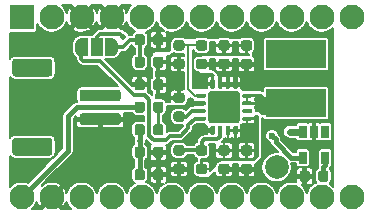
<source format=gbr>
%TF.GenerationSoftware,KiCad,Pcbnew,5.1.9+dfsg1-1~bpo10+1*%
%TF.CreationDate,Date%
%TF.ProjectId,BOOST,424f4f53-542e-46b6-9963-61645f706362,v1.8*%
%TF.SameCoordinates,Original*%
%TF.FileFunction,Copper,L1,Top*%
%TF.FilePolarity,Positive*%
%FSLAX46Y46*%
G04 Gerber Fmt 4.6, Leading zero omitted, Abs format (unit mm)*
G04 Created by KiCad*
%MOMM*%
%LPD*%
G01*
G04 APERTURE LIST*
%TA.AperFunction,ComponentPad*%
%ADD10C,2.100000*%
%TD*%
%TA.AperFunction,ComponentPad*%
%ADD11R,2.100000X2.100000*%
%TD*%
%TA.AperFunction,ComponentPad*%
%ADD12C,2.000000*%
%TD*%
%TA.AperFunction,SMDPad,CuDef*%
%ADD13R,5.100000X2.350000*%
%TD*%
%TA.AperFunction,ComponentPad*%
%ADD14C,0.500000*%
%TD*%
%TA.AperFunction,SMDPad,CuDef*%
%ADD15R,0.650000X1.060000*%
%TD*%
%TA.AperFunction,SMDPad,CuDef*%
%ADD16R,1.000000X1.500000*%
%TD*%
%TA.AperFunction,SMDPad,CuDef*%
%ADD17C,0.100000*%
%TD*%
%TA.AperFunction,ViaPad*%
%ADD18C,0.500000*%
%TD*%
%TA.AperFunction,ViaPad*%
%ADD19C,0.450000*%
%TD*%
%TA.AperFunction,ViaPad*%
%ADD20C,0.600000*%
%TD*%
%TA.AperFunction,Conductor*%
%ADD21C,0.250000*%
%TD*%
%TA.AperFunction,Conductor*%
%ADD22C,0.400000*%
%TD*%
%TA.AperFunction,Conductor*%
%ADD23C,0.200000*%
%TD*%
%TA.AperFunction,Conductor*%
%ADD24C,0.300000*%
%TD*%
%TA.AperFunction,Conductor*%
%ADD25C,0.600000*%
%TD*%
%TA.AperFunction,Conductor*%
%ADD26C,0.150000*%
%TD*%
%TA.AperFunction,Conductor*%
%ADD27C,0.100000*%
%TD*%
G04 APERTURE END LIST*
D10*
%TO.P,A1,24*%
%TO.N,VBUS*%
X0Y-15240000D03*
%TO.P,A1,23*%
%TO.N,GND*%
X2540000Y-15240000D03*
%TO.P,A1,22*%
%TO.N,N/C*%
X5080000Y-15240000D03*
%TO.P,A1,12*%
X27940000Y0D03*
%TO.P,A1,21*%
%TO.N,+3V3*%
X7620000Y-15240000D03*
%TO.P,A1,11*%
%TO.N,N/C*%
X25400000Y0D03*
%TO.P,A1,20*%
X10160000Y-15240000D03*
%TO.P,A1,10*%
X22860000Y0D03*
%TO.P,A1,19*%
X12700000Y-15240000D03*
%TO.P,A1,9*%
X20320000Y0D03*
%TO.P,A1,18*%
X15240000Y-15240000D03*
%TO.P,A1,8*%
X17780000Y0D03*
%TO.P,A1,17*%
X17780000Y-15240000D03*
%TO.P,A1,7*%
%TO.N,STAT*%
X15240000Y0D03*
%TO.P,A1,16*%
%TO.N,N/C*%
X20320000Y-15240000D03*
%TO.P,A1,6*%
X12700000Y0D03*
%TO.P,A1,15*%
X22860000Y-15240000D03*
%TO.P,A1,5*%
X10160000Y0D03*
%TO.P,A1,14*%
X25400000Y-15240000D03*
%TO.P,A1,4*%
%TO.N,GND*%
X7620000Y0D03*
%TO.P,A1,13*%
%TO.N,N/C*%
X27940000Y-15240000D03*
%TO.P,A1,3*%
%TO.N,GND*%
X5080000Y0D03*
%TO.P,A1,2*%
%TO.N,N/C*%
X2540000Y0D03*
D11*
%TO.P,A1,1*%
X0Y0D03*
%TD*%
D12*
%TO.P,TP1,1*%
%TO.N,/VBAT*%
X21590000Y-12700000D03*
%TD*%
D13*
%TO.P,L1,2*%
%TO.N,Net-(L1-Pad2)*%
X23241000Y-7282000D03*
%TO.P,L1,1*%
%TO.N,/VBAT*%
X23241000Y-3132000D03*
%TD*%
%TO.P,C3,2*%
%TO.N,/VBAT*%
%TA.AperFunction,SMDPad,CuDef*%
G36*
G01*
X19306250Y-2825000D02*
X18793750Y-2825000D01*
G75*
G02*
X18575000Y-2606250I0J218750D01*
G01*
X18575000Y-2168750D01*
G75*
G02*
X18793750Y-1950000I218750J0D01*
G01*
X19306250Y-1950000D01*
G75*
G02*
X19525000Y-2168750I0J-218750D01*
G01*
X19525000Y-2606250D01*
G75*
G02*
X19306250Y-2825000I-218750J0D01*
G01*
G37*
%TD.AperFunction*%
%TO.P,C3,1*%
%TO.N,GND*%
%TA.AperFunction,SMDPad,CuDef*%
G36*
G01*
X19306250Y-4400000D02*
X18793750Y-4400000D01*
G75*
G02*
X18575000Y-4181250I0J218750D01*
G01*
X18575000Y-3743750D01*
G75*
G02*
X18793750Y-3525000I218750J0D01*
G01*
X19306250Y-3525000D01*
G75*
G02*
X19525000Y-3743750I0J-218750D01*
G01*
X19525000Y-4181250D01*
G75*
G02*
X19306250Y-4400000I-218750J0D01*
G01*
G37*
%TD.AperFunction*%
%TD*%
%TO.P,C6,2*%
%TO.N,GND*%
%TA.AperFunction,SMDPad,CuDef*%
G36*
G01*
X18793750Y-12415000D02*
X19306250Y-12415000D01*
G75*
G02*
X19525000Y-12633750I0J-218750D01*
G01*
X19525000Y-13071250D01*
G75*
G02*
X19306250Y-13290000I-218750J0D01*
G01*
X18793750Y-13290000D01*
G75*
G02*
X18575000Y-13071250I0J218750D01*
G01*
X18575000Y-12633750D01*
G75*
G02*
X18793750Y-12415000I218750J0D01*
G01*
G37*
%TD.AperFunction*%
%TO.P,C6,1*%
%TO.N,+3V3*%
%TA.AperFunction,SMDPad,CuDef*%
G36*
G01*
X18793750Y-10840000D02*
X19306250Y-10840000D01*
G75*
G02*
X19525000Y-11058750I0J-218750D01*
G01*
X19525000Y-11496250D01*
G75*
G02*
X19306250Y-11715000I-218750J0D01*
G01*
X18793750Y-11715000D01*
G75*
G02*
X18575000Y-11496250I0J218750D01*
G01*
X18575000Y-11058750D01*
G75*
G02*
X18793750Y-10840000I218750J0D01*
G01*
G37*
%TD.AperFunction*%
%TD*%
%TO.P,C7,2*%
%TO.N,GND*%
%TA.AperFunction,SMDPad,CuDef*%
G36*
G01*
X16888750Y-12415000D02*
X17401250Y-12415000D01*
G75*
G02*
X17620000Y-12633750I0J-218750D01*
G01*
X17620000Y-13071250D01*
G75*
G02*
X17401250Y-13290000I-218750J0D01*
G01*
X16888750Y-13290000D01*
G75*
G02*
X16670000Y-13071250I0J218750D01*
G01*
X16670000Y-12633750D01*
G75*
G02*
X16888750Y-12415000I218750J0D01*
G01*
G37*
%TD.AperFunction*%
%TO.P,C7,1*%
%TO.N,+3V3*%
%TA.AperFunction,SMDPad,CuDef*%
G36*
G01*
X16888750Y-10840000D02*
X17401250Y-10840000D01*
G75*
G02*
X17620000Y-11058750I0J-218750D01*
G01*
X17620000Y-11496250D01*
G75*
G02*
X17401250Y-11715000I-218750J0D01*
G01*
X16888750Y-11715000D01*
G75*
G02*
X16670000Y-11496250I0J218750D01*
G01*
X16670000Y-11058750D01*
G75*
G02*
X16888750Y-10840000I218750J0D01*
G01*
G37*
%TD.AperFunction*%
%TD*%
%TO.P,C5,2*%
%TO.N,GND*%
%TA.AperFunction,SMDPad,CuDef*%
G36*
G01*
X10445000Y-5458750D02*
X10445000Y-5971250D01*
G75*
G02*
X10226250Y-6190000I-218750J0D01*
G01*
X9788750Y-6190000D01*
G75*
G02*
X9570000Y-5971250I0J218750D01*
G01*
X9570000Y-5458750D01*
G75*
G02*
X9788750Y-5240000I218750J0D01*
G01*
X10226250Y-5240000D01*
G75*
G02*
X10445000Y-5458750I0J-218750D01*
G01*
G37*
%TD.AperFunction*%
%TO.P,C5,1*%
%TO.N,/VBAT*%
%TA.AperFunction,SMDPad,CuDef*%
G36*
G01*
X12020000Y-5458750D02*
X12020000Y-5971250D01*
G75*
G02*
X11801250Y-6190000I-218750J0D01*
G01*
X11363750Y-6190000D01*
G75*
G02*
X11145000Y-5971250I0J218750D01*
G01*
X11145000Y-5458750D01*
G75*
G02*
X11363750Y-5240000I218750J0D01*
G01*
X11801250Y-5240000D01*
G75*
G02*
X12020000Y-5458750I0J-218750D01*
G01*
G37*
%TD.AperFunction*%
%TD*%
%TO.P,C4,2*%
%TO.N,/VBAT*%
%TA.AperFunction,SMDPad,CuDef*%
G36*
G01*
X17401250Y-2825000D02*
X16888750Y-2825000D01*
G75*
G02*
X16670000Y-2606250I0J218750D01*
G01*
X16670000Y-2168750D01*
G75*
G02*
X16888750Y-1950000I218750J0D01*
G01*
X17401250Y-1950000D01*
G75*
G02*
X17620000Y-2168750I0J-218750D01*
G01*
X17620000Y-2606250D01*
G75*
G02*
X17401250Y-2825000I-218750J0D01*
G01*
G37*
%TD.AperFunction*%
%TO.P,C4,1*%
%TO.N,GND*%
%TA.AperFunction,SMDPad,CuDef*%
G36*
G01*
X17401250Y-4400000D02*
X16888750Y-4400000D01*
G75*
G02*
X16670000Y-4181250I0J218750D01*
G01*
X16670000Y-3743750D01*
G75*
G02*
X16888750Y-3525000I218750J0D01*
G01*
X17401250Y-3525000D01*
G75*
G02*
X17620000Y-3743750I0J-218750D01*
G01*
X17620000Y-4181250D01*
G75*
G02*
X17401250Y-4400000I-218750J0D01*
G01*
G37*
%TD.AperFunction*%
%TD*%
%TO.P,R8,2*%
%TO.N,GND*%
%TA.AperFunction,SMDPad,CuDef*%
G36*
G01*
X13078750Y-12415000D02*
X13591250Y-12415000D01*
G75*
G02*
X13810000Y-12633750I0J-218750D01*
G01*
X13810000Y-13071250D01*
G75*
G02*
X13591250Y-13290000I-218750J0D01*
G01*
X13078750Y-13290000D01*
G75*
G02*
X12860000Y-13071250I0J218750D01*
G01*
X12860000Y-12633750D01*
G75*
G02*
X13078750Y-12415000I218750J0D01*
G01*
G37*
%TD.AperFunction*%
%TO.P,R8,1*%
%TO.N,Net-(R7-Pad2)*%
%TA.AperFunction,SMDPad,CuDef*%
G36*
G01*
X13078750Y-10840000D02*
X13591250Y-10840000D01*
G75*
G02*
X13810000Y-11058750I0J-218750D01*
G01*
X13810000Y-11496250D01*
G75*
G02*
X13591250Y-11715000I-218750J0D01*
G01*
X13078750Y-11715000D01*
G75*
G02*
X12860000Y-11496250I0J218750D01*
G01*
X12860000Y-11058750D01*
G75*
G02*
X13078750Y-10840000I218750J0D01*
G01*
G37*
%TD.AperFunction*%
%TD*%
%TO.P,R7,2*%
%TO.N,Net-(R7-Pad2)*%
%TA.AperFunction,SMDPad,CuDef*%
G36*
G01*
X15496250Y-11715000D02*
X14983750Y-11715000D01*
G75*
G02*
X14765000Y-11496250I0J218750D01*
G01*
X14765000Y-11058750D01*
G75*
G02*
X14983750Y-10840000I218750J0D01*
G01*
X15496250Y-10840000D01*
G75*
G02*
X15715000Y-11058750I0J-218750D01*
G01*
X15715000Y-11496250D01*
G75*
G02*
X15496250Y-11715000I-218750J0D01*
G01*
G37*
%TD.AperFunction*%
%TO.P,R7,1*%
%TO.N,+3V3*%
%TA.AperFunction,SMDPad,CuDef*%
G36*
G01*
X15496250Y-13290000D02*
X14983750Y-13290000D01*
G75*
G02*
X14765000Y-13071250I0J218750D01*
G01*
X14765000Y-12633750D01*
G75*
G02*
X14983750Y-12415000I218750J0D01*
G01*
X15496250Y-12415000D01*
G75*
G02*
X15715000Y-12633750I0J-218750D01*
G01*
X15715000Y-13071250D01*
G75*
G02*
X15496250Y-13290000I-218750J0D01*
G01*
G37*
%TD.AperFunction*%
%TD*%
%TO.P,R6,2*%
%TO.N,GND*%
%TA.AperFunction,SMDPad,CuDef*%
G36*
G01*
X14983750Y-3525000D02*
X15496250Y-3525000D01*
G75*
G02*
X15715000Y-3743750I0J-218750D01*
G01*
X15715000Y-4181250D01*
G75*
G02*
X15496250Y-4400000I-218750J0D01*
G01*
X14983750Y-4400000D01*
G75*
G02*
X14765000Y-4181250I0J218750D01*
G01*
X14765000Y-3743750D01*
G75*
G02*
X14983750Y-3525000I218750J0D01*
G01*
G37*
%TD.AperFunction*%
%TO.P,R6,1*%
%TO.N,Net-(R5-Pad2)*%
%TA.AperFunction,SMDPad,CuDef*%
G36*
G01*
X14983750Y-1950000D02*
X15496250Y-1950000D01*
G75*
G02*
X15715000Y-2168750I0J-218750D01*
G01*
X15715000Y-2606250D01*
G75*
G02*
X15496250Y-2825000I-218750J0D01*
G01*
X14983750Y-2825000D01*
G75*
G02*
X14765000Y-2606250I0J218750D01*
G01*
X14765000Y-2168750D01*
G75*
G02*
X14983750Y-1950000I218750J0D01*
G01*
G37*
%TD.AperFunction*%
%TD*%
%TO.P,R5,2*%
%TO.N,Net-(R5-Pad2)*%
%TA.AperFunction,SMDPad,CuDef*%
G36*
G01*
X13591250Y-2825000D02*
X13078750Y-2825000D01*
G75*
G02*
X12860000Y-2606250I0J218750D01*
G01*
X12860000Y-2168750D01*
G75*
G02*
X13078750Y-1950000I218750J0D01*
G01*
X13591250Y-1950000D01*
G75*
G02*
X13810000Y-2168750I0J-218750D01*
G01*
X13810000Y-2606250D01*
G75*
G02*
X13591250Y-2825000I-218750J0D01*
G01*
G37*
%TD.AperFunction*%
%TO.P,R5,1*%
%TO.N,/VBAT*%
%TA.AperFunction,SMDPad,CuDef*%
G36*
G01*
X13591250Y-4400000D02*
X13078750Y-4400000D01*
G75*
G02*
X12860000Y-4181250I0J218750D01*
G01*
X12860000Y-3743750D01*
G75*
G02*
X13078750Y-3525000I218750J0D01*
G01*
X13591250Y-3525000D01*
G75*
G02*
X13810000Y-3743750I0J-218750D01*
G01*
X13810000Y-4181250D01*
G75*
G02*
X13591250Y-4400000I-218750J0D01*
G01*
G37*
%TD.AperFunction*%
%TD*%
%TO.P,R4,2*%
%TO.N,/VBAT*%
%TA.AperFunction,SMDPad,CuDef*%
G36*
G01*
X13591250Y-7270000D02*
X13078750Y-7270000D01*
G75*
G02*
X12860000Y-7051250I0J218750D01*
G01*
X12860000Y-6613750D01*
G75*
G02*
X13078750Y-6395000I218750J0D01*
G01*
X13591250Y-6395000D01*
G75*
G02*
X13810000Y-6613750I0J-218750D01*
G01*
X13810000Y-7051250D01*
G75*
G02*
X13591250Y-7270000I-218750J0D01*
G01*
G37*
%TD.AperFunction*%
%TO.P,R4,1*%
%TO.N,/EN*%
%TA.AperFunction,SMDPad,CuDef*%
G36*
G01*
X13591250Y-8845000D02*
X13078750Y-8845000D01*
G75*
G02*
X12860000Y-8626250I0J218750D01*
G01*
X12860000Y-8188750D01*
G75*
G02*
X13078750Y-7970000I218750J0D01*
G01*
X13591250Y-7970000D01*
G75*
G02*
X13810000Y-8188750I0J-218750D01*
G01*
X13810000Y-8626250D01*
G75*
G02*
X13591250Y-8845000I-218750J0D01*
G01*
G37*
%TD.AperFunction*%
%TD*%
%TO.P,R3,2*%
%TO.N,Net-(R3-Pad2)*%
%TA.AperFunction,SMDPad,CuDef*%
G36*
G01*
X25115000Y-13718250D02*
X25115000Y-13205750D01*
G75*
G02*
X25333750Y-12987000I218750J0D01*
G01*
X25771250Y-12987000D01*
G75*
G02*
X25990000Y-13205750I0J-218750D01*
G01*
X25990000Y-13718250D01*
G75*
G02*
X25771250Y-13937000I-218750J0D01*
G01*
X25333750Y-13937000D01*
G75*
G02*
X25115000Y-13718250I0J218750D01*
G01*
G37*
%TD.AperFunction*%
%TO.P,R3,1*%
%TO.N,GND*%
%TA.AperFunction,SMDPad,CuDef*%
G36*
G01*
X23540000Y-13718250D02*
X23540000Y-13205750D01*
G75*
G02*
X23758750Y-12987000I218750J0D01*
G01*
X24196250Y-12987000D01*
G75*
G02*
X24415000Y-13205750I0J-218750D01*
G01*
X24415000Y-13718250D01*
G75*
G02*
X24196250Y-13937000I-218750J0D01*
G01*
X23758750Y-13937000D01*
G75*
G02*
X23540000Y-13718250I0J218750D01*
G01*
G37*
%TD.AperFunction*%
%TD*%
%TO.P,U2,16*%
%TO.N,+3V3*%
%TA.AperFunction,SMDPad,CuDef*%
G36*
G01*
X18295000Y-9257500D02*
X18295000Y-9907500D01*
G75*
G02*
X18207500Y-9995000I-87500J0D01*
G01*
X18032500Y-9995000D01*
G75*
G02*
X17945000Y-9907500I0J87500D01*
G01*
X17945000Y-9257500D01*
G75*
G02*
X18032500Y-9170000I87500J0D01*
G01*
X18207500Y-9170000D01*
G75*
G02*
X18295000Y-9257500I0J-87500D01*
G01*
G37*
%TD.AperFunction*%
%TO.P,U2,15*%
%TA.AperFunction,SMDPad,CuDef*%
G36*
G01*
X17645000Y-9257500D02*
X17645000Y-9907500D01*
G75*
G02*
X17557500Y-9995000I-87500J0D01*
G01*
X17382500Y-9995000D01*
G75*
G02*
X17295000Y-9907500I0J87500D01*
G01*
X17295000Y-9257500D01*
G75*
G02*
X17382500Y-9170000I87500J0D01*
G01*
X17557500Y-9170000D01*
G75*
G02*
X17645000Y-9257500I0J-87500D01*
G01*
G37*
%TD.AperFunction*%
%TO.P,U2,14*%
%TO.N,Net-(R7-Pad2)*%
%TA.AperFunction,SMDPad,CuDef*%
G36*
G01*
X16995000Y-9257500D02*
X16995000Y-9907500D01*
G75*
G02*
X16907500Y-9995000I-87500J0D01*
G01*
X16732500Y-9995000D01*
G75*
G02*
X16645000Y-9907500I0J87500D01*
G01*
X16645000Y-9257500D01*
G75*
G02*
X16732500Y-9170000I87500J0D01*
G01*
X16907500Y-9170000D01*
G75*
G02*
X16995000Y-9257500I0J-87500D01*
G01*
G37*
%TD.AperFunction*%
%TO.P,U2,13*%
%TO.N,GND*%
%TA.AperFunction,SMDPad,CuDef*%
G36*
G01*
X16345000Y-9257500D02*
X16345000Y-9907500D01*
G75*
G02*
X16257500Y-9995000I-87500J0D01*
G01*
X16082500Y-9995000D01*
G75*
G02*
X15995000Y-9907500I0J87500D01*
G01*
X15995000Y-9257500D01*
G75*
G02*
X16082500Y-9170000I87500J0D01*
G01*
X16257500Y-9170000D01*
G75*
G02*
X16345000Y-9257500I0J-87500D01*
G01*
G37*
%TD.AperFunction*%
%TO.P,U2,12*%
%TO.N,LBO*%
%TA.AperFunction,SMDPad,CuDef*%
G36*
G01*
X15595000Y-8507500D02*
X15595000Y-8682500D01*
G75*
G02*
X15507500Y-8770000I-87500J0D01*
G01*
X14857500Y-8770000D01*
G75*
G02*
X14770000Y-8682500I0J87500D01*
G01*
X14770000Y-8507500D01*
G75*
G02*
X14857500Y-8420000I87500J0D01*
G01*
X15507500Y-8420000D01*
G75*
G02*
X15595000Y-8507500I0J-87500D01*
G01*
G37*
%TD.AperFunction*%
%TO.P,U2,11*%
%TO.N,/EN*%
%TA.AperFunction,SMDPad,CuDef*%
G36*
G01*
X15595000Y-7857500D02*
X15595000Y-8032500D01*
G75*
G02*
X15507500Y-8120000I-87500J0D01*
G01*
X14857500Y-8120000D01*
G75*
G02*
X14770000Y-8032500I0J87500D01*
G01*
X14770000Y-7857500D01*
G75*
G02*
X14857500Y-7770000I87500J0D01*
G01*
X15507500Y-7770000D01*
G75*
G02*
X15595000Y-7857500I0J-87500D01*
G01*
G37*
%TD.AperFunction*%
%TO.P,U2,10*%
%TO.N,GND*%
%TA.AperFunction,SMDPad,CuDef*%
G36*
G01*
X15595000Y-7207500D02*
X15595000Y-7382500D01*
G75*
G02*
X15507500Y-7470000I-87500J0D01*
G01*
X14857500Y-7470000D01*
G75*
G02*
X14770000Y-7382500I0J87500D01*
G01*
X14770000Y-7207500D01*
G75*
G02*
X14857500Y-7120000I87500J0D01*
G01*
X15507500Y-7120000D01*
G75*
G02*
X15595000Y-7207500I0J-87500D01*
G01*
G37*
%TD.AperFunction*%
%TO.P,U2,9*%
%TO.N,Net-(R5-Pad2)*%
%TA.AperFunction,SMDPad,CuDef*%
G36*
G01*
X15595000Y-6557500D02*
X15595000Y-6732500D01*
G75*
G02*
X15507500Y-6820000I-87500J0D01*
G01*
X14857500Y-6820000D01*
G75*
G02*
X14770000Y-6732500I0J87500D01*
G01*
X14770000Y-6557500D01*
G75*
G02*
X14857500Y-6470000I87500J0D01*
G01*
X15507500Y-6470000D01*
G75*
G02*
X15595000Y-6557500I0J-87500D01*
G01*
G37*
%TD.AperFunction*%
%TO.P,U2,8*%
%TO.N,/VBAT*%
%TA.AperFunction,SMDPad,CuDef*%
G36*
G01*
X16345000Y-5332500D02*
X16345000Y-5982500D01*
G75*
G02*
X16257500Y-6070000I-87500J0D01*
G01*
X16082500Y-6070000D01*
G75*
G02*
X15995000Y-5982500I0J87500D01*
G01*
X15995000Y-5332500D01*
G75*
G02*
X16082500Y-5245000I87500J0D01*
G01*
X16257500Y-5245000D01*
G75*
G02*
X16345000Y-5332500I0J-87500D01*
G01*
G37*
%TD.AperFunction*%
%TO.P,U2,7*%
%TO.N,GND*%
%TA.AperFunction,SMDPad,CuDef*%
G36*
G01*
X16995000Y-5332500D02*
X16995000Y-5982500D01*
G75*
G02*
X16907500Y-6070000I-87500J0D01*
G01*
X16732500Y-6070000D01*
G75*
G02*
X16645000Y-5982500I0J87500D01*
G01*
X16645000Y-5332500D01*
G75*
G02*
X16732500Y-5245000I87500J0D01*
G01*
X16907500Y-5245000D01*
G75*
G02*
X16995000Y-5332500I0J-87500D01*
G01*
G37*
%TD.AperFunction*%
%TO.P,U2,6*%
%TA.AperFunction,SMDPad,CuDef*%
G36*
G01*
X17645000Y-5332500D02*
X17645000Y-5982500D01*
G75*
G02*
X17557500Y-6070000I-87500J0D01*
G01*
X17382500Y-6070000D01*
G75*
G02*
X17295000Y-5982500I0J87500D01*
G01*
X17295000Y-5332500D01*
G75*
G02*
X17382500Y-5245000I87500J0D01*
G01*
X17557500Y-5245000D01*
G75*
G02*
X17645000Y-5332500I0J-87500D01*
G01*
G37*
%TD.AperFunction*%
%TO.P,U2,5*%
%TA.AperFunction,SMDPad,CuDef*%
G36*
G01*
X18295000Y-5332500D02*
X18295000Y-5982500D01*
G75*
G02*
X18207500Y-6070000I-87500J0D01*
G01*
X18032500Y-6070000D01*
G75*
G02*
X17945000Y-5982500I0J87500D01*
G01*
X17945000Y-5332500D01*
G75*
G02*
X18032500Y-5245000I87500J0D01*
G01*
X18207500Y-5245000D01*
G75*
G02*
X18295000Y-5332500I0J-87500D01*
G01*
G37*
%TD.AperFunction*%
%TO.P,U2,4*%
%TO.N,Net-(L1-Pad2)*%
%TA.AperFunction,SMDPad,CuDef*%
G36*
G01*
X19520000Y-6557500D02*
X19520000Y-6732500D01*
G75*
G02*
X19432500Y-6820000I-87500J0D01*
G01*
X18782500Y-6820000D01*
G75*
G02*
X18695000Y-6732500I0J87500D01*
G01*
X18695000Y-6557500D01*
G75*
G02*
X18782500Y-6470000I87500J0D01*
G01*
X19432500Y-6470000D01*
G75*
G02*
X19520000Y-6557500I0J-87500D01*
G01*
G37*
%TD.AperFunction*%
%TO.P,U2,3*%
%TA.AperFunction,SMDPad,CuDef*%
G36*
G01*
X19520000Y-7207500D02*
X19520000Y-7382500D01*
G75*
G02*
X19432500Y-7470000I-87500J0D01*
G01*
X18782500Y-7470000D01*
G75*
G02*
X18695000Y-7382500I0J87500D01*
G01*
X18695000Y-7207500D01*
G75*
G02*
X18782500Y-7120000I87500J0D01*
G01*
X19432500Y-7120000D01*
G75*
G02*
X19520000Y-7207500I0J-87500D01*
G01*
G37*
%TD.AperFunction*%
%TO.P,U2,2*%
%TO.N,N/C*%
%TA.AperFunction,SMDPad,CuDef*%
G36*
G01*
X19520000Y-7857500D02*
X19520000Y-8032500D01*
G75*
G02*
X19432500Y-8120000I-87500J0D01*
G01*
X18782500Y-8120000D01*
G75*
G02*
X18695000Y-8032500I0J87500D01*
G01*
X18695000Y-7857500D01*
G75*
G02*
X18782500Y-7770000I87500J0D01*
G01*
X19432500Y-7770000D01*
G75*
G02*
X19520000Y-7857500I0J-87500D01*
G01*
G37*
%TD.AperFunction*%
%TO.P,U2,1*%
%TO.N,+3V3*%
%TA.AperFunction,SMDPad,CuDef*%
G36*
G01*
X19520000Y-8507500D02*
X19520000Y-8682500D01*
G75*
G02*
X19432500Y-8770000I-87500J0D01*
G01*
X18782500Y-8770000D01*
G75*
G02*
X18695000Y-8682500I0J87500D01*
G01*
X18695000Y-8507500D01*
G75*
G02*
X18782500Y-8420000I87500J0D01*
G01*
X19432500Y-8420000D01*
G75*
G02*
X19520000Y-8507500I0J-87500D01*
G01*
G37*
%TD.AperFunction*%
D14*
%TO.P,U2,17*%
%TO.N,GND*%
X16045000Y-6520000D03*
X17145000Y-6520000D03*
X18245000Y-6520000D03*
X16045000Y-7620000D03*
X17145000Y-7620000D03*
X18245000Y-7620000D03*
X16045000Y-8720000D03*
X17145000Y-8720000D03*
X18245000Y-8720000D03*
%TA.AperFunction,SMDPad,CuDef*%
G36*
G01*
X18495000Y-6520001D02*
X18495000Y-8719999D01*
G75*
G02*
X18244999Y-8970000I-250001J0D01*
G01*
X16045001Y-8970000D01*
G75*
G02*
X15795000Y-8719999I0J250001D01*
G01*
X15795000Y-6520001D01*
G75*
G02*
X16045001Y-6270000I250001J0D01*
G01*
X18244999Y-6270000D01*
G75*
G02*
X18495000Y-6520001I0J-250001D01*
G01*
G37*
%TD.AperFunction*%
%TD*%
D15*
%TO.P,U1,5*%
%TO.N,Net-(R3-Pad2)*%
X25715000Y-11895000D03*
%TO.P,U1,4*%
%TO.N,Net-(C1-Pad1)*%
X23815000Y-11895000D03*
%TO.P,U1,3*%
%TO.N,/VBAT*%
X23815000Y-9695000D03*
%TO.P,U1,2*%
%TO.N,GND*%
X24765000Y-9695000D03*
%TO.P,U1,1*%
%TO.N,N/C*%
X25715000Y-9695000D03*
%TD*%
D16*
%TO.P,JP1,2*%
%TO.N,STAT*%
X6350000Y-2540000D03*
%TA.AperFunction,SMDPad,CuDef*%
D17*
%TO.P,JP1,3*%
%TO.N,LBO*%
G36*
X5050000Y-3289398D02*
G01*
X5025466Y-3289398D01*
X4976635Y-3284588D01*
X4928510Y-3275016D01*
X4881555Y-3260772D01*
X4836222Y-3241995D01*
X4792949Y-3218864D01*
X4752150Y-3191604D01*
X4714221Y-3160476D01*
X4679524Y-3125779D01*
X4648396Y-3087850D01*
X4621136Y-3047051D01*
X4598005Y-3003778D01*
X4579228Y-2958445D01*
X4564984Y-2911490D01*
X4555412Y-2863365D01*
X4550602Y-2814534D01*
X4550602Y-2790000D01*
X4550000Y-2790000D01*
X4550000Y-2290000D01*
X4550602Y-2290000D01*
X4550602Y-2265466D01*
X4555412Y-2216635D01*
X4564984Y-2168510D01*
X4579228Y-2121555D01*
X4598005Y-2076222D01*
X4621136Y-2032949D01*
X4648396Y-1992150D01*
X4679524Y-1954221D01*
X4714221Y-1919524D01*
X4752150Y-1888396D01*
X4792949Y-1861136D01*
X4836222Y-1838005D01*
X4881555Y-1819228D01*
X4928510Y-1804984D01*
X4976635Y-1795412D01*
X5025466Y-1790602D01*
X5050000Y-1790602D01*
X5050000Y-1790000D01*
X5600000Y-1790000D01*
X5600000Y-3290000D01*
X5050000Y-3290000D01*
X5050000Y-3289398D01*
G37*
%TD.AperFunction*%
%TA.AperFunction,SMDPad,CuDef*%
%TO.P,JP1,1*%
%TO.N,Net-(JP1-Pad1)*%
G36*
X7100000Y-1790000D02*
G01*
X7650000Y-1790000D01*
X7650000Y-1790602D01*
X7674534Y-1790602D01*
X7723365Y-1795412D01*
X7771490Y-1804984D01*
X7818445Y-1819228D01*
X7863778Y-1838005D01*
X7907051Y-1861136D01*
X7947850Y-1888396D01*
X7985779Y-1919524D01*
X8020476Y-1954221D01*
X8051604Y-1992150D01*
X8078864Y-2032949D01*
X8101995Y-2076222D01*
X8120772Y-2121555D01*
X8135016Y-2168510D01*
X8144588Y-2216635D01*
X8149398Y-2265466D01*
X8149398Y-2290000D01*
X8150000Y-2290000D01*
X8150000Y-2790000D01*
X8149398Y-2790000D01*
X8149398Y-2814534D01*
X8144588Y-2863365D01*
X8135016Y-2911490D01*
X8120772Y-2958445D01*
X8101995Y-3003778D01*
X8078864Y-3047051D01*
X8051604Y-3087850D01*
X8020476Y-3125779D01*
X7985779Y-3160476D01*
X7947850Y-3191604D01*
X7907051Y-3218864D01*
X7863778Y-3241995D01*
X7818445Y-3260772D01*
X7771490Y-3275016D01*
X7723365Y-3284588D01*
X7674534Y-3289398D01*
X7650000Y-3289398D01*
X7650000Y-3290000D01*
X7100000Y-3290000D01*
X7100000Y-1790000D01*
G37*
%TD.AperFunction*%
%TD*%
%TO.P,J1,MP*%
%TO.N,N/C*%
%TA.AperFunction,SMDPad,CuDef*%
G36*
G01*
X-540000Y-10220000D02*
X2360000Y-10220000D01*
G75*
G02*
X2610000Y-10470000I0J-250000D01*
G01*
X2610000Y-11470000D01*
G75*
G02*
X2360000Y-11720000I-250000J0D01*
G01*
X-540000Y-11720000D01*
G75*
G02*
X-790000Y-11470000I0J250000D01*
G01*
X-790000Y-10470000D01*
G75*
G02*
X-540000Y-10220000I250000J0D01*
G01*
G37*
%TD.AperFunction*%
%TA.AperFunction,SMDPad,CuDef*%
G36*
G01*
X-540000Y-3520000D02*
X2360000Y-3520000D01*
G75*
G02*
X2610000Y-3770000I0J-250000D01*
G01*
X2610000Y-4770000D01*
G75*
G02*
X2360000Y-5020000I-250000J0D01*
G01*
X-540000Y-5020000D01*
G75*
G02*
X-790000Y-4770000I0J250000D01*
G01*
X-790000Y-3770000D01*
G75*
G02*
X-540000Y-3520000I250000J0D01*
G01*
G37*
%TD.AperFunction*%
%TO.P,J1,2*%
%TO.N,GND*%
%TA.AperFunction,SMDPad,CuDef*%
G36*
G01*
X5160000Y-8120000D02*
X8160000Y-8120000D01*
G75*
G02*
X8410000Y-8370000I0J-250000D01*
G01*
X8410000Y-8870000D01*
G75*
G02*
X8160000Y-9120000I-250000J0D01*
G01*
X5160000Y-9120000D01*
G75*
G02*
X4910000Y-8870000I0J250000D01*
G01*
X4910000Y-8370000D01*
G75*
G02*
X5160000Y-8120000I250000J0D01*
G01*
G37*
%TD.AperFunction*%
%TO.P,J1,1*%
%TO.N,/VBAT*%
%TA.AperFunction,SMDPad,CuDef*%
G36*
G01*
X5160000Y-6120000D02*
X8160000Y-6120000D01*
G75*
G02*
X8410000Y-6370000I0J-250000D01*
G01*
X8410000Y-6870000D01*
G75*
G02*
X8160000Y-7120000I-250000J0D01*
G01*
X5160000Y-7120000D01*
G75*
G02*
X4910000Y-6870000I0J250000D01*
G01*
X4910000Y-6370000D01*
G75*
G02*
X5160000Y-6120000I250000J0D01*
G01*
G37*
%TD.AperFunction*%
%TD*%
%TO.P,R2,2*%
%TO.N,GND*%
%TA.AperFunction,SMDPad,CuDef*%
G36*
G01*
X11145000Y-2161250D02*
X11145000Y-1648750D01*
G75*
G02*
X11363750Y-1430000I218750J0D01*
G01*
X11801250Y-1430000D01*
G75*
G02*
X12020000Y-1648750I0J-218750D01*
G01*
X12020000Y-2161250D01*
G75*
G02*
X11801250Y-2380000I-218750J0D01*
G01*
X11363750Y-2380000D01*
G75*
G02*
X11145000Y-2161250I0J218750D01*
G01*
G37*
%TD.AperFunction*%
%TO.P,R2,1*%
%TO.N,Net-(JP1-Pad1)*%
%TA.AperFunction,SMDPad,CuDef*%
G36*
G01*
X9570000Y-2161250D02*
X9570000Y-1648750D01*
G75*
G02*
X9788750Y-1430000I218750J0D01*
G01*
X10226250Y-1430000D01*
G75*
G02*
X10445000Y-1648750I0J-218750D01*
G01*
X10445000Y-2161250D01*
G75*
G02*
X10226250Y-2380000I-218750J0D01*
G01*
X9788750Y-2380000D01*
G75*
G02*
X9570000Y-2161250I0J218750D01*
G01*
G37*
%TD.AperFunction*%
%TD*%
%TO.P,R1,2*%
%TO.N,Net-(JP1-Pad1)*%
%TA.AperFunction,SMDPad,CuDef*%
G36*
G01*
X10445000Y-3553750D02*
X10445000Y-4066250D01*
G75*
G02*
X10226250Y-4285000I-218750J0D01*
G01*
X9788750Y-4285000D01*
G75*
G02*
X9570000Y-4066250I0J218750D01*
G01*
X9570000Y-3553750D01*
G75*
G02*
X9788750Y-3335000I218750J0D01*
G01*
X10226250Y-3335000D01*
G75*
G02*
X10445000Y-3553750I0J-218750D01*
G01*
G37*
%TD.AperFunction*%
%TO.P,R1,1*%
%TO.N,/VBAT*%
%TA.AperFunction,SMDPad,CuDef*%
G36*
G01*
X12020000Y-3553750D02*
X12020000Y-4066250D01*
G75*
G02*
X11801250Y-4285000I-218750J0D01*
G01*
X11363750Y-4285000D01*
G75*
G02*
X11145000Y-4066250I0J218750D01*
G01*
X11145000Y-3553750D01*
G75*
G02*
X11363750Y-3335000I218750J0D01*
G01*
X11801250Y-3335000D01*
G75*
G02*
X12020000Y-3553750I0J-218750D01*
G01*
G37*
%TD.AperFunction*%
%TD*%
%TO.P,C1,2*%
%TO.N,GND*%
%TA.AperFunction,SMDPad,CuDef*%
G36*
G01*
X11145000Y-11686250D02*
X11145000Y-11173750D01*
G75*
G02*
X11363750Y-10955000I218750J0D01*
G01*
X11801250Y-10955000D01*
G75*
G02*
X12020000Y-11173750I0J-218750D01*
G01*
X12020000Y-11686250D01*
G75*
G02*
X11801250Y-11905000I-218750J0D01*
G01*
X11363750Y-11905000D01*
G75*
G02*
X11145000Y-11686250I0J218750D01*
G01*
G37*
%TD.AperFunction*%
%TO.P,C1,1*%
%TO.N,Net-(C1-Pad1)*%
%TA.AperFunction,SMDPad,CuDef*%
G36*
G01*
X9570000Y-11686250D02*
X9570000Y-11173750D01*
G75*
G02*
X9788750Y-10955000I218750J0D01*
G01*
X10226250Y-10955000D01*
G75*
G02*
X10445000Y-11173750I0J-218750D01*
G01*
X10445000Y-11686250D01*
G75*
G02*
X10226250Y-11905000I-218750J0D01*
G01*
X9788750Y-11905000D01*
G75*
G02*
X9570000Y-11686250I0J218750D01*
G01*
G37*
%TD.AperFunction*%
%TD*%
%TO.P,F1,2*%
%TO.N,Net-(D1-Pad2)*%
%TA.AperFunction,SMDPad,CuDef*%
G36*
G01*
X11145000Y-7876250D02*
X11145000Y-7363750D01*
G75*
G02*
X11363750Y-7145000I218750J0D01*
G01*
X11801250Y-7145000D01*
G75*
G02*
X12020000Y-7363750I0J-218750D01*
G01*
X12020000Y-7876250D01*
G75*
G02*
X11801250Y-8095000I-218750J0D01*
G01*
X11363750Y-8095000D01*
G75*
G02*
X11145000Y-7876250I0J218750D01*
G01*
G37*
%TD.AperFunction*%
%TO.P,F1,1*%
%TO.N,VBUS*%
%TA.AperFunction,SMDPad,CuDef*%
G36*
G01*
X9570000Y-7876250D02*
X9570000Y-7363750D01*
G75*
G02*
X9788750Y-7145000I218750J0D01*
G01*
X10226250Y-7145000D01*
G75*
G02*
X10445000Y-7363750I0J-218750D01*
G01*
X10445000Y-7876250D01*
G75*
G02*
X10226250Y-8095000I-218750J0D01*
G01*
X9788750Y-8095000D01*
G75*
G02*
X9570000Y-7876250I0J218750D01*
G01*
G37*
%TD.AperFunction*%
%TD*%
%TO.P,D1,2*%
%TO.N,Net-(D1-Pad2)*%
%TA.AperFunction,SMDPad,CuDef*%
G36*
G01*
X11145000Y-9781250D02*
X11145000Y-9268750D01*
G75*
G02*
X11363750Y-9050000I218750J0D01*
G01*
X11801250Y-9050000D01*
G75*
G02*
X12020000Y-9268750I0J-218750D01*
G01*
X12020000Y-9781250D01*
G75*
G02*
X11801250Y-10000000I-218750J0D01*
G01*
X11363750Y-10000000D01*
G75*
G02*
X11145000Y-9781250I0J218750D01*
G01*
G37*
%TD.AperFunction*%
%TO.P,D1,1*%
%TO.N,Net-(C1-Pad1)*%
%TA.AperFunction,SMDPad,CuDef*%
G36*
G01*
X9570000Y-9781250D02*
X9570000Y-9268750D01*
G75*
G02*
X9788750Y-9050000I218750J0D01*
G01*
X10226250Y-9050000D01*
G75*
G02*
X10445000Y-9268750I0J-218750D01*
G01*
X10445000Y-9781250D01*
G75*
G02*
X10226250Y-10000000I-218750J0D01*
G01*
X9788750Y-10000000D01*
G75*
G02*
X9570000Y-9781250I0J218750D01*
G01*
G37*
%TD.AperFunction*%
%TD*%
%TO.P,C2,2*%
%TO.N,Net-(C1-Pad1)*%
%TA.AperFunction,SMDPad,CuDef*%
G36*
G01*
X10445000Y-13078750D02*
X10445000Y-13591250D01*
G75*
G02*
X10226250Y-13810000I-218750J0D01*
G01*
X9788750Y-13810000D01*
G75*
G02*
X9570000Y-13591250I0J218750D01*
G01*
X9570000Y-13078750D01*
G75*
G02*
X9788750Y-12860000I218750J0D01*
G01*
X10226250Y-12860000D01*
G75*
G02*
X10445000Y-13078750I0J-218750D01*
G01*
G37*
%TD.AperFunction*%
%TO.P,C2,1*%
%TO.N,GND*%
%TA.AperFunction,SMDPad,CuDef*%
G36*
G01*
X12020000Y-13078750D02*
X12020000Y-13591250D01*
G75*
G02*
X11801250Y-13810000I-218750J0D01*
G01*
X11363750Y-13810000D01*
G75*
G02*
X11145000Y-13591250I0J218750D01*
G01*
X11145000Y-13078750D01*
G75*
G02*
X11363750Y-12860000I218750J0D01*
G01*
X11801250Y-12860000D01*
G75*
G02*
X12020000Y-13078750I0J-218750D01*
G01*
G37*
%TD.AperFunction*%
%TD*%
D18*
%TO.N,GND*%
X6350000Y-4445000D03*
X8382000Y-4064000D03*
X9144000Y-2921000D03*
X21590000Y-1270000D03*
D19*
X12509500Y-7747000D03*
D18*
X7366000Y-5461000D03*
X10795000Y-2857500D03*
X10731500Y-12382500D03*
X0Y-8890000D03*
X0Y-6985000D03*
X2540000Y-6985000D03*
X0Y-12700000D03*
X2540000Y-2540000D03*
X0Y-2540000D03*
X15367000Y-9398000D03*
X14351000Y-12065000D03*
X5080000Y-10414000D03*
X7620000Y-10414000D03*
X19050000Y-5715000D03*
X20066000Y-5715000D03*
X24130000Y-1270000D03*
X19050000Y-14224000D03*
X16510000Y-14224000D03*
X16510000Y-1270000D03*
X19050000Y-1270000D03*
X2540000Y-8890000D03*
X12573000Y-9271000D03*
X11430000Y-14287500D03*
X5080000Y-12446000D03*
X7620000Y-12446000D03*
X24130000Y-5207000D03*
X25400000Y-5207000D03*
X22860000Y-5207000D03*
X13970000Y-14224000D03*
X14732000Y-9779000D03*
X20701000Y-9144000D03*
X24765000Y-10795000D03*
X24765000Y-12065000D03*
X21590000Y-14224000D03*
X24130000Y-14414500D03*
X21844000Y-9144000D03*
X20701000Y-11176000D03*
X12319000Y-12382500D03*
%TO.N,+3V3*%
X18097500Y-11239500D03*
D20*
X16192500Y-12065000D03*
D18*
X19050000Y-10287000D03*
%TO.N,Net-(C1-Pad1)*%
X10007500Y-10477500D03*
D20*
X21209000Y-10033000D03*
D18*
%TO.N,/VBAT*%
X6858000Y-6604000D03*
X21336000Y-2413000D03*
X21336000Y-3175000D03*
X14732000Y-5715000D03*
X11557000Y-4762500D03*
X18097500Y-2413000D03*
X15367000Y-5080000D03*
X16192500Y-2349500D03*
X13335000Y-4953000D03*
X13335000Y-5715000D03*
X21336000Y-3937000D03*
X7874000Y-6614160D03*
X5842000Y-6619240D03*
X22690000Y-9695000D03*
%TO.N,STAT*%
X8626230Y-1641228D03*
%TD*%
D21*
%TO.N,Net-(D1-Pad2)*%
X11582500Y-7620000D02*
X11549300Y-7653200D01*
X11549300Y-9491800D02*
X11582500Y-9525000D01*
X11549300Y-7653200D02*
X11549300Y-9491800D01*
D22*
%TO.N,Net-(R3-Pad2)*%
X25552500Y-13462000D02*
X25552500Y-12674500D01*
X25715000Y-11895000D02*
X25715000Y-12512000D01*
X25715000Y-12512000D02*
X25552500Y-12674500D01*
D23*
%TO.N,Net-(R5-Pad2)*%
X14198500Y-2387500D02*
X15240000Y-2387500D01*
X13335000Y-2387500D02*
X14198500Y-2387500D01*
X14646000Y-6645000D02*
X15182500Y-6645000D01*
X14110010Y-6109010D02*
X14646000Y-6645000D01*
X14110010Y-2475990D02*
X14110010Y-6109010D01*
X14198500Y-2387500D02*
X14110010Y-2475990D01*
D24*
%TO.N,Net-(R7-Pad2)*%
X15240000Y-10541000D02*
X15430500Y-10350500D01*
X16820000Y-10104000D02*
X16820000Y-9582500D01*
X16573500Y-10350500D02*
X16820000Y-10104000D01*
X15430500Y-10350500D02*
X16573500Y-10350500D01*
X15240000Y-11277500D02*
X15240000Y-10541000D01*
X15240000Y-11277500D02*
X13335000Y-11277500D01*
%TO.N,Net-(JP1-Pad1)*%
X10007500Y-1905000D02*
X10007500Y-3335000D01*
X8250000Y-2540000D02*
X7650000Y-2540000D01*
X8576002Y-2540000D02*
X8250000Y-2540000D01*
X10007500Y-1905000D02*
X9211002Y-1905000D01*
X9211002Y-1905000D02*
X8576002Y-2540000D01*
D22*
%TO.N,Net-(C1-Pad1)*%
X22817000Y-11895000D02*
X21508999Y-10586999D01*
X23815000Y-11895000D02*
X22817000Y-11895000D01*
X21508999Y-10332999D02*
X21209000Y-10033000D01*
X21508999Y-10586999D02*
X21508999Y-10332999D01*
X10007500Y-11430000D02*
X10007500Y-10515500D01*
X10007500Y-9525000D02*
X10007500Y-10439500D01*
X10007500Y-11430000D02*
X10007500Y-12293500D01*
X10007500Y-13335000D02*
X10007500Y-12420500D01*
X10007500Y-12420500D02*
X10007500Y-12293500D01*
X10007500Y-10515500D02*
X10007500Y-10439500D01*
D24*
%TO.N,/EN*%
X13944500Y-8407500D02*
X13335000Y-8407500D01*
X14407000Y-7945000D02*
X13944500Y-8407500D01*
X15182500Y-7945000D02*
X14407000Y-7945000D01*
D25*
%TO.N,/VBAT*%
X23815000Y-9695000D02*
X22690000Y-9695000D01*
D24*
%TO.N,STAT*%
X8376231Y-1391229D02*
X8626230Y-1641228D01*
X8295002Y-1397000D02*
X8370460Y-1397000D01*
X6664499Y-1400001D02*
X8292001Y-1400001D01*
X8370460Y-1397000D02*
X8376231Y-1391229D01*
X6350000Y-1714500D02*
X6664499Y-1400001D01*
X8292001Y-1400001D02*
X8295002Y-1397000D01*
X6350000Y-2540000D02*
X6350000Y-1714500D01*
D22*
%TO.N,VBUS*%
X3937000Y-11303000D02*
X1905000Y-13335000D01*
X1905000Y-13335000D02*
X0Y-15240000D01*
X10007500Y-7620000D02*
X4699000Y-7620000D01*
X4699000Y-7620000D02*
X3937000Y-8382000D01*
X3937000Y-8382000D02*
X3937000Y-11303000D01*
D24*
%TO.N,LBO*%
X5050000Y-3526000D02*
X5050000Y-2540000D01*
X15182500Y-8595000D02*
X14646000Y-8595000D01*
X12192000Y-10414000D02*
X11176000Y-10414000D01*
X14097000Y-9144000D02*
X14097000Y-9398000D01*
X6604000Y-3683000D02*
X5207000Y-3683000D01*
X14097000Y-9398000D02*
X13462000Y-10033000D01*
X12573000Y-10033000D02*
X12192000Y-10414000D01*
X13462000Y-10033000D02*
X12573000Y-10033000D01*
X5207000Y-3683000D02*
X5050000Y-3526000D01*
X14646000Y-8595000D02*
X14097000Y-9144000D01*
X11176000Y-10414000D02*
X10795000Y-10033000D01*
X10795000Y-10033000D02*
X10795000Y-6985000D01*
X10795000Y-6985000D02*
X10414000Y-6604000D01*
X10414000Y-6604000D02*
X9525000Y-6604000D01*
X9525000Y-6604000D02*
X6604000Y-3683000D01*
%TD*%
D26*
%TO.N,GND*%
X9377106Y-8151302D02*
X9438676Y-8226324D01*
X9513698Y-8287894D01*
X9599291Y-8333644D01*
X9692165Y-8361817D01*
X9788750Y-8371330D01*
X10226250Y-8371330D01*
X10322835Y-8361817D01*
X10370001Y-8347509D01*
X10370000Y-8797490D01*
X10322835Y-8783183D01*
X10226250Y-8773670D01*
X9788750Y-8773670D01*
X9692165Y-8783183D01*
X9599291Y-8811356D01*
X9513698Y-8857106D01*
X9438676Y-8918676D01*
X9377106Y-8993698D01*
X9331356Y-9079291D01*
X9303183Y-9172165D01*
X9293670Y-9268750D01*
X9293670Y-9781250D01*
X9303183Y-9877835D01*
X9331356Y-9970709D01*
X9377106Y-10056302D01*
X9438676Y-10131324D01*
X9513698Y-10192894D01*
X9532501Y-10202944D01*
X9532501Y-10252358D01*
X9502676Y-10324363D01*
X9482500Y-10425792D01*
X9482500Y-10529208D01*
X9502676Y-10630637D01*
X9532501Y-10702642D01*
X9532501Y-10752056D01*
X9513698Y-10762106D01*
X9438676Y-10823676D01*
X9377106Y-10898698D01*
X9331356Y-10984291D01*
X9303183Y-11077165D01*
X9293670Y-11173750D01*
X9293670Y-11686250D01*
X9303183Y-11782835D01*
X9331356Y-11875709D01*
X9377106Y-11961302D01*
X9438676Y-12036324D01*
X9513698Y-12097894D01*
X9532501Y-12107944D01*
X9532501Y-12270158D01*
X9532500Y-12270168D01*
X9532500Y-12443831D01*
X9532501Y-12443841D01*
X9532501Y-12657056D01*
X9513698Y-12667106D01*
X9438676Y-12728676D01*
X9377106Y-12803698D01*
X9331356Y-12889291D01*
X9303183Y-12982165D01*
X9293670Y-13078750D01*
X9293670Y-13591250D01*
X9303183Y-13687835D01*
X9331356Y-13780709D01*
X9377106Y-13866302D01*
X9438676Y-13941324D01*
X9513698Y-14002894D01*
X9588160Y-14042694D01*
X9532377Y-14065800D01*
X9315362Y-14210805D01*
X9130805Y-14395362D01*
X8985800Y-14612377D01*
X8890000Y-14843660D01*
X8794200Y-14612377D01*
X8649195Y-14395362D01*
X8464638Y-14210805D01*
X8247623Y-14065800D01*
X8006488Y-13965919D01*
X7750501Y-13915000D01*
X7489499Y-13915000D01*
X7233512Y-13965919D01*
X6992377Y-14065800D01*
X6775362Y-14210805D01*
X6590805Y-14395362D01*
X6445800Y-14612377D01*
X6350000Y-14843660D01*
X6254200Y-14612377D01*
X6109195Y-14395362D01*
X5924638Y-14210805D01*
X5707623Y-14065800D01*
X5466488Y-13965919D01*
X5210501Y-13915000D01*
X4949499Y-13915000D01*
X4693512Y-13965919D01*
X4452377Y-14065800D01*
X4235362Y-14210805D01*
X4050805Y-14395362D01*
X3905800Y-14612377D01*
X3807762Y-14849063D01*
X3740336Y-14663937D01*
X3685850Y-14562001D01*
X3516838Y-14439938D01*
X2716777Y-15240000D01*
X3516838Y-16040062D01*
X3685850Y-15917999D01*
X3796104Y-15681428D01*
X3808193Y-15631978D01*
X3905800Y-15867623D01*
X4050805Y-16084638D01*
X4201167Y-16235000D01*
X3326945Y-16235000D01*
X3340062Y-16216838D01*
X2540000Y-15416777D01*
X1739938Y-16216838D01*
X1753055Y-16235000D01*
X878833Y-16235000D01*
X1029195Y-16084638D01*
X1174200Y-15867623D01*
X1272238Y-15630937D01*
X1339664Y-15816063D01*
X1394150Y-15917999D01*
X1563162Y-16040062D01*
X2363223Y-15240000D01*
X2349081Y-15225858D01*
X2525858Y-15049081D01*
X2540000Y-15063223D01*
X3340062Y-14263162D01*
X3217999Y-14094150D01*
X2981428Y-13983896D01*
X2727892Y-13921913D01*
X2467136Y-13910583D01*
X2209180Y-13950343D01*
X1963937Y-14039664D01*
X1862001Y-14094150D01*
X1739940Y-14263160D01*
X1694265Y-14217485D01*
X2257374Y-13654378D01*
X2257383Y-13654367D01*
X4256372Y-11655379D01*
X4274501Y-11640501D01*
X4333859Y-11568173D01*
X4377966Y-11485654D01*
X4405127Y-11396116D01*
X4412000Y-11326332D01*
X4414298Y-11303000D01*
X4412000Y-11279668D01*
X4412000Y-9120000D01*
X4633669Y-9120000D01*
X4638979Y-9173910D01*
X4654703Y-9225747D01*
X4680239Y-9273521D01*
X4714604Y-9315396D01*
X4756479Y-9349761D01*
X4804253Y-9375297D01*
X4856090Y-9391021D01*
X4910000Y-9396331D01*
X6466250Y-9395000D01*
X6535000Y-9326250D01*
X6535000Y-8745000D01*
X6785000Y-8745000D01*
X6785000Y-9326250D01*
X6853750Y-9395000D01*
X8410000Y-9396331D01*
X8463910Y-9391021D01*
X8515747Y-9375297D01*
X8563521Y-9349761D01*
X8605396Y-9315396D01*
X8639761Y-9273521D01*
X8665297Y-9225747D01*
X8681021Y-9173910D01*
X8686331Y-9120000D01*
X8685000Y-8813750D01*
X8616250Y-8745000D01*
X6785000Y-8745000D01*
X6535000Y-8745000D01*
X4703750Y-8745000D01*
X4635000Y-8813750D01*
X4633669Y-9120000D01*
X4412000Y-9120000D01*
X4412000Y-8578750D01*
X4634695Y-8356056D01*
X4635000Y-8426250D01*
X4703750Y-8495000D01*
X6535000Y-8495000D01*
X6535000Y-8475000D01*
X6785000Y-8475000D01*
X6785000Y-8495000D01*
X8616250Y-8495000D01*
X8685000Y-8426250D01*
X8686331Y-8120000D01*
X8683869Y-8095000D01*
X9347012Y-8095000D01*
X9377106Y-8151302D01*
%TA.AperFunction,Conductor*%
D27*
G36*
X9377106Y-8151302D02*
G01*
X9438676Y-8226324D01*
X9513698Y-8287894D01*
X9599291Y-8333644D01*
X9692165Y-8361817D01*
X9788750Y-8371330D01*
X10226250Y-8371330D01*
X10322835Y-8361817D01*
X10370001Y-8347509D01*
X10370000Y-8797490D01*
X10322835Y-8783183D01*
X10226250Y-8773670D01*
X9788750Y-8773670D01*
X9692165Y-8783183D01*
X9599291Y-8811356D01*
X9513698Y-8857106D01*
X9438676Y-8918676D01*
X9377106Y-8993698D01*
X9331356Y-9079291D01*
X9303183Y-9172165D01*
X9293670Y-9268750D01*
X9293670Y-9781250D01*
X9303183Y-9877835D01*
X9331356Y-9970709D01*
X9377106Y-10056302D01*
X9438676Y-10131324D01*
X9513698Y-10192894D01*
X9532501Y-10202944D01*
X9532501Y-10252358D01*
X9502676Y-10324363D01*
X9482500Y-10425792D01*
X9482500Y-10529208D01*
X9502676Y-10630637D01*
X9532501Y-10702642D01*
X9532501Y-10752056D01*
X9513698Y-10762106D01*
X9438676Y-10823676D01*
X9377106Y-10898698D01*
X9331356Y-10984291D01*
X9303183Y-11077165D01*
X9293670Y-11173750D01*
X9293670Y-11686250D01*
X9303183Y-11782835D01*
X9331356Y-11875709D01*
X9377106Y-11961302D01*
X9438676Y-12036324D01*
X9513698Y-12097894D01*
X9532501Y-12107944D01*
X9532501Y-12270158D01*
X9532500Y-12270168D01*
X9532500Y-12443831D01*
X9532501Y-12443841D01*
X9532501Y-12657056D01*
X9513698Y-12667106D01*
X9438676Y-12728676D01*
X9377106Y-12803698D01*
X9331356Y-12889291D01*
X9303183Y-12982165D01*
X9293670Y-13078750D01*
X9293670Y-13591250D01*
X9303183Y-13687835D01*
X9331356Y-13780709D01*
X9377106Y-13866302D01*
X9438676Y-13941324D01*
X9513698Y-14002894D01*
X9588160Y-14042694D01*
X9532377Y-14065800D01*
X9315362Y-14210805D01*
X9130805Y-14395362D01*
X8985800Y-14612377D01*
X8890000Y-14843660D01*
X8794200Y-14612377D01*
X8649195Y-14395362D01*
X8464638Y-14210805D01*
X8247623Y-14065800D01*
X8006488Y-13965919D01*
X7750501Y-13915000D01*
X7489499Y-13915000D01*
X7233512Y-13965919D01*
X6992377Y-14065800D01*
X6775362Y-14210805D01*
X6590805Y-14395362D01*
X6445800Y-14612377D01*
X6350000Y-14843660D01*
X6254200Y-14612377D01*
X6109195Y-14395362D01*
X5924638Y-14210805D01*
X5707623Y-14065800D01*
X5466488Y-13965919D01*
X5210501Y-13915000D01*
X4949499Y-13915000D01*
X4693512Y-13965919D01*
X4452377Y-14065800D01*
X4235362Y-14210805D01*
X4050805Y-14395362D01*
X3905800Y-14612377D01*
X3807762Y-14849063D01*
X3740336Y-14663937D01*
X3685850Y-14562001D01*
X3516838Y-14439938D01*
X2716777Y-15240000D01*
X3516838Y-16040062D01*
X3685850Y-15917999D01*
X3796104Y-15681428D01*
X3808193Y-15631978D01*
X3905800Y-15867623D01*
X4050805Y-16084638D01*
X4201167Y-16235000D01*
X3326945Y-16235000D01*
X3340062Y-16216838D01*
X2540000Y-15416777D01*
X1739938Y-16216838D01*
X1753055Y-16235000D01*
X878833Y-16235000D01*
X1029195Y-16084638D01*
X1174200Y-15867623D01*
X1272238Y-15630937D01*
X1339664Y-15816063D01*
X1394150Y-15917999D01*
X1563162Y-16040062D01*
X2363223Y-15240000D01*
X2349081Y-15225858D01*
X2525858Y-15049081D01*
X2540000Y-15063223D01*
X3340062Y-14263162D01*
X3217999Y-14094150D01*
X2981428Y-13983896D01*
X2727892Y-13921913D01*
X2467136Y-13910583D01*
X2209180Y-13950343D01*
X1963937Y-14039664D01*
X1862001Y-14094150D01*
X1739940Y-14263160D01*
X1694265Y-14217485D01*
X2257374Y-13654378D01*
X2257383Y-13654367D01*
X4256372Y-11655379D01*
X4274501Y-11640501D01*
X4333859Y-11568173D01*
X4377966Y-11485654D01*
X4405127Y-11396116D01*
X4412000Y-11326332D01*
X4414298Y-11303000D01*
X4412000Y-11279668D01*
X4412000Y-9120000D01*
X4633669Y-9120000D01*
X4638979Y-9173910D01*
X4654703Y-9225747D01*
X4680239Y-9273521D01*
X4714604Y-9315396D01*
X4756479Y-9349761D01*
X4804253Y-9375297D01*
X4856090Y-9391021D01*
X4910000Y-9396331D01*
X6466250Y-9395000D01*
X6535000Y-9326250D01*
X6535000Y-8745000D01*
X6785000Y-8745000D01*
X6785000Y-9326250D01*
X6853750Y-9395000D01*
X8410000Y-9396331D01*
X8463910Y-9391021D01*
X8515747Y-9375297D01*
X8563521Y-9349761D01*
X8605396Y-9315396D01*
X8639761Y-9273521D01*
X8665297Y-9225747D01*
X8681021Y-9173910D01*
X8686331Y-9120000D01*
X8685000Y-8813750D01*
X8616250Y-8745000D01*
X6785000Y-8745000D01*
X6535000Y-8745000D01*
X4703750Y-8745000D01*
X4635000Y-8813750D01*
X4633669Y-9120000D01*
X4412000Y-9120000D01*
X4412000Y-8578750D01*
X4634695Y-8356056D01*
X4635000Y-8426250D01*
X4703750Y-8495000D01*
X6535000Y-8495000D01*
X6535000Y-8475000D01*
X6785000Y-8475000D01*
X6785000Y-8495000D01*
X8616250Y-8495000D01*
X8685000Y-8426250D01*
X8686331Y-8120000D01*
X8683869Y-8095000D01*
X9347012Y-8095000D01*
X9377106Y-8151302D01*
G37*
%TD.AperFunction*%
D26*
X24225800Y-627623D02*
X24370805Y-844638D01*
X24555362Y-1029195D01*
X24772377Y-1174200D01*
X25013512Y-1274081D01*
X25269499Y-1325000D01*
X25530501Y-1325000D01*
X25786488Y-1274081D01*
X26027623Y-1174200D01*
X26244638Y-1029195D01*
X26395001Y-878832D01*
X26395000Y-14361167D01*
X26244638Y-14210805D01*
X26080968Y-14101444D01*
X26121324Y-14068324D01*
X26182894Y-13993302D01*
X26228644Y-13907709D01*
X26256817Y-13814835D01*
X26266330Y-13718250D01*
X26266330Y-13205750D01*
X26256817Y-13109165D01*
X26228644Y-13016291D01*
X26182894Y-12930698D01*
X26121324Y-12855676D01*
X26077171Y-12819440D01*
X26111859Y-12777173D01*
X26155966Y-12694654D01*
X26163142Y-12670998D01*
X26193521Y-12654760D01*
X26235395Y-12620395D01*
X26269760Y-12578521D01*
X26295296Y-12530747D01*
X26311020Y-12478909D01*
X26316330Y-12425000D01*
X26316330Y-11365000D01*
X26311020Y-11311091D01*
X26295296Y-11259253D01*
X26269760Y-11211479D01*
X26235395Y-11169605D01*
X26193521Y-11135240D01*
X26145747Y-11109704D01*
X26093909Y-11093980D01*
X26040000Y-11088670D01*
X25390000Y-11088670D01*
X25336091Y-11093980D01*
X25284253Y-11109704D01*
X25236479Y-11135240D01*
X25194605Y-11169605D01*
X25160240Y-11211479D01*
X25134704Y-11259253D01*
X25118980Y-11311091D01*
X25113670Y-11365000D01*
X25113670Y-12425000D01*
X25118898Y-12478072D01*
X25118450Y-12478909D01*
X25111535Y-12491846D01*
X25084373Y-12581384D01*
X25075202Y-12674500D01*
X25077501Y-12697842D01*
X25077501Y-12784056D01*
X25058698Y-12794106D01*
X24983676Y-12855676D01*
X24922106Y-12930698D01*
X24876356Y-13016291D01*
X24848183Y-13109165D01*
X24838670Y-13205750D01*
X24838670Y-13718250D01*
X24848183Y-13814835D01*
X24876356Y-13907709D01*
X24922106Y-13993302D01*
X24928524Y-14001122D01*
X24772377Y-14065800D01*
X24555362Y-14210805D01*
X24370805Y-14395362D01*
X24225800Y-14612377D01*
X24130000Y-14843660D01*
X24034200Y-14612377D01*
X23889195Y-14395362D01*
X23706256Y-14212423D01*
X23783750Y-14212000D01*
X23852500Y-14143250D01*
X23852500Y-13587000D01*
X24102500Y-13587000D01*
X24102500Y-14143250D01*
X24171250Y-14212000D01*
X24415000Y-14213331D01*
X24468910Y-14208021D01*
X24520747Y-14192297D01*
X24568521Y-14166761D01*
X24610396Y-14132396D01*
X24644761Y-14090521D01*
X24670297Y-14042747D01*
X24686021Y-13990910D01*
X24691331Y-13937000D01*
X24690000Y-13655750D01*
X24621250Y-13587000D01*
X24102500Y-13587000D01*
X23852500Y-13587000D01*
X23333750Y-13587000D01*
X23265000Y-13655750D01*
X23263669Y-13937000D01*
X23267369Y-13974568D01*
X23246488Y-13965919D01*
X22990501Y-13915000D01*
X22729499Y-13915000D01*
X22473512Y-13965919D01*
X22232377Y-14065800D01*
X22015362Y-14210805D01*
X21830805Y-14395362D01*
X21685800Y-14612377D01*
X21590000Y-14843660D01*
X21494200Y-14612377D01*
X21349195Y-14395362D01*
X21164638Y-14210805D01*
X20947623Y-14065800D01*
X20706488Y-13965919D01*
X20450501Y-13915000D01*
X20189499Y-13915000D01*
X19933512Y-13965919D01*
X19692377Y-14065800D01*
X19475362Y-14210805D01*
X19290805Y-14395362D01*
X19145800Y-14612377D01*
X19050000Y-14843660D01*
X18954200Y-14612377D01*
X18809195Y-14395362D01*
X18624638Y-14210805D01*
X18407623Y-14065800D01*
X18166488Y-13965919D01*
X17910501Y-13915000D01*
X17649499Y-13915000D01*
X17393512Y-13965919D01*
X17152377Y-14065800D01*
X16935362Y-14210805D01*
X16750805Y-14395362D01*
X16605800Y-14612377D01*
X16510000Y-14843660D01*
X16414200Y-14612377D01*
X16269195Y-14395362D01*
X16084638Y-14210805D01*
X15867623Y-14065800D01*
X15626488Y-13965919D01*
X15370501Y-13915000D01*
X15109499Y-13915000D01*
X14853512Y-13965919D01*
X14612377Y-14065800D01*
X14395362Y-14210805D01*
X14210805Y-14395362D01*
X14065800Y-14612377D01*
X13970000Y-14843660D01*
X13874200Y-14612377D01*
X13729195Y-14395362D01*
X13544638Y-14210805D01*
X13327623Y-14065800D01*
X13086488Y-13965919D01*
X12830501Y-13915000D01*
X12569499Y-13915000D01*
X12313512Y-13965919D01*
X12212533Y-14007746D01*
X12215396Y-14005396D01*
X12249761Y-13963521D01*
X12275297Y-13915747D01*
X12291021Y-13863910D01*
X12296331Y-13810000D01*
X12295000Y-13528750D01*
X12226250Y-13460000D01*
X11707500Y-13460000D01*
X11707500Y-14016250D01*
X11776250Y-14085000D01*
X12020000Y-14086331D01*
X12045394Y-14083830D01*
X11855362Y-14210805D01*
X11670805Y-14395362D01*
X11525800Y-14612377D01*
X11430000Y-14843660D01*
X11334200Y-14612377D01*
X11189195Y-14395362D01*
X11004638Y-14210805D01*
X10787623Y-14065800D01*
X10546488Y-13965919D01*
X10546381Y-13965898D01*
X10576324Y-13941324D01*
X10637894Y-13866302D01*
X10667987Y-13810000D01*
X10868669Y-13810000D01*
X10873979Y-13863910D01*
X10889703Y-13915747D01*
X10915239Y-13963521D01*
X10949604Y-14005396D01*
X10991479Y-14039761D01*
X11039253Y-14065297D01*
X11091090Y-14081021D01*
X11145000Y-14086331D01*
X11388750Y-14085000D01*
X11457500Y-14016250D01*
X11457500Y-13460000D01*
X10938750Y-13460000D01*
X10870000Y-13528750D01*
X10868669Y-13810000D01*
X10667987Y-13810000D01*
X10683644Y-13780709D01*
X10711817Y-13687835D01*
X10721330Y-13591250D01*
X10721330Y-13290000D01*
X12583669Y-13290000D01*
X12588979Y-13343910D01*
X12604703Y-13395747D01*
X12630239Y-13443521D01*
X12664604Y-13485396D01*
X12706479Y-13519761D01*
X12754253Y-13545297D01*
X12806090Y-13561021D01*
X12860000Y-13566331D01*
X13141250Y-13565000D01*
X13210000Y-13496250D01*
X13210000Y-12977500D01*
X13460000Y-12977500D01*
X13460000Y-13496250D01*
X13528750Y-13565000D01*
X13810000Y-13566331D01*
X13863910Y-13561021D01*
X13915747Y-13545297D01*
X13963521Y-13519761D01*
X14005396Y-13485396D01*
X14039761Y-13443521D01*
X14065297Y-13395747D01*
X14081021Y-13343910D01*
X14086331Y-13290000D01*
X14085000Y-13046250D01*
X14016250Y-12977500D01*
X13460000Y-12977500D01*
X13210000Y-12977500D01*
X12653750Y-12977500D01*
X12585000Y-13046250D01*
X12583669Y-13290000D01*
X10721330Y-13290000D01*
X10721330Y-13078750D01*
X10711817Y-12982165D01*
X10683644Y-12889291D01*
X10667988Y-12860000D01*
X10868669Y-12860000D01*
X10870000Y-13141250D01*
X10938750Y-13210000D01*
X11457500Y-13210000D01*
X11457500Y-12653750D01*
X11707500Y-12653750D01*
X11707500Y-13210000D01*
X12226250Y-13210000D01*
X12295000Y-13141250D01*
X12296331Y-12860000D01*
X12291021Y-12806090D01*
X12275297Y-12754253D01*
X12249761Y-12706479D01*
X12215396Y-12664604D01*
X12173521Y-12630239D01*
X12125747Y-12604703D01*
X12073910Y-12588979D01*
X12020000Y-12583669D01*
X11776250Y-12585000D01*
X11707500Y-12653750D01*
X11457500Y-12653750D01*
X11388750Y-12585000D01*
X11145000Y-12583669D01*
X11091090Y-12588979D01*
X11039253Y-12604703D01*
X10991479Y-12630239D01*
X10949604Y-12664604D01*
X10915239Y-12706479D01*
X10889703Y-12754253D01*
X10873979Y-12806090D01*
X10868669Y-12860000D01*
X10667988Y-12860000D01*
X10637894Y-12803698D01*
X10576324Y-12728676D01*
X10501302Y-12667106D01*
X10482500Y-12657056D01*
X10482500Y-12415000D01*
X12583669Y-12415000D01*
X12585000Y-12658750D01*
X12653750Y-12727500D01*
X13210000Y-12727500D01*
X13210000Y-12208750D01*
X13460000Y-12208750D01*
X13460000Y-12727500D01*
X14016250Y-12727500D01*
X14085000Y-12658750D01*
X14086331Y-12415000D01*
X14081021Y-12361090D01*
X14065297Y-12309253D01*
X14039761Y-12261479D01*
X14005396Y-12219604D01*
X13963521Y-12185239D01*
X13915747Y-12159703D01*
X13863910Y-12143979D01*
X13810000Y-12138669D01*
X13528750Y-12140000D01*
X13460000Y-12208750D01*
X13210000Y-12208750D01*
X13141250Y-12140000D01*
X12860000Y-12138669D01*
X12806090Y-12143979D01*
X12754253Y-12159703D01*
X12706479Y-12185239D01*
X12664604Y-12219604D01*
X12630239Y-12261479D01*
X12604703Y-12309253D01*
X12588979Y-12361090D01*
X12583669Y-12415000D01*
X10482500Y-12415000D01*
X10482500Y-12107944D01*
X10501302Y-12097894D01*
X10576324Y-12036324D01*
X10637894Y-11961302D01*
X10667987Y-11905000D01*
X10868669Y-11905000D01*
X10873979Y-11958910D01*
X10889703Y-12010747D01*
X10915239Y-12058521D01*
X10949604Y-12100396D01*
X10991479Y-12134761D01*
X11039253Y-12160297D01*
X11091090Y-12176021D01*
X11145000Y-12181331D01*
X11388750Y-12180000D01*
X11457500Y-12111250D01*
X11457500Y-11555000D01*
X11707500Y-11555000D01*
X11707500Y-12111250D01*
X11776250Y-12180000D01*
X12020000Y-12181331D01*
X12073910Y-12176021D01*
X12125747Y-12160297D01*
X12173521Y-12134761D01*
X12215396Y-12100396D01*
X12249761Y-12058521D01*
X12275297Y-12010747D01*
X12291021Y-11958910D01*
X12296331Y-11905000D01*
X12295000Y-11623750D01*
X12226250Y-11555000D01*
X11707500Y-11555000D01*
X11457500Y-11555000D01*
X10938750Y-11555000D01*
X10870000Y-11623750D01*
X10868669Y-11905000D01*
X10667987Y-11905000D01*
X10683644Y-11875709D01*
X10711817Y-11782835D01*
X10721330Y-11686250D01*
X10721330Y-11173750D01*
X10711817Y-11077165D01*
X10683644Y-10984291D01*
X10637894Y-10898698D01*
X10576324Y-10823676D01*
X10501302Y-10762106D01*
X10482500Y-10752056D01*
X10482500Y-10702640D01*
X10512324Y-10630637D01*
X10532500Y-10529208D01*
X10532500Y-10425792D01*
X10519029Y-10358069D01*
X10860721Y-10699762D01*
X10874026Y-10715974D01*
X10938740Y-10769084D01*
X10940884Y-10770230D01*
X10915239Y-10801479D01*
X10889703Y-10849253D01*
X10873979Y-10901090D01*
X10868669Y-10955000D01*
X10870000Y-11236250D01*
X10938750Y-11305000D01*
X11457500Y-11305000D01*
X11457500Y-11285000D01*
X11707500Y-11285000D01*
X11707500Y-11305000D01*
X12226250Y-11305000D01*
X12295000Y-11236250D01*
X12296331Y-10955000D01*
X12291021Y-10901090D01*
X12275297Y-10849253D01*
X12266969Y-10833672D01*
X12275314Y-10832850D01*
X12355427Y-10808548D01*
X12429260Y-10769084D01*
X12493974Y-10715974D01*
X12507283Y-10699757D01*
X12749041Y-10458000D01*
X13441133Y-10458000D01*
X13462000Y-10460055D01*
X13482867Y-10458000D01*
X13482874Y-10458000D01*
X13545314Y-10451850D01*
X13625427Y-10427548D01*
X13699260Y-10388084D01*
X13763974Y-10334974D01*
X13777284Y-10318756D01*
X14382756Y-9713284D01*
X14398974Y-9699974D01*
X14452084Y-9635260D01*
X14491548Y-9561427D01*
X14515850Y-9481314D01*
X14519331Y-9445974D01*
X14524056Y-9398000D01*
X14522000Y-9377126D01*
X14522000Y-9320040D01*
X14801251Y-9040790D01*
X14857500Y-9046330D01*
X15507500Y-9046330D01*
X15530104Y-9044104D01*
X15539703Y-9075747D01*
X15565239Y-9123521D01*
X15599604Y-9165396D01*
X15641479Y-9199761D01*
X15689253Y-9225297D01*
X15719060Y-9234339D01*
X15720000Y-9388750D01*
X15788750Y-9457500D01*
X16070000Y-9457500D01*
X16070000Y-9437500D01*
X16270000Y-9437500D01*
X16270000Y-9457500D01*
X16315000Y-9457500D01*
X16315000Y-9707500D01*
X16270000Y-9707500D01*
X16270000Y-9727500D01*
X16070000Y-9727500D01*
X16070000Y-9707500D01*
X15788750Y-9707500D01*
X15720000Y-9776250D01*
X15719092Y-9925500D01*
X15451367Y-9925500D01*
X15430500Y-9923445D01*
X15409633Y-9925500D01*
X15409626Y-9925500D01*
X15347186Y-9931650D01*
X15267072Y-9955952D01*
X15255380Y-9962202D01*
X15193240Y-9995416D01*
X15128526Y-10048526D01*
X15115216Y-10064744D01*
X14954239Y-10225721D01*
X14938027Y-10239026D01*
X14924722Y-10255238D01*
X14924720Y-10255240D01*
X14915219Y-10266817D01*
X14884917Y-10303740D01*
X14850934Y-10367318D01*
X14845453Y-10377573D01*
X14821150Y-10457686D01*
X14812945Y-10541000D01*
X14815001Y-10561876D01*
X14815001Y-10595074D01*
X14794291Y-10601356D01*
X14708698Y-10647106D01*
X14633676Y-10708676D01*
X14572106Y-10783698D01*
X14535331Y-10852500D01*
X14039669Y-10852500D01*
X14002894Y-10783698D01*
X13941324Y-10708676D01*
X13866302Y-10647106D01*
X13780709Y-10601356D01*
X13687835Y-10573183D01*
X13591250Y-10563670D01*
X13078750Y-10563670D01*
X12982165Y-10573183D01*
X12889291Y-10601356D01*
X12803698Y-10647106D01*
X12728676Y-10708676D01*
X12667106Y-10783698D01*
X12621356Y-10869291D01*
X12593183Y-10962165D01*
X12583670Y-11058750D01*
X12583670Y-11496250D01*
X12593183Y-11592835D01*
X12621356Y-11685709D01*
X12667106Y-11771302D01*
X12728676Y-11846324D01*
X12803698Y-11907894D01*
X12889291Y-11953644D01*
X12982165Y-11981817D01*
X13078750Y-11991330D01*
X13591250Y-11991330D01*
X13687835Y-11981817D01*
X13780709Y-11953644D01*
X13866302Y-11907894D01*
X13941324Y-11846324D01*
X14002894Y-11771302D01*
X14039669Y-11702500D01*
X14535331Y-11702500D01*
X14572106Y-11771302D01*
X14633676Y-11846324D01*
X14708698Y-11907894D01*
X14794291Y-11953644D01*
X14838000Y-11966903D01*
X14838000Y-12163097D01*
X14794291Y-12176356D01*
X14708698Y-12222106D01*
X14633676Y-12283676D01*
X14572106Y-12358698D01*
X14526356Y-12444291D01*
X14498183Y-12537165D01*
X14488670Y-12633750D01*
X14488670Y-13071250D01*
X14498183Y-13167835D01*
X14526356Y-13260709D01*
X14572106Y-13346302D01*
X14633676Y-13421324D01*
X14708698Y-13482894D01*
X14794291Y-13528644D01*
X14887165Y-13556817D01*
X14961040Y-13564093D01*
X15007762Y-13589067D01*
X15059350Y-13604716D01*
X15113000Y-13610000D01*
X15748000Y-13610000D01*
X15801650Y-13604716D01*
X15853238Y-13589067D01*
X15900782Y-13563654D01*
X15942454Y-13529454D01*
X16394832Y-13077076D01*
X16393669Y-13290000D01*
X16398979Y-13343910D01*
X16414703Y-13395747D01*
X16440239Y-13443521D01*
X16474604Y-13485396D01*
X16516479Y-13519761D01*
X16564253Y-13545297D01*
X16616090Y-13561021D01*
X16670000Y-13566331D01*
X16951250Y-13565000D01*
X17020000Y-13496250D01*
X17020000Y-12977500D01*
X17270000Y-12977500D01*
X17270000Y-13496250D01*
X17338750Y-13565000D01*
X17620000Y-13566331D01*
X17673910Y-13561021D01*
X17725747Y-13545297D01*
X17773521Y-13519761D01*
X17815396Y-13485396D01*
X17849761Y-13443521D01*
X17875297Y-13395747D01*
X17891021Y-13343910D01*
X17896331Y-13290000D01*
X18298669Y-13290000D01*
X18303979Y-13343910D01*
X18319703Y-13395747D01*
X18345239Y-13443521D01*
X18379604Y-13485396D01*
X18421479Y-13519761D01*
X18469253Y-13545297D01*
X18521090Y-13561021D01*
X18575000Y-13566331D01*
X18856250Y-13565000D01*
X18925000Y-13496250D01*
X18925000Y-12977500D01*
X19175000Y-12977500D01*
X19175000Y-13496250D01*
X19243750Y-13565000D01*
X19525000Y-13566331D01*
X19578910Y-13561021D01*
X19630747Y-13545297D01*
X19678521Y-13519761D01*
X19720396Y-13485396D01*
X19754761Y-13443521D01*
X19780297Y-13395747D01*
X19796021Y-13343910D01*
X19801331Y-13290000D01*
X19800000Y-13046250D01*
X19731250Y-12977500D01*
X19175000Y-12977500D01*
X18925000Y-12977500D01*
X18368750Y-12977500D01*
X18300000Y-13046250D01*
X18298669Y-13290000D01*
X17896331Y-13290000D01*
X17895000Y-13046250D01*
X17826250Y-12977500D01*
X17270000Y-12977500D01*
X17020000Y-12977500D01*
X17000000Y-12977500D01*
X17000000Y-12727500D01*
X17020000Y-12727500D01*
X17020000Y-12707500D01*
X17270000Y-12707500D01*
X17270000Y-12727500D01*
X17826250Y-12727500D01*
X17895000Y-12658750D01*
X17896047Y-12467000D01*
X18298953Y-12467000D01*
X18300000Y-12658750D01*
X18368750Y-12727500D01*
X18925000Y-12727500D01*
X18925000Y-12707500D01*
X19175000Y-12707500D01*
X19175000Y-12727500D01*
X19731250Y-12727500D01*
X19800000Y-12658750D01*
X19800460Y-12574423D01*
X20315000Y-12574423D01*
X20315000Y-12825577D01*
X20363998Y-13071904D01*
X20460110Y-13303939D01*
X20599643Y-13512765D01*
X20777235Y-13690357D01*
X20986061Y-13829890D01*
X21218096Y-13926002D01*
X21464423Y-13975000D01*
X21715577Y-13975000D01*
X21961904Y-13926002D01*
X22193939Y-13829890D01*
X22402765Y-13690357D01*
X22580357Y-13512765D01*
X22719890Y-13303939D01*
X22816002Y-13071904D01*
X22832890Y-12987000D01*
X23263669Y-12987000D01*
X23265000Y-13268250D01*
X23333750Y-13337000D01*
X23852500Y-13337000D01*
X23852500Y-12780750D01*
X24102500Y-12780750D01*
X24102500Y-13337000D01*
X24621250Y-13337000D01*
X24690000Y-13268250D01*
X24691331Y-12987000D01*
X24686021Y-12933090D01*
X24670297Y-12881253D01*
X24644761Y-12833479D01*
X24610396Y-12791604D01*
X24568521Y-12757239D01*
X24520747Y-12731703D01*
X24468910Y-12715979D01*
X24415000Y-12710669D01*
X24171250Y-12712000D01*
X24102500Y-12780750D01*
X23852500Y-12780750D01*
X23783750Y-12712000D01*
X23540000Y-12710669D01*
X23486090Y-12715979D01*
X23434253Y-12731703D01*
X23386479Y-12757239D01*
X23344604Y-12791604D01*
X23310239Y-12833479D01*
X23284703Y-12881253D01*
X23268979Y-12933090D01*
X23263669Y-12987000D01*
X22832890Y-12987000D01*
X22865000Y-12825577D01*
X22865000Y-12574423D01*
X22824645Y-12371545D01*
X22840332Y-12370000D01*
X23213670Y-12370000D01*
X23213670Y-12425000D01*
X23218980Y-12478909D01*
X23234704Y-12530747D01*
X23260240Y-12578521D01*
X23294605Y-12620395D01*
X23336479Y-12654760D01*
X23384253Y-12680296D01*
X23436091Y-12696020D01*
X23490000Y-12701330D01*
X24140000Y-12701330D01*
X24193909Y-12696020D01*
X24245747Y-12680296D01*
X24293521Y-12654760D01*
X24335395Y-12620395D01*
X24369760Y-12578521D01*
X24395296Y-12530747D01*
X24411020Y-12478909D01*
X24416330Y-12425000D01*
X24416330Y-11365000D01*
X24411020Y-11311091D01*
X24395296Y-11259253D01*
X24369760Y-11211479D01*
X24335395Y-11169605D01*
X24293521Y-11135240D01*
X24245747Y-11109704D01*
X24193909Y-11093980D01*
X24140000Y-11088670D01*
X23490000Y-11088670D01*
X23436091Y-11093980D01*
X23384253Y-11109704D01*
X23336479Y-11135240D01*
X23294605Y-11169605D01*
X23260240Y-11211479D01*
X23234704Y-11259253D01*
X23218980Y-11311091D01*
X23213670Y-11365000D01*
X23213670Y-11420000D01*
X23013752Y-11420000D01*
X21983999Y-10390249D01*
X21983999Y-10356331D01*
X21986297Y-10332999D01*
X21977126Y-10239883D01*
X21949965Y-10150345D01*
X21939798Y-10131324D01*
X21905858Y-10067826D01*
X21846500Y-9995498D01*
X21828370Y-9980619D01*
X21774039Y-9926288D01*
X21761903Y-9865279D01*
X21718558Y-9760635D01*
X21674703Y-9695000D01*
X22112218Y-9695000D01*
X22123320Y-9807720D01*
X22156199Y-9916108D01*
X22209592Y-10015998D01*
X22281446Y-10103554D01*
X22369002Y-10175408D01*
X22468892Y-10228801D01*
X22577280Y-10261680D01*
X22661754Y-10270000D01*
X23218102Y-10270000D01*
X23218980Y-10278909D01*
X23234704Y-10330747D01*
X23260240Y-10378521D01*
X23294605Y-10420395D01*
X23336479Y-10454760D01*
X23384253Y-10480296D01*
X23436091Y-10496020D01*
X23490000Y-10501330D01*
X24140000Y-10501330D01*
X24193909Y-10496020D01*
X24245747Y-10480296D01*
X24289999Y-10456643D01*
X24334253Y-10480297D01*
X24386090Y-10496021D01*
X24440000Y-10501331D01*
X24571250Y-10500000D01*
X24640000Y-10431250D01*
X24640000Y-9820000D01*
X24620000Y-9820000D01*
X24620000Y-9570000D01*
X24640000Y-9570000D01*
X24640000Y-8958750D01*
X24890000Y-8958750D01*
X24890000Y-9570000D01*
X24910000Y-9570000D01*
X24910000Y-9820000D01*
X24890000Y-9820000D01*
X24890000Y-10431250D01*
X24958750Y-10500000D01*
X25090000Y-10501331D01*
X25143910Y-10496021D01*
X25195747Y-10480297D01*
X25240001Y-10456643D01*
X25284253Y-10480296D01*
X25336091Y-10496020D01*
X25390000Y-10501330D01*
X26040000Y-10501330D01*
X26093909Y-10496020D01*
X26145747Y-10480296D01*
X26193521Y-10454760D01*
X26235395Y-10420395D01*
X26269760Y-10378521D01*
X26295296Y-10330747D01*
X26311020Y-10278909D01*
X26316330Y-10225000D01*
X26316330Y-9165000D01*
X26311020Y-9111091D01*
X26295296Y-9059253D01*
X26269760Y-9011479D01*
X26235395Y-8969605D01*
X26193521Y-8935240D01*
X26145747Y-8909704D01*
X26093909Y-8893980D01*
X26040000Y-8888670D01*
X25390000Y-8888670D01*
X25336091Y-8893980D01*
X25284253Y-8909704D01*
X25240001Y-8933357D01*
X25195747Y-8909703D01*
X25143910Y-8893979D01*
X25090000Y-8888669D01*
X24958750Y-8890000D01*
X24890000Y-8958750D01*
X24640000Y-8958750D01*
X24571250Y-8890000D01*
X24440000Y-8888669D01*
X24386090Y-8893979D01*
X24334253Y-8909703D01*
X24289999Y-8933357D01*
X24245747Y-8909704D01*
X24193909Y-8893980D01*
X24140000Y-8888670D01*
X23490000Y-8888670D01*
X23436091Y-8893980D01*
X23384253Y-8909704D01*
X23336479Y-8935240D01*
X23294605Y-8969605D01*
X23260240Y-9011479D01*
X23234704Y-9059253D01*
X23218980Y-9111091D01*
X23218102Y-9120000D01*
X22661754Y-9120000D01*
X22577280Y-9128320D01*
X22468892Y-9161199D01*
X22369002Y-9214592D01*
X22281446Y-9286446D01*
X22209592Y-9374002D01*
X22156199Y-9473892D01*
X22123320Y-9582280D01*
X22112218Y-9695000D01*
X21674703Y-9695000D01*
X21655632Y-9666459D01*
X21575541Y-9586368D01*
X21481365Y-9523442D01*
X21376721Y-9480097D01*
X21265633Y-9458000D01*
X21152367Y-9458000D01*
X21041279Y-9480097D01*
X20936635Y-9523442D01*
X20842459Y-9586368D01*
X20762368Y-9666459D01*
X20699442Y-9760635D01*
X20656097Y-9865279D01*
X20634000Y-9976367D01*
X20634000Y-10089633D01*
X20656097Y-10200721D01*
X20699442Y-10305365D01*
X20762368Y-10399541D01*
X20842459Y-10479632D01*
X20936635Y-10542558D01*
X21032180Y-10582134D01*
X21031701Y-10586999D01*
X21040872Y-10680115D01*
X21045325Y-10694794D01*
X21068033Y-10769652D01*
X21112140Y-10852172D01*
X21171498Y-10924500D01*
X21189633Y-10939383D01*
X21675249Y-11425000D01*
X21464423Y-11425000D01*
X21218096Y-11473998D01*
X20986061Y-11570110D01*
X20777235Y-11709643D01*
X20599643Y-11887235D01*
X20460110Y-12096061D01*
X20363998Y-12328096D01*
X20315000Y-12574423D01*
X19800460Y-12574423D01*
X19801193Y-12440211D01*
X19837782Y-12420654D01*
X19879454Y-12386454D01*
X20260454Y-12005454D01*
X20294654Y-11963782D01*
X20320067Y-11916238D01*
X20335716Y-11864650D01*
X20341000Y-11811000D01*
X20341000Y-8530000D01*
X20425771Y-8530000D01*
X20435704Y-8562747D01*
X20461240Y-8610521D01*
X20495605Y-8652395D01*
X20537479Y-8686760D01*
X20585253Y-8712296D01*
X20637091Y-8728020D01*
X20691000Y-8733330D01*
X25791000Y-8733330D01*
X25844909Y-8728020D01*
X25896747Y-8712296D01*
X25944521Y-8686760D01*
X25986395Y-8652395D01*
X26020760Y-8610521D01*
X26046296Y-8562747D01*
X26062020Y-8510909D01*
X26067330Y-8457000D01*
X26067330Y-6107000D01*
X26062020Y-6053091D01*
X26046296Y-6001253D01*
X26020760Y-5953479D01*
X25986395Y-5911605D01*
X25944521Y-5877240D01*
X25896747Y-5851704D01*
X25844909Y-5835980D01*
X25791000Y-5830670D01*
X20691000Y-5830670D01*
X20637091Y-5835980D01*
X20585253Y-5851704D01*
X20537479Y-5877240D01*
X20495605Y-5911605D01*
X20461240Y-5953479D01*
X20435704Y-6001253D01*
X20419980Y-6053091D01*
X20414670Y-6107000D01*
X20414670Y-6219727D01*
X20373650Y-6207284D01*
X20320000Y-6202000D01*
X19507894Y-6202000D01*
X19503480Y-6200661D01*
X19432500Y-6193670D01*
X18782500Y-6193670D01*
X18759896Y-6195896D01*
X18750297Y-6164253D01*
X18724761Y-6116479D01*
X18690396Y-6074604D01*
X18648521Y-6040239D01*
X18600747Y-6014703D01*
X18570940Y-6005661D01*
X18570000Y-5851250D01*
X18501250Y-5782500D01*
X18220000Y-5782500D01*
X18220000Y-5802500D01*
X18020000Y-5802500D01*
X18020000Y-5782500D01*
X17570000Y-5782500D01*
X17570000Y-5802500D01*
X17370000Y-5802500D01*
X17370000Y-5782500D01*
X16920000Y-5782500D01*
X16920000Y-5802500D01*
X16721500Y-5802500D01*
X16721500Y-5038750D01*
X16920000Y-5038750D01*
X16920000Y-5532500D01*
X17370000Y-5532500D01*
X17370000Y-5038750D01*
X17570000Y-5038750D01*
X17570000Y-5532500D01*
X18020000Y-5532500D01*
X18020000Y-5038750D01*
X18220000Y-5038750D01*
X18220000Y-5532500D01*
X18501250Y-5532500D01*
X18570000Y-5463750D01*
X18571331Y-5245000D01*
X18566021Y-5191090D01*
X18550297Y-5139253D01*
X18524761Y-5091479D01*
X18490396Y-5049604D01*
X18448521Y-5015239D01*
X18400747Y-4989703D01*
X18348910Y-4973979D01*
X18295000Y-4968669D01*
X18288750Y-4970000D01*
X18220000Y-5038750D01*
X18020000Y-5038750D01*
X17951250Y-4970000D01*
X17945000Y-4968669D01*
X17891090Y-4973979D01*
X17839253Y-4989703D01*
X17795000Y-5013357D01*
X17750747Y-4989703D01*
X17698910Y-4973979D01*
X17645000Y-4968669D01*
X17638750Y-4970000D01*
X17570000Y-5038750D01*
X17370000Y-5038750D01*
X17301250Y-4970000D01*
X17295000Y-4968669D01*
X17241090Y-4973979D01*
X17189253Y-4989703D01*
X17145000Y-5013357D01*
X17100747Y-4989703D01*
X17048910Y-4973979D01*
X16995000Y-4968669D01*
X16988750Y-4970000D01*
X16920000Y-5038750D01*
X16721500Y-5038750D01*
X16721500Y-5016500D01*
X16716216Y-4962850D01*
X16700567Y-4911262D01*
X16675154Y-4863718D01*
X16640954Y-4822046D01*
X16323454Y-4504546D01*
X16281782Y-4470346D01*
X16234238Y-4444933D01*
X16182650Y-4429284D01*
X16129000Y-4424000D01*
X15988967Y-4424000D01*
X15991331Y-4400000D01*
X16393669Y-4400000D01*
X16398979Y-4453910D01*
X16414703Y-4505747D01*
X16440239Y-4553521D01*
X16474604Y-4595396D01*
X16516479Y-4629761D01*
X16564253Y-4655297D01*
X16616090Y-4671021D01*
X16670000Y-4676331D01*
X16951250Y-4675000D01*
X17020000Y-4606250D01*
X17020000Y-4087500D01*
X17270000Y-4087500D01*
X17270000Y-4606250D01*
X17338750Y-4675000D01*
X17620000Y-4676331D01*
X17673910Y-4671021D01*
X17725747Y-4655297D01*
X17773521Y-4629761D01*
X17815396Y-4595396D01*
X17849761Y-4553521D01*
X17875297Y-4505747D01*
X17891021Y-4453910D01*
X17896331Y-4400000D01*
X18298669Y-4400000D01*
X18303979Y-4453910D01*
X18319703Y-4505747D01*
X18345239Y-4553521D01*
X18379604Y-4595396D01*
X18421479Y-4629761D01*
X18469253Y-4655297D01*
X18521090Y-4671021D01*
X18575000Y-4676331D01*
X18856250Y-4675000D01*
X18925000Y-4606250D01*
X18925000Y-4087500D01*
X19175000Y-4087500D01*
X19175000Y-4606250D01*
X19243750Y-4675000D01*
X19525000Y-4676331D01*
X19578910Y-4671021D01*
X19630747Y-4655297D01*
X19678521Y-4629761D01*
X19720396Y-4595396D01*
X19754761Y-4553521D01*
X19780297Y-4505747D01*
X19796021Y-4453910D01*
X19801331Y-4400000D01*
X19800000Y-4156250D01*
X19731250Y-4087500D01*
X19175000Y-4087500D01*
X18925000Y-4087500D01*
X18368750Y-4087500D01*
X18300000Y-4156250D01*
X18298669Y-4400000D01*
X17896331Y-4400000D01*
X17895000Y-4156250D01*
X17826250Y-4087500D01*
X17270000Y-4087500D01*
X17020000Y-4087500D01*
X16463750Y-4087500D01*
X16395000Y-4156250D01*
X16393669Y-4400000D01*
X15991331Y-4400000D01*
X15990000Y-4156250D01*
X15921250Y-4087500D01*
X15365000Y-4087500D01*
X15365000Y-4107500D01*
X15134000Y-4107500D01*
X15134000Y-3817500D01*
X15365000Y-3817500D01*
X15365000Y-3837500D01*
X15921250Y-3837500D01*
X15990000Y-3768750D01*
X15991047Y-3577000D01*
X16393953Y-3577000D01*
X16395000Y-3768750D01*
X16463750Y-3837500D01*
X17020000Y-3837500D01*
X17020000Y-3817500D01*
X17270000Y-3817500D01*
X17270000Y-3837500D01*
X17826250Y-3837500D01*
X17895000Y-3768750D01*
X17896047Y-3577000D01*
X18298953Y-3577000D01*
X18300000Y-3768750D01*
X18368750Y-3837500D01*
X18925000Y-3837500D01*
X18925000Y-3817500D01*
X19175000Y-3817500D01*
X19175000Y-3837500D01*
X19731250Y-3837500D01*
X19800000Y-3768750D01*
X19801331Y-3525000D01*
X19796021Y-3471090D01*
X19780297Y-3419253D01*
X19754761Y-3371479D01*
X19720396Y-3329604D01*
X19678521Y-3295239D01*
X19630747Y-3269703D01*
X19579000Y-3254006D01*
X19579000Y-3019124D01*
X19581302Y-3017894D01*
X19656324Y-2956324D01*
X19717894Y-2881302D01*
X19763644Y-2795709D01*
X19791817Y-2702835D01*
X19801330Y-2606250D01*
X19801330Y-2168750D01*
X19791817Y-2072165D01*
X19763644Y-1979291D01*
X19751730Y-1957000D01*
X20414670Y-1957000D01*
X20414670Y-4307000D01*
X20419980Y-4360909D01*
X20435704Y-4412747D01*
X20461240Y-4460521D01*
X20495605Y-4502395D01*
X20537479Y-4536760D01*
X20585253Y-4562296D01*
X20637091Y-4578020D01*
X20691000Y-4583330D01*
X25791000Y-4583330D01*
X25844909Y-4578020D01*
X25896747Y-4562296D01*
X25944521Y-4536760D01*
X25986395Y-4502395D01*
X26020760Y-4460521D01*
X26046296Y-4412747D01*
X26062020Y-4360909D01*
X26067330Y-4307000D01*
X26067330Y-1957000D01*
X26062020Y-1903091D01*
X26046296Y-1851253D01*
X26020760Y-1803479D01*
X25986395Y-1761605D01*
X25944521Y-1727240D01*
X25896747Y-1701704D01*
X25844909Y-1685980D01*
X25791000Y-1680670D01*
X20691000Y-1680670D01*
X20637091Y-1685980D01*
X20585253Y-1701704D01*
X20537479Y-1727240D01*
X20495605Y-1761605D01*
X20461240Y-1803479D01*
X20435704Y-1851253D01*
X20419980Y-1903091D01*
X20414670Y-1957000D01*
X19751730Y-1957000D01*
X19717894Y-1893698D01*
X19656324Y-1818676D01*
X19581302Y-1757106D01*
X19495709Y-1711356D01*
X19402835Y-1683183D01*
X19306250Y-1673670D01*
X18793750Y-1673670D01*
X18697165Y-1683183D01*
X18604291Y-1711356D01*
X18518896Y-1757000D01*
X17676104Y-1757000D01*
X17590709Y-1711356D01*
X17497835Y-1683183D01*
X17401250Y-1673670D01*
X16888750Y-1673670D01*
X16792165Y-1683183D01*
X16699291Y-1711356D01*
X16613896Y-1757000D01*
X15771104Y-1757000D01*
X15685709Y-1711356D01*
X15592835Y-1683183D01*
X15496250Y-1673670D01*
X14983750Y-1673670D01*
X14887165Y-1683183D01*
X14794291Y-1711356D01*
X14708896Y-1757000D01*
X13866104Y-1757000D01*
X13780709Y-1711356D01*
X13687835Y-1683183D01*
X13591250Y-1673670D01*
X13078750Y-1673670D01*
X12982165Y-1683183D01*
X12889291Y-1711356D01*
X12803698Y-1757106D01*
X12728676Y-1818676D01*
X12667106Y-1893698D01*
X12621356Y-1979291D01*
X12593183Y-2072165D01*
X12583670Y-2168750D01*
X12583670Y-2606250D01*
X12593183Y-2702835D01*
X12607863Y-2751229D01*
X12459092Y-2900000D01*
X11303000Y-2900000D01*
X11249350Y-2905284D01*
X11197762Y-2920933D01*
X11150218Y-2946346D01*
X11108546Y-2980546D01*
X11074346Y-3022218D01*
X11048933Y-3069762D01*
X11033284Y-3121350D01*
X11028000Y-3175000D01*
X11028000Y-3191920D01*
X11013676Y-3203676D01*
X10952106Y-3278698D01*
X10906356Y-3364291D01*
X10878183Y-3457165D01*
X10868670Y-3553750D01*
X10868670Y-4066250D01*
X10878183Y-4162835D01*
X10906356Y-4255709D01*
X10952106Y-4341302D01*
X11013676Y-4416324D01*
X11028000Y-4428080D01*
X11028000Y-5096920D01*
X11013676Y-5108676D01*
X10952106Y-5183698D01*
X10906356Y-5269291D01*
X10878183Y-5362165D01*
X10868670Y-5458750D01*
X10868670Y-5971250D01*
X10878183Y-6067835D01*
X10906356Y-6160709D01*
X10952106Y-6246302D01*
X11013676Y-6321324D01*
X11028000Y-6333080D01*
X11028000Y-6616959D01*
X10729283Y-6318243D01*
X10715974Y-6302026D01*
X10701897Y-6290473D01*
X10716021Y-6243910D01*
X10721331Y-6190000D01*
X10720000Y-5908750D01*
X10651250Y-5840000D01*
X10132500Y-5840000D01*
X10132500Y-5860000D01*
X9882500Y-5860000D01*
X9882500Y-5840000D01*
X9363750Y-5840000D01*
X9362895Y-5840855D01*
X8762040Y-5240000D01*
X9293669Y-5240000D01*
X9295000Y-5521250D01*
X9363750Y-5590000D01*
X9882500Y-5590000D01*
X9882500Y-5033750D01*
X10132500Y-5033750D01*
X10132500Y-5590000D01*
X10651250Y-5590000D01*
X10720000Y-5521250D01*
X10721331Y-5240000D01*
X10716021Y-5186090D01*
X10700297Y-5134253D01*
X10674761Y-5086479D01*
X10640396Y-5044604D01*
X10598521Y-5010239D01*
X10550747Y-4984703D01*
X10498910Y-4968979D01*
X10445000Y-4963669D01*
X10201250Y-4965000D01*
X10132500Y-5033750D01*
X9882500Y-5033750D01*
X9813750Y-4965000D01*
X9570000Y-4963669D01*
X9516090Y-4968979D01*
X9464253Y-4984703D01*
X9416479Y-5010239D01*
X9374604Y-5044604D01*
X9340239Y-5086479D01*
X9314703Y-5134253D01*
X9298979Y-5186090D01*
X9293669Y-5240000D01*
X8762040Y-5240000D01*
X7087100Y-3565060D01*
X7100000Y-3566331D01*
X7650000Y-3566331D01*
X7674447Y-3563923D01*
X7699009Y-3563923D01*
X7752918Y-3558613D01*
X7849051Y-3539491D01*
X7900888Y-3523767D01*
X7991444Y-3486258D01*
X8039219Y-3460722D01*
X8120718Y-3406266D01*
X8162593Y-3371901D01*
X8231901Y-3302593D01*
X8266266Y-3260718D01*
X8320722Y-3179219D01*
X8346258Y-3131444D01*
X8383767Y-3040888D01*
X8399491Y-2989051D01*
X8404275Y-2965000D01*
X8555135Y-2965000D01*
X8576002Y-2967055D01*
X8596869Y-2965000D01*
X8596876Y-2965000D01*
X8659316Y-2958850D01*
X8739429Y-2934548D01*
X8813262Y-2895084D01*
X8877976Y-2841974D01*
X8891286Y-2825756D01*
X9343539Y-2373503D01*
X9377106Y-2436302D01*
X9438676Y-2511324D01*
X9513698Y-2572894D01*
X9582500Y-2609669D01*
X9582501Y-3105330D01*
X9513698Y-3142106D01*
X9438676Y-3203676D01*
X9377106Y-3278698D01*
X9331356Y-3364291D01*
X9303183Y-3457165D01*
X9293670Y-3553750D01*
X9293670Y-4066250D01*
X9303183Y-4162835D01*
X9331356Y-4255709D01*
X9377106Y-4341302D01*
X9438676Y-4416324D01*
X9513698Y-4477894D01*
X9599291Y-4523644D01*
X9692165Y-4551817D01*
X9788750Y-4561330D01*
X10226250Y-4561330D01*
X10322835Y-4551817D01*
X10415709Y-4523644D01*
X10501302Y-4477894D01*
X10576324Y-4416324D01*
X10637894Y-4341302D01*
X10683644Y-4255709D01*
X10711817Y-4162835D01*
X10721330Y-4066250D01*
X10721330Y-3553750D01*
X10711817Y-3457165D01*
X10683644Y-3364291D01*
X10637894Y-3278698D01*
X10576324Y-3203676D01*
X10501302Y-3142106D01*
X10432500Y-3105331D01*
X10432500Y-2609669D01*
X10501302Y-2572894D01*
X10576324Y-2511324D01*
X10637894Y-2436302D01*
X10667987Y-2380000D01*
X10868669Y-2380000D01*
X10873979Y-2433910D01*
X10889703Y-2485747D01*
X10915239Y-2533521D01*
X10949604Y-2575396D01*
X10991479Y-2609761D01*
X11039253Y-2635297D01*
X11091090Y-2651021D01*
X11145000Y-2656331D01*
X11388750Y-2655000D01*
X11457500Y-2586250D01*
X11457500Y-2030000D01*
X11707500Y-2030000D01*
X11707500Y-2586250D01*
X11776250Y-2655000D01*
X12020000Y-2656331D01*
X12073910Y-2651021D01*
X12125747Y-2635297D01*
X12173521Y-2609761D01*
X12215396Y-2575396D01*
X12249761Y-2533521D01*
X12275297Y-2485747D01*
X12291021Y-2433910D01*
X12296331Y-2380000D01*
X12295000Y-2098750D01*
X12226250Y-2030000D01*
X11707500Y-2030000D01*
X11457500Y-2030000D01*
X10938750Y-2030000D01*
X10870000Y-2098750D01*
X10868669Y-2380000D01*
X10667987Y-2380000D01*
X10683644Y-2350709D01*
X10711817Y-2257835D01*
X10721330Y-2161250D01*
X10721330Y-1648750D01*
X10711817Y-1552165D01*
X10683644Y-1459291D01*
X10667988Y-1430000D01*
X10868669Y-1430000D01*
X10870000Y-1711250D01*
X10938750Y-1780000D01*
X11457500Y-1780000D01*
X11457500Y-1223750D01*
X11388750Y-1155000D01*
X11145000Y-1153669D01*
X11091090Y-1158979D01*
X11039253Y-1174703D01*
X10991479Y-1200239D01*
X10949604Y-1234604D01*
X10915239Y-1276479D01*
X10889703Y-1324253D01*
X10873979Y-1376090D01*
X10868669Y-1430000D01*
X10667988Y-1430000D01*
X10637894Y-1373698D01*
X10576324Y-1298676D01*
X10546381Y-1274102D01*
X10546488Y-1274081D01*
X10787623Y-1174200D01*
X11004638Y-1029195D01*
X11189195Y-844638D01*
X11334200Y-627623D01*
X11430000Y-396340D01*
X11525800Y-627623D01*
X11670805Y-844638D01*
X11855362Y-1029195D01*
X12045394Y-1156170D01*
X12020000Y-1153669D01*
X11776250Y-1155000D01*
X11707500Y-1223750D01*
X11707500Y-1780000D01*
X12226250Y-1780000D01*
X12295000Y-1711250D01*
X12296331Y-1430000D01*
X12291021Y-1376090D01*
X12275297Y-1324253D01*
X12249761Y-1276479D01*
X12215396Y-1234604D01*
X12212533Y-1232254D01*
X12313512Y-1274081D01*
X12569499Y-1325000D01*
X12830501Y-1325000D01*
X13086488Y-1274081D01*
X13327623Y-1174200D01*
X13544638Y-1029195D01*
X13729195Y-844638D01*
X13874200Y-627623D01*
X13970000Y-396340D01*
X14065800Y-627623D01*
X14210805Y-844638D01*
X14395362Y-1029195D01*
X14612377Y-1174200D01*
X14853512Y-1274081D01*
X15109499Y-1325000D01*
X15370501Y-1325000D01*
X15626488Y-1274081D01*
X15867623Y-1174200D01*
X16084638Y-1029195D01*
X16269195Y-844638D01*
X16414200Y-627623D01*
X16510000Y-396340D01*
X16605800Y-627623D01*
X16750805Y-844638D01*
X16935362Y-1029195D01*
X17152377Y-1174200D01*
X17393512Y-1274081D01*
X17649499Y-1325000D01*
X17910501Y-1325000D01*
X18166488Y-1274081D01*
X18407623Y-1174200D01*
X18624638Y-1029195D01*
X18809195Y-844638D01*
X18954200Y-627623D01*
X19050000Y-396340D01*
X19145800Y-627623D01*
X19290805Y-844638D01*
X19475362Y-1029195D01*
X19692377Y-1174200D01*
X19933512Y-1274081D01*
X20189499Y-1325000D01*
X20450501Y-1325000D01*
X20706488Y-1274081D01*
X20947623Y-1174200D01*
X21164638Y-1029195D01*
X21349195Y-844638D01*
X21494200Y-627623D01*
X21590000Y-396340D01*
X21685800Y-627623D01*
X21830805Y-844638D01*
X22015362Y-1029195D01*
X22232377Y-1174200D01*
X22473512Y-1274081D01*
X22729499Y-1325000D01*
X22990501Y-1325000D01*
X23246488Y-1274081D01*
X23487623Y-1174200D01*
X23704638Y-1029195D01*
X23889195Y-844638D01*
X24034200Y-627623D01*
X24130000Y-396340D01*
X24225800Y-627623D01*
%TA.AperFunction,Conductor*%
D27*
G36*
X24225800Y-627623D02*
G01*
X24370805Y-844638D01*
X24555362Y-1029195D01*
X24772377Y-1174200D01*
X25013512Y-1274081D01*
X25269499Y-1325000D01*
X25530501Y-1325000D01*
X25786488Y-1274081D01*
X26027623Y-1174200D01*
X26244638Y-1029195D01*
X26395001Y-878832D01*
X26395000Y-14361167D01*
X26244638Y-14210805D01*
X26080968Y-14101444D01*
X26121324Y-14068324D01*
X26182894Y-13993302D01*
X26228644Y-13907709D01*
X26256817Y-13814835D01*
X26266330Y-13718250D01*
X26266330Y-13205750D01*
X26256817Y-13109165D01*
X26228644Y-13016291D01*
X26182894Y-12930698D01*
X26121324Y-12855676D01*
X26077171Y-12819440D01*
X26111859Y-12777173D01*
X26155966Y-12694654D01*
X26163142Y-12670998D01*
X26193521Y-12654760D01*
X26235395Y-12620395D01*
X26269760Y-12578521D01*
X26295296Y-12530747D01*
X26311020Y-12478909D01*
X26316330Y-12425000D01*
X26316330Y-11365000D01*
X26311020Y-11311091D01*
X26295296Y-11259253D01*
X26269760Y-11211479D01*
X26235395Y-11169605D01*
X26193521Y-11135240D01*
X26145747Y-11109704D01*
X26093909Y-11093980D01*
X26040000Y-11088670D01*
X25390000Y-11088670D01*
X25336091Y-11093980D01*
X25284253Y-11109704D01*
X25236479Y-11135240D01*
X25194605Y-11169605D01*
X25160240Y-11211479D01*
X25134704Y-11259253D01*
X25118980Y-11311091D01*
X25113670Y-11365000D01*
X25113670Y-12425000D01*
X25118898Y-12478072D01*
X25118450Y-12478909D01*
X25111535Y-12491846D01*
X25084373Y-12581384D01*
X25075202Y-12674500D01*
X25077501Y-12697842D01*
X25077501Y-12784056D01*
X25058698Y-12794106D01*
X24983676Y-12855676D01*
X24922106Y-12930698D01*
X24876356Y-13016291D01*
X24848183Y-13109165D01*
X24838670Y-13205750D01*
X24838670Y-13718250D01*
X24848183Y-13814835D01*
X24876356Y-13907709D01*
X24922106Y-13993302D01*
X24928524Y-14001122D01*
X24772377Y-14065800D01*
X24555362Y-14210805D01*
X24370805Y-14395362D01*
X24225800Y-14612377D01*
X24130000Y-14843660D01*
X24034200Y-14612377D01*
X23889195Y-14395362D01*
X23706256Y-14212423D01*
X23783750Y-14212000D01*
X23852500Y-14143250D01*
X23852500Y-13587000D01*
X24102500Y-13587000D01*
X24102500Y-14143250D01*
X24171250Y-14212000D01*
X24415000Y-14213331D01*
X24468910Y-14208021D01*
X24520747Y-14192297D01*
X24568521Y-14166761D01*
X24610396Y-14132396D01*
X24644761Y-14090521D01*
X24670297Y-14042747D01*
X24686021Y-13990910D01*
X24691331Y-13937000D01*
X24690000Y-13655750D01*
X24621250Y-13587000D01*
X24102500Y-13587000D01*
X23852500Y-13587000D01*
X23333750Y-13587000D01*
X23265000Y-13655750D01*
X23263669Y-13937000D01*
X23267369Y-13974568D01*
X23246488Y-13965919D01*
X22990501Y-13915000D01*
X22729499Y-13915000D01*
X22473512Y-13965919D01*
X22232377Y-14065800D01*
X22015362Y-14210805D01*
X21830805Y-14395362D01*
X21685800Y-14612377D01*
X21590000Y-14843660D01*
X21494200Y-14612377D01*
X21349195Y-14395362D01*
X21164638Y-14210805D01*
X20947623Y-14065800D01*
X20706488Y-13965919D01*
X20450501Y-13915000D01*
X20189499Y-13915000D01*
X19933512Y-13965919D01*
X19692377Y-14065800D01*
X19475362Y-14210805D01*
X19290805Y-14395362D01*
X19145800Y-14612377D01*
X19050000Y-14843660D01*
X18954200Y-14612377D01*
X18809195Y-14395362D01*
X18624638Y-14210805D01*
X18407623Y-14065800D01*
X18166488Y-13965919D01*
X17910501Y-13915000D01*
X17649499Y-13915000D01*
X17393512Y-13965919D01*
X17152377Y-14065800D01*
X16935362Y-14210805D01*
X16750805Y-14395362D01*
X16605800Y-14612377D01*
X16510000Y-14843660D01*
X16414200Y-14612377D01*
X16269195Y-14395362D01*
X16084638Y-14210805D01*
X15867623Y-14065800D01*
X15626488Y-13965919D01*
X15370501Y-13915000D01*
X15109499Y-13915000D01*
X14853512Y-13965919D01*
X14612377Y-14065800D01*
X14395362Y-14210805D01*
X14210805Y-14395362D01*
X14065800Y-14612377D01*
X13970000Y-14843660D01*
X13874200Y-14612377D01*
X13729195Y-14395362D01*
X13544638Y-14210805D01*
X13327623Y-14065800D01*
X13086488Y-13965919D01*
X12830501Y-13915000D01*
X12569499Y-13915000D01*
X12313512Y-13965919D01*
X12212533Y-14007746D01*
X12215396Y-14005396D01*
X12249761Y-13963521D01*
X12275297Y-13915747D01*
X12291021Y-13863910D01*
X12296331Y-13810000D01*
X12295000Y-13528750D01*
X12226250Y-13460000D01*
X11707500Y-13460000D01*
X11707500Y-14016250D01*
X11776250Y-14085000D01*
X12020000Y-14086331D01*
X12045394Y-14083830D01*
X11855362Y-14210805D01*
X11670805Y-14395362D01*
X11525800Y-14612377D01*
X11430000Y-14843660D01*
X11334200Y-14612377D01*
X11189195Y-14395362D01*
X11004638Y-14210805D01*
X10787623Y-14065800D01*
X10546488Y-13965919D01*
X10546381Y-13965898D01*
X10576324Y-13941324D01*
X10637894Y-13866302D01*
X10667987Y-13810000D01*
X10868669Y-13810000D01*
X10873979Y-13863910D01*
X10889703Y-13915747D01*
X10915239Y-13963521D01*
X10949604Y-14005396D01*
X10991479Y-14039761D01*
X11039253Y-14065297D01*
X11091090Y-14081021D01*
X11145000Y-14086331D01*
X11388750Y-14085000D01*
X11457500Y-14016250D01*
X11457500Y-13460000D01*
X10938750Y-13460000D01*
X10870000Y-13528750D01*
X10868669Y-13810000D01*
X10667987Y-13810000D01*
X10683644Y-13780709D01*
X10711817Y-13687835D01*
X10721330Y-13591250D01*
X10721330Y-13290000D01*
X12583669Y-13290000D01*
X12588979Y-13343910D01*
X12604703Y-13395747D01*
X12630239Y-13443521D01*
X12664604Y-13485396D01*
X12706479Y-13519761D01*
X12754253Y-13545297D01*
X12806090Y-13561021D01*
X12860000Y-13566331D01*
X13141250Y-13565000D01*
X13210000Y-13496250D01*
X13210000Y-12977500D01*
X13460000Y-12977500D01*
X13460000Y-13496250D01*
X13528750Y-13565000D01*
X13810000Y-13566331D01*
X13863910Y-13561021D01*
X13915747Y-13545297D01*
X13963521Y-13519761D01*
X14005396Y-13485396D01*
X14039761Y-13443521D01*
X14065297Y-13395747D01*
X14081021Y-13343910D01*
X14086331Y-13290000D01*
X14085000Y-13046250D01*
X14016250Y-12977500D01*
X13460000Y-12977500D01*
X13210000Y-12977500D01*
X12653750Y-12977500D01*
X12585000Y-13046250D01*
X12583669Y-13290000D01*
X10721330Y-13290000D01*
X10721330Y-13078750D01*
X10711817Y-12982165D01*
X10683644Y-12889291D01*
X10667988Y-12860000D01*
X10868669Y-12860000D01*
X10870000Y-13141250D01*
X10938750Y-13210000D01*
X11457500Y-13210000D01*
X11457500Y-12653750D01*
X11707500Y-12653750D01*
X11707500Y-13210000D01*
X12226250Y-13210000D01*
X12295000Y-13141250D01*
X12296331Y-12860000D01*
X12291021Y-12806090D01*
X12275297Y-12754253D01*
X12249761Y-12706479D01*
X12215396Y-12664604D01*
X12173521Y-12630239D01*
X12125747Y-12604703D01*
X12073910Y-12588979D01*
X12020000Y-12583669D01*
X11776250Y-12585000D01*
X11707500Y-12653750D01*
X11457500Y-12653750D01*
X11388750Y-12585000D01*
X11145000Y-12583669D01*
X11091090Y-12588979D01*
X11039253Y-12604703D01*
X10991479Y-12630239D01*
X10949604Y-12664604D01*
X10915239Y-12706479D01*
X10889703Y-12754253D01*
X10873979Y-12806090D01*
X10868669Y-12860000D01*
X10667988Y-12860000D01*
X10637894Y-12803698D01*
X10576324Y-12728676D01*
X10501302Y-12667106D01*
X10482500Y-12657056D01*
X10482500Y-12415000D01*
X12583669Y-12415000D01*
X12585000Y-12658750D01*
X12653750Y-12727500D01*
X13210000Y-12727500D01*
X13210000Y-12208750D01*
X13460000Y-12208750D01*
X13460000Y-12727500D01*
X14016250Y-12727500D01*
X14085000Y-12658750D01*
X14086331Y-12415000D01*
X14081021Y-12361090D01*
X14065297Y-12309253D01*
X14039761Y-12261479D01*
X14005396Y-12219604D01*
X13963521Y-12185239D01*
X13915747Y-12159703D01*
X13863910Y-12143979D01*
X13810000Y-12138669D01*
X13528750Y-12140000D01*
X13460000Y-12208750D01*
X13210000Y-12208750D01*
X13141250Y-12140000D01*
X12860000Y-12138669D01*
X12806090Y-12143979D01*
X12754253Y-12159703D01*
X12706479Y-12185239D01*
X12664604Y-12219604D01*
X12630239Y-12261479D01*
X12604703Y-12309253D01*
X12588979Y-12361090D01*
X12583669Y-12415000D01*
X10482500Y-12415000D01*
X10482500Y-12107944D01*
X10501302Y-12097894D01*
X10576324Y-12036324D01*
X10637894Y-11961302D01*
X10667987Y-11905000D01*
X10868669Y-11905000D01*
X10873979Y-11958910D01*
X10889703Y-12010747D01*
X10915239Y-12058521D01*
X10949604Y-12100396D01*
X10991479Y-12134761D01*
X11039253Y-12160297D01*
X11091090Y-12176021D01*
X11145000Y-12181331D01*
X11388750Y-12180000D01*
X11457500Y-12111250D01*
X11457500Y-11555000D01*
X11707500Y-11555000D01*
X11707500Y-12111250D01*
X11776250Y-12180000D01*
X12020000Y-12181331D01*
X12073910Y-12176021D01*
X12125747Y-12160297D01*
X12173521Y-12134761D01*
X12215396Y-12100396D01*
X12249761Y-12058521D01*
X12275297Y-12010747D01*
X12291021Y-11958910D01*
X12296331Y-11905000D01*
X12295000Y-11623750D01*
X12226250Y-11555000D01*
X11707500Y-11555000D01*
X11457500Y-11555000D01*
X10938750Y-11555000D01*
X10870000Y-11623750D01*
X10868669Y-11905000D01*
X10667987Y-11905000D01*
X10683644Y-11875709D01*
X10711817Y-11782835D01*
X10721330Y-11686250D01*
X10721330Y-11173750D01*
X10711817Y-11077165D01*
X10683644Y-10984291D01*
X10637894Y-10898698D01*
X10576324Y-10823676D01*
X10501302Y-10762106D01*
X10482500Y-10752056D01*
X10482500Y-10702640D01*
X10512324Y-10630637D01*
X10532500Y-10529208D01*
X10532500Y-10425792D01*
X10519029Y-10358069D01*
X10860721Y-10699762D01*
X10874026Y-10715974D01*
X10938740Y-10769084D01*
X10940884Y-10770230D01*
X10915239Y-10801479D01*
X10889703Y-10849253D01*
X10873979Y-10901090D01*
X10868669Y-10955000D01*
X10870000Y-11236250D01*
X10938750Y-11305000D01*
X11457500Y-11305000D01*
X11457500Y-11285000D01*
X11707500Y-11285000D01*
X11707500Y-11305000D01*
X12226250Y-11305000D01*
X12295000Y-11236250D01*
X12296331Y-10955000D01*
X12291021Y-10901090D01*
X12275297Y-10849253D01*
X12266969Y-10833672D01*
X12275314Y-10832850D01*
X12355427Y-10808548D01*
X12429260Y-10769084D01*
X12493974Y-10715974D01*
X12507283Y-10699757D01*
X12749041Y-10458000D01*
X13441133Y-10458000D01*
X13462000Y-10460055D01*
X13482867Y-10458000D01*
X13482874Y-10458000D01*
X13545314Y-10451850D01*
X13625427Y-10427548D01*
X13699260Y-10388084D01*
X13763974Y-10334974D01*
X13777284Y-10318756D01*
X14382756Y-9713284D01*
X14398974Y-9699974D01*
X14452084Y-9635260D01*
X14491548Y-9561427D01*
X14515850Y-9481314D01*
X14519331Y-9445974D01*
X14524056Y-9398000D01*
X14522000Y-9377126D01*
X14522000Y-9320040D01*
X14801251Y-9040790D01*
X14857500Y-9046330D01*
X15507500Y-9046330D01*
X15530104Y-9044104D01*
X15539703Y-9075747D01*
X15565239Y-9123521D01*
X15599604Y-9165396D01*
X15641479Y-9199761D01*
X15689253Y-9225297D01*
X15719060Y-9234339D01*
X15720000Y-9388750D01*
X15788750Y-9457500D01*
X16070000Y-9457500D01*
X16070000Y-9437500D01*
X16270000Y-9437500D01*
X16270000Y-9457500D01*
X16315000Y-9457500D01*
X16315000Y-9707500D01*
X16270000Y-9707500D01*
X16270000Y-9727500D01*
X16070000Y-9727500D01*
X16070000Y-9707500D01*
X15788750Y-9707500D01*
X15720000Y-9776250D01*
X15719092Y-9925500D01*
X15451367Y-9925500D01*
X15430500Y-9923445D01*
X15409633Y-9925500D01*
X15409626Y-9925500D01*
X15347186Y-9931650D01*
X15267072Y-9955952D01*
X15255380Y-9962202D01*
X15193240Y-9995416D01*
X15128526Y-10048526D01*
X15115216Y-10064744D01*
X14954239Y-10225721D01*
X14938027Y-10239026D01*
X14924722Y-10255238D01*
X14924720Y-10255240D01*
X14915219Y-10266817D01*
X14884917Y-10303740D01*
X14850934Y-10367318D01*
X14845453Y-10377573D01*
X14821150Y-10457686D01*
X14812945Y-10541000D01*
X14815001Y-10561876D01*
X14815001Y-10595074D01*
X14794291Y-10601356D01*
X14708698Y-10647106D01*
X14633676Y-10708676D01*
X14572106Y-10783698D01*
X14535331Y-10852500D01*
X14039669Y-10852500D01*
X14002894Y-10783698D01*
X13941324Y-10708676D01*
X13866302Y-10647106D01*
X13780709Y-10601356D01*
X13687835Y-10573183D01*
X13591250Y-10563670D01*
X13078750Y-10563670D01*
X12982165Y-10573183D01*
X12889291Y-10601356D01*
X12803698Y-10647106D01*
X12728676Y-10708676D01*
X12667106Y-10783698D01*
X12621356Y-10869291D01*
X12593183Y-10962165D01*
X12583670Y-11058750D01*
X12583670Y-11496250D01*
X12593183Y-11592835D01*
X12621356Y-11685709D01*
X12667106Y-11771302D01*
X12728676Y-11846324D01*
X12803698Y-11907894D01*
X12889291Y-11953644D01*
X12982165Y-11981817D01*
X13078750Y-11991330D01*
X13591250Y-11991330D01*
X13687835Y-11981817D01*
X13780709Y-11953644D01*
X13866302Y-11907894D01*
X13941324Y-11846324D01*
X14002894Y-11771302D01*
X14039669Y-11702500D01*
X14535331Y-11702500D01*
X14572106Y-11771302D01*
X14633676Y-11846324D01*
X14708698Y-11907894D01*
X14794291Y-11953644D01*
X14838000Y-11966903D01*
X14838000Y-12163097D01*
X14794291Y-12176356D01*
X14708698Y-12222106D01*
X14633676Y-12283676D01*
X14572106Y-12358698D01*
X14526356Y-12444291D01*
X14498183Y-12537165D01*
X14488670Y-12633750D01*
X14488670Y-13071250D01*
X14498183Y-13167835D01*
X14526356Y-13260709D01*
X14572106Y-13346302D01*
X14633676Y-13421324D01*
X14708698Y-13482894D01*
X14794291Y-13528644D01*
X14887165Y-13556817D01*
X14961040Y-13564093D01*
X15007762Y-13589067D01*
X15059350Y-13604716D01*
X15113000Y-13610000D01*
X15748000Y-13610000D01*
X15801650Y-13604716D01*
X15853238Y-13589067D01*
X15900782Y-13563654D01*
X15942454Y-13529454D01*
X16394832Y-13077076D01*
X16393669Y-13290000D01*
X16398979Y-13343910D01*
X16414703Y-13395747D01*
X16440239Y-13443521D01*
X16474604Y-13485396D01*
X16516479Y-13519761D01*
X16564253Y-13545297D01*
X16616090Y-13561021D01*
X16670000Y-13566331D01*
X16951250Y-13565000D01*
X17020000Y-13496250D01*
X17020000Y-12977500D01*
X17270000Y-12977500D01*
X17270000Y-13496250D01*
X17338750Y-13565000D01*
X17620000Y-13566331D01*
X17673910Y-13561021D01*
X17725747Y-13545297D01*
X17773521Y-13519761D01*
X17815396Y-13485396D01*
X17849761Y-13443521D01*
X17875297Y-13395747D01*
X17891021Y-13343910D01*
X17896331Y-13290000D01*
X18298669Y-13290000D01*
X18303979Y-13343910D01*
X18319703Y-13395747D01*
X18345239Y-13443521D01*
X18379604Y-13485396D01*
X18421479Y-13519761D01*
X18469253Y-13545297D01*
X18521090Y-13561021D01*
X18575000Y-13566331D01*
X18856250Y-13565000D01*
X18925000Y-13496250D01*
X18925000Y-12977500D01*
X19175000Y-12977500D01*
X19175000Y-13496250D01*
X19243750Y-13565000D01*
X19525000Y-13566331D01*
X19578910Y-13561021D01*
X19630747Y-13545297D01*
X19678521Y-13519761D01*
X19720396Y-13485396D01*
X19754761Y-13443521D01*
X19780297Y-13395747D01*
X19796021Y-13343910D01*
X19801331Y-13290000D01*
X19800000Y-13046250D01*
X19731250Y-12977500D01*
X19175000Y-12977500D01*
X18925000Y-12977500D01*
X18368750Y-12977500D01*
X18300000Y-13046250D01*
X18298669Y-13290000D01*
X17896331Y-13290000D01*
X17895000Y-13046250D01*
X17826250Y-12977500D01*
X17270000Y-12977500D01*
X17020000Y-12977500D01*
X17000000Y-12977500D01*
X17000000Y-12727500D01*
X17020000Y-12727500D01*
X17020000Y-12707500D01*
X17270000Y-12707500D01*
X17270000Y-12727500D01*
X17826250Y-12727500D01*
X17895000Y-12658750D01*
X17896047Y-12467000D01*
X18298953Y-12467000D01*
X18300000Y-12658750D01*
X18368750Y-12727500D01*
X18925000Y-12727500D01*
X18925000Y-12707500D01*
X19175000Y-12707500D01*
X19175000Y-12727500D01*
X19731250Y-12727500D01*
X19800000Y-12658750D01*
X19800460Y-12574423D01*
X20315000Y-12574423D01*
X20315000Y-12825577D01*
X20363998Y-13071904D01*
X20460110Y-13303939D01*
X20599643Y-13512765D01*
X20777235Y-13690357D01*
X20986061Y-13829890D01*
X21218096Y-13926002D01*
X21464423Y-13975000D01*
X21715577Y-13975000D01*
X21961904Y-13926002D01*
X22193939Y-13829890D01*
X22402765Y-13690357D01*
X22580357Y-13512765D01*
X22719890Y-13303939D01*
X22816002Y-13071904D01*
X22832890Y-12987000D01*
X23263669Y-12987000D01*
X23265000Y-13268250D01*
X23333750Y-13337000D01*
X23852500Y-13337000D01*
X23852500Y-12780750D01*
X24102500Y-12780750D01*
X24102500Y-13337000D01*
X24621250Y-13337000D01*
X24690000Y-13268250D01*
X24691331Y-12987000D01*
X24686021Y-12933090D01*
X24670297Y-12881253D01*
X24644761Y-12833479D01*
X24610396Y-12791604D01*
X24568521Y-12757239D01*
X24520747Y-12731703D01*
X24468910Y-12715979D01*
X24415000Y-12710669D01*
X24171250Y-12712000D01*
X24102500Y-12780750D01*
X23852500Y-12780750D01*
X23783750Y-12712000D01*
X23540000Y-12710669D01*
X23486090Y-12715979D01*
X23434253Y-12731703D01*
X23386479Y-12757239D01*
X23344604Y-12791604D01*
X23310239Y-12833479D01*
X23284703Y-12881253D01*
X23268979Y-12933090D01*
X23263669Y-12987000D01*
X22832890Y-12987000D01*
X22865000Y-12825577D01*
X22865000Y-12574423D01*
X22824645Y-12371545D01*
X22840332Y-12370000D01*
X23213670Y-12370000D01*
X23213670Y-12425000D01*
X23218980Y-12478909D01*
X23234704Y-12530747D01*
X23260240Y-12578521D01*
X23294605Y-12620395D01*
X23336479Y-12654760D01*
X23384253Y-12680296D01*
X23436091Y-12696020D01*
X23490000Y-12701330D01*
X24140000Y-12701330D01*
X24193909Y-12696020D01*
X24245747Y-12680296D01*
X24293521Y-12654760D01*
X24335395Y-12620395D01*
X24369760Y-12578521D01*
X24395296Y-12530747D01*
X24411020Y-12478909D01*
X24416330Y-12425000D01*
X24416330Y-11365000D01*
X24411020Y-11311091D01*
X24395296Y-11259253D01*
X24369760Y-11211479D01*
X24335395Y-11169605D01*
X24293521Y-11135240D01*
X24245747Y-11109704D01*
X24193909Y-11093980D01*
X24140000Y-11088670D01*
X23490000Y-11088670D01*
X23436091Y-11093980D01*
X23384253Y-11109704D01*
X23336479Y-11135240D01*
X23294605Y-11169605D01*
X23260240Y-11211479D01*
X23234704Y-11259253D01*
X23218980Y-11311091D01*
X23213670Y-11365000D01*
X23213670Y-11420000D01*
X23013752Y-11420000D01*
X21983999Y-10390249D01*
X21983999Y-10356331D01*
X21986297Y-10332999D01*
X21977126Y-10239883D01*
X21949965Y-10150345D01*
X21939798Y-10131324D01*
X21905858Y-10067826D01*
X21846500Y-9995498D01*
X21828370Y-9980619D01*
X21774039Y-9926288D01*
X21761903Y-9865279D01*
X21718558Y-9760635D01*
X21674703Y-9695000D01*
X22112218Y-9695000D01*
X22123320Y-9807720D01*
X22156199Y-9916108D01*
X22209592Y-10015998D01*
X22281446Y-10103554D01*
X22369002Y-10175408D01*
X22468892Y-10228801D01*
X22577280Y-10261680D01*
X22661754Y-10270000D01*
X23218102Y-10270000D01*
X23218980Y-10278909D01*
X23234704Y-10330747D01*
X23260240Y-10378521D01*
X23294605Y-10420395D01*
X23336479Y-10454760D01*
X23384253Y-10480296D01*
X23436091Y-10496020D01*
X23490000Y-10501330D01*
X24140000Y-10501330D01*
X24193909Y-10496020D01*
X24245747Y-10480296D01*
X24289999Y-10456643D01*
X24334253Y-10480297D01*
X24386090Y-10496021D01*
X24440000Y-10501331D01*
X24571250Y-10500000D01*
X24640000Y-10431250D01*
X24640000Y-9820000D01*
X24620000Y-9820000D01*
X24620000Y-9570000D01*
X24640000Y-9570000D01*
X24640000Y-8958750D01*
X24890000Y-8958750D01*
X24890000Y-9570000D01*
X24910000Y-9570000D01*
X24910000Y-9820000D01*
X24890000Y-9820000D01*
X24890000Y-10431250D01*
X24958750Y-10500000D01*
X25090000Y-10501331D01*
X25143910Y-10496021D01*
X25195747Y-10480297D01*
X25240001Y-10456643D01*
X25284253Y-10480296D01*
X25336091Y-10496020D01*
X25390000Y-10501330D01*
X26040000Y-10501330D01*
X26093909Y-10496020D01*
X26145747Y-10480296D01*
X26193521Y-10454760D01*
X26235395Y-10420395D01*
X26269760Y-10378521D01*
X26295296Y-10330747D01*
X26311020Y-10278909D01*
X26316330Y-10225000D01*
X26316330Y-9165000D01*
X26311020Y-9111091D01*
X26295296Y-9059253D01*
X26269760Y-9011479D01*
X26235395Y-8969605D01*
X26193521Y-8935240D01*
X26145747Y-8909704D01*
X26093909Y-8893980D01*
X26040000Y-8888670D01*
X25390000Y-8888670D01*
X25336091Y-8893980D01*
X25284253Y-8909704D01*
X25240001Y-8933357D01*
X25195747Y-8909703D01*
X25143910Y-8893979D01*
X25090000Y-8888669D01*
X24958750Y-8890000D01*
X24890000Y-8958750D01*
X24640000Y-8958750D01*
X24571250Y-8890000D01*
X24440000Y-8888669D01*
X24386090Y-8893979D01*
X24334253Y-8909703D01*
X24289999Y-8933357D01*
X24245747Y-8909704D01*
X24193909Y-8893980D01*
X24140000Y-8888670D01*
X23490000Y-8888670D01*
X23436091Y-8893980D01*
X23384253Y-8909704D01*
X23336479Y-8935240D01*
X23294605Y-8969605D01*
X23260240Y-9011479D01*
X23234704Y-9059253D01*
X23218980Y-9111091D01*
X23218102Y-9120000D01*
X22661754Y-9120000D01*
X22577280Y-9128320D01*
X22468892Y-9161199D01*
X22369002Y-9214592D01*
X22281446Y-9286446D01*
X22209592Y-9374002D01*
X22156199Y-9473892D01*
X22123320Y-9582280D01*
X22112218Y-9695000D01*
X21674703Y-9695000D01*
X21655632Y-9666459D01*
X21575541Y-9586368D01*
X21481365Y-9523442D01*
X21376721Y-9480097D01*
X21265633Y-9458000D01*
X21152367Y-9458000D01*
X21041279Y-9480097D01*
X20936635Y-9523442D01*
X20842459Y-9586368D01*
X20762368Y-9666459D01*
X20699442Y-9760635D01*
X20656097Y-9865279D01*
X20634000Y-9976367D01*
X20634000Y-10089633D01*
X20656097Y-10200721D01*
X20699442Y-10305365D01*
X20762368Y-10399541D01*
X20842459Y-10479632D01*
X20936635Y-10542558D01*
X21032180Y-10582134D01*
X21031701Y-10586999D01*
X21040872Y-10680115D01*
X21045325Y-10694794D01*
X21068033Y-10769652D01*
X21112140Y-10852172D01*
X21171498Y-10924500D01*
X21189633Y-10939383D01*
X21675249Y-11425000D01*
X21464423Y-11425000D01*
X21218096Y-11473998D01*
X20986061Y-11570110D01*
X20777235Y-11709643D01*
X20599643Y-11887235D01*
X20460110Y-12096061D01*
X20363998Y-12328096D01*
X20315000Y-12574423D01*
X19800460Y-12574423D01*
X19801193Y-12440211D01*
X19837782Y-12420654D01*
X19879454Y-12386454D01*
X20260454Y-12005454D01*
X20294654Y-11963782D01*
X20320067Y-11916238D01*
X20335716Y-11864650D01*
X20341000Y-11811000D01*
X20341000Y-8530000D01*
X20425771Y-8530000D01*
X20435704Y-8562747D01*
X20461240Y-8610521D01*
X20495605Y-8652395D01*
X20537479Y-8686760D01*
X20585253Y-8712296D01*
X20637091Y-8728020D01*
X20691000Y-8733330D01*
X25791000Y-8733330D01*
X25844909Y-8728020D01*
X25896747Y-8712296D01*
X25944521Y-8686760D01*
X25986395Y-8652395D01*
X26020760Y-8610521D01*
X26046296Y-8562747D01*
X26062020Y-8510909D01*
X26067330Y-8457000D01*
X26067330Y-6107000D01*
X26062020Y-6053091D01*
X26046296Y-6001253D01*
X26020760Y-5953479D01*
X25986395Y-5911605D01*
X25944521Y-5877240D01*
X25896747Y-5851704D01*
X25844909Y-5835980D01*
X25791000Y-5830670D01*
X20691000Y-5830670D01*
X20637091Y-5835980D01*
X20585253Y-5851704D01*
X20537479Y-5877240D01*
X20495605Y-5911605D01*
X20461240Y-5953479D01*
X20435704Y-6001253D01*
X20419980Y-6053091D01*
X20414670Y-6107000D01*
X20414670Y-6219727D01*
X20373650Y-6207284D01*
X20320000Y-6202000D01*
X19507894Y-6202000D01*
X19503480Y-6200661D01*
X19432500Y-6193670D01*
X18782500Y-6193670D01*
X18759896Y-6195896D01*
X18750297Y-6164253D01*
X18724761Y-6116479D01*
X18690396Y-6074604D01*
X18648521Y-6040239D01*
X18600747Y-6014703D01*
X18570940Y-6005661D01*
X18570000Y-5851250D01*
X18501250Y-5782500D01*
X18220000Y-5782500D01*
X18220000Y-5802500D01*
X18020000Y-5802500D01*
X18020000Y-5782500D01*
X17570000Y-5782500D01*
X17570000Y-5802500D01*
X17370000Y-5802500D01*
X17370000Y-5782500D01*
X16920000Y-5782500D01*
X16920000Y-5802500D01*
X16721500Y-5802500D01*
X16721500Y-5038750D01*
X16920000Y-5038750D01*
X16920000Y-5532500D01*
X17370000Y-5532500D01*
X17370000Y-5038750D01*
X17570000Y-5038750D01*
X17570000Y-5532500D01*
X18020000Y-5532500D01*
X18020000Y-5038750D01*
X18220000Y-5038750D01*
X18220000Y-5532500D01*
X18501250Y-5532500D01*
X18570000Y-5463750D01*
X18571331Y-5245000D01*
X18566021Y-5191090D01*
X18550297Y-5139253D01*
X18524761Y-5091479D01*
X18490396Y-5049604D01*
X18448521Y-5015239D01*
X18400747Y-4989703D01*
X18348910Y-4973979D01*
X18295000Y-4968669D01*
X18288750Y-4970000D01*
X18220000Y-5038750D01*
X18020000Y-5038750D01*
X17951250Y-4970000D01*
X17945000Y-4968669D01*
X17891090Y-4973979D01*
X17839253Y-4989703D01*
X17795000Y-5013357D01*
X17750747Y-4989703D01*
X17698910Y-4973979D01*
X17645000Y-4968669D01*
X17638750Y-4970000D01*
X17570000Y-5038750D01*
X17370000Y-5038750D01*
X17301250Y-4970000D01*
X17295000Y-4968669D01*
X17241090Y-4973979D01*
X17189253Y-4989703D01*
X17145000Y-5013357D01*
X17100747Y-4989703D01*
X17048910Y-4973979D01*
X16995000Y-4968669D01*
X16988750Y-4970000D01*
X16920000Y-5038750D01*
X16721500Y-5038750D01*
X16721500Y-5016500D01*
X16716216Y-4962850D01*
X16700567Y-4911262D01*
X16675154Y-4863718D01*
X16640954Y-4822046D01*
X16323454Y-4504546D01*
X16281782Y-4470346D01*
X16234238Y-4444933D01*
X16182650Y-4429284D01*
X16129000Y-4424000D01*
X15988967Y-4424000D01*
X15991331Y-4400000D01*
X16393669Y-4400000D01*
X16398979Y-4453910D01*
X16414703Y-4505747D01*
X16440239Y-4553521D01*
X16474604Y-4595396D01*
X16516479Y-4629761D01*
X16564253Y-4655297D01*
X16616090Y-4671021D01*
X16670000Y-4676331D01*
X16951250Y-4675000D01*
X17020000Y-4606250D01*
X17020000Y-4087500D01*
X17270000Y-4087500D01*
X17270000Y-4606250D01*
X17338750Y-4675000D01*
X17620000Y-4676331D01*
X17673910Y-4671021D01*
X17725747Y-4655297D01*
X17773521Y-4629761D01*
X17815396Y-4595396D01*
X17849761Y-4553521D01*
X17875297Y-4505747D01*
X17891021Y-4453910D01*
X17896331Y-4400000D01*
X18298669Y-4400000D01*
X18303979Y-4453910D01*
X18319703Y-4505747D01*
X18345239Y-4553521D01*
X18379604Y-4595396D01*
X18421479Y-4629761D01*
X18469253Y-4655297D01*
X18521090Y-4671021D01*
X18575000Y-4676331D01*
X18856250Y-4675000D01*
X18925000Y-4606250D01*
X18925000Y-4087500D01*
X19175000Y-4087500D01*
X19175000Y-4606250D01*
X19243750Y-4675000D01*
X19525000Y-4676331D01*
X19578910Y-4671021D01*
X19630747Y-4655297D01*
X19678521Y-4629761D01*
X19720396Y-4595396D01*
X19754761Y-4553521D01*
X19780297Y-4505747D01*
X19796021Y-4453910D01*
X19801331Y-4400000D01*
X19800000Y-4156250D01*
X19731250Y-4087500D01*
X19175000Y-4087500D01*
X18925000Y-4087500D01*
X18368750Y-4087500D01*
X18300000Y-4156250D01*
X18298669Y-4400000D01*
X17896331Y-4400000D01*
X17895000Y-4156250D01*
X17826250Y-4087500D01*
X17270000Y-4087500D01*
X17020000Y-4087500D01*
X16463750Y-4087500D01*
X16395000Y-4156250D01*
X16393669Y-4400000D01*
X15991331Y-4400000D01*
X15990000Y-4156250D01*
X15921250Y-4087500D01*
X15365000Y-4087500D01*
X15365000Y-4107500D01*
X15134000Y-4107500D01*
X15134000Y-3817500D01*
X15365000Y-3817500D01*
X15365000Y-3837500D01*
X15921250Y-3837500D01*
X15990000Y-3768750D01*
X15991047Y-3577000D01*
X16393953Y-3577000D01*
X16395000Y-3768750D01*
X16463750Y-3837500D01*
X17020000Y-3837500D01*
X17020000Y-3817500D01*
X17270000Y-3817500D01*
X17270000Y-3837500D01*
X17826250Y-3837500D01*
X17895000Y-3768750D01*
X17896047Y-3577000D01*
X18298953Y-3577000D01*
X18300000Y-3768750D01*
X18368750Y-3837500D01*
X18925000Y-3837500D01*
X18925000Y-3817500D01*
X19175000Y-3817500D01*
X19175000Y-3837500D01*
X19731250Y-3837500D01*
X19800000Y-3768750D01*
X19801331Y-3525000D01*
X19796021Y-3471090D01*
X19780297Y-3419253D01*
X19754761Y-3371479D01*
X19720396Y-3329604D01*
X19678521Y-3295239D01*
X19630747Y-3269703D01*
X19579000Y-3254006D01*
X19579000Y-3019124D01*
X19581302Y-3017894D01*
X19656324Y-2956324D01*
X19717894Y-2881302D01*
X19763644Y-2795709D01*
X19791817Y-2702835D01*
X19801330Y-2606250D01*
X19801330Y-2168750D01*
X19791817Y-2072165D01*
X19763644Y-1979291D01*
X19751730Y-1957000D01*
X20414670Y-1957000D01*
X20414670Y-4307000D01*
X20419980Y-4360909D01*
X20435704Y-4412747D01*
X20461240Y-4460521D01*
X20495605Y-4502395D01*
X20537479Y-4536760D01*
X20585253Y-4562296D01*
X20637091Y-4578020D01*
X20691000Y-4583330D01*
X25791000Y-4583330D01*
X25844909Y-4578020D01*
X25896747Y-4562296D01*
X25944521Y-4536760D01*
X25986395Y-4502395D01*
X26020760Y-4460521D01*
X26046296Y-4412747D01*
X26062020Y-4360909D01*
X26067330Y-4307000D01*
X26067330Y-1957000D01*
X26062020Y-1903091D01*
X26046296Y-1851253D01*
X26020760Y-1803479D01*
X25986395Y-1761605D01*
X25944521Y-1727240D01*
X25896747Y-1701704D01*
X25844909Y-1685980D01*
X25791000Y-1680670D01*
X20691000Y-1680670D01*
X20637091Y-1685980D01*
X20585253Y-1701704D01*
X20537479Y-1727240D01*
X20495605Y-1761605D01*
X20461240Y-1803479D01*
X20435704Y-1851253D01*
X20419980Y-1903091D01*
X20414670Y-1957000D01*
X19751730Y-1957000D01*
X19717894Y-1893698D01*
X19656324Y-1818676D01*
X19581302Y-1757106D01*
X19495709Y-1711356D01*
X19402835Y-1683183D01*
X19306250Y-1673670D01*
X18793750Y-1673670D01*
X18697165Y-1683183D01*
X18604291Y-1711356D01*
X18518896Y-1757000D01*
X17676104Y-1757000D01*
X17590709Y-1711356D01*
X17497835Y-1683183D01*
X17401250Y-1673670D01*
X16888750Y-1673670D01*
X16792165Y-1683183D01*
X16699291Y-1711356D01*
X16613896Y-1757000D01*
X15771104Y-1757000D01*
X15685709Y-1711356D01*
X15592835Y-1683183D01*
X15496250Y-1673670D01*
X14983750Y-1673670D01*
X14887165Y-1683183D01*
X14794291Y-1711356D01*
X14708896Y-1757000D01*
X13866104Y-1757000D01*
X13780709Y-1711356D01*
X13687835Y-1683183D01*
X13591250Y-1673670D01*
X13078750Y-1673670D01*
X12982165Y-1683183D01*
X12889291Y-1711356D01*
X12803698Y-1757106D01*
X12728676Y-1818676D01*
X12667106Y-1893698D01*
X12621356Y-1979291D01*
X12593183Y-2072165D01*
X12583670Y-2168750D01*
X12583670Y-2606250D01*
X12593183Y-2702835D01*
X12607863Y-2751229D01*
X12459092Y-2900000D01*
X11303000Y-2900000D01*
X11249350Y-2905284D01*
X11197762Y-2920933D01*
X11150218Y-2946346D01*
X11108546Y-2980546D01*
X11074346Y-3022218D01*
X11048933Y-3069762D01*
X11033284Y-3121350D01*
X11028000Y-3175000D01*
X11028000Y-3191920D01*
X11013676Y-3203676D01*
X10952106Y-3278698D01*
X10906356Y-3364291D01*
X10878183Y-3457165D01*
X10868670Y-3553750D01*
X10868670Y-4066250D01*
X10878183Y-4162835D01*
X10906356Y-4255709D01*
X10952106Y-4341302D01*
X11013676Y-4416324D01*
X11028000Y-4428080D01*
X11028000Y-5096920D01*
X11013676Y-5108676D01*
X10952106Y-5183698D01*
X10906356Y-5269291D01*
X10878183Y-5362165D01*
X10868670Y-5458750D01*
X10868670Y-5971250D01*
X10878183Y-6067835D01*
X10906356Y-6160709D01*
X10952106Y-6246302D01*
X11013676Y-6321324D01*
X11028000Y-6333080D01*
X11028000Y-6616959D01*
X10729283Y-6318243D01*
X10715974Y-6302026D01*
X10701897Y-6290473D01*
X10716021Y-6243910D01*
X10721331Y-6190000D01*
X10720000Y-5908750D01*
X10651250Y-5840000D01*
X10132500Y-5840000D01*
X10132500Y-5860000D01*
X9882500Y-5860000D01*
X9882500Y-5840000D01*
X9363750Y-5840000D01*
X9362895Y-5840855D01*
X8762040Y-5240000D01*
X9293669Y-5240000D01*
X9295000Y-5521250D01*
X9363750Y-5590000D01*
X9882500Y-5590000D01*
X9882500Y-5033750D01*
X10132500Y-5033750D01*
X10132500Y-5590000D01*
X10651250Y-5590000D01*
X10720000Y-5521250D01*
X10721331Y-5240000D01*
X10716021Y-5186090D01*
X10700297Y-5134253D01*
X10674761Y-5086479D01*
X10640396Y-5044604D01*
X10598521Y-5010239D01*
X10550747Y-4984703D01*
X10498910Y-4968979D01*
X10445000Y-4963669D01*
X10201250Y-4965000D01*
X10132500Y-5033750D01*
X9882500Y-5033750D01*
X9813750Y-4965000D01*
X9570000Y-4963669D01*
X9516090Y-4968979D01*
X9464253Y-4984703D01*
X9416479Y-5010239D01*
X9374604Y-5044604D01*
X9340239Y-5086479D01*
X9314703Y-5134253D01*
X9298979Y-5186090D01*
X9293669Y-5240000D01*
X8762040Y-5240000D01*
X7087100Y-3565060D01*
X7100000Y-3566331D01*
X7650000Y-3566331D01*
X7674447Y-3563923D01*
X7699009Y-3563923D01*
X7752918Y-3558613D01*
X7849051Y-3539491D01*
X7900888Y-3523767D01*
X7991444Y-3486258D01*
X8039219Y-3460722D01*
X8120718Y-3406266D01*
X8162593Y-3371901D01*
X8231901Y-3302593D01*
X8266266Y-3260718D01*
X8320722Y-3179219D01*
X8346258Y-3131444D01*
X8383767Y-3040888D01*
X8399491Y-2989051D01*
X8404275Y-2965000D01*
X8555135Y-2965000D01*
X8576002Y-2967055D01*
X8596869Y-2965000D01*
X8596876Y-2965000D01*
X8659316Y-2958850D01*
X8739429Y-2934548D01*
X8813262Y-2895084D01*
X8877976Y-2841974D01*
X8891286Y-2825756D01*
X9343539Y-2373503D01*
X9377106Y-2436302D01*
X9438676Y-2511324D01*
X9513698Y-2572894D01*
X9582500Y-2609669D01*
X9582501Y-3105330D01*
X9513698Y-3142106D01*
X9438676Y-3203676D01*
X9377106Y-3278698D01*
X9331356Y-3364291D01*
X9303183Y-3457165D01*
X9293670Y-3553750D01*
X9293670Y-4066250D01*
X9303183Y-4162835D01*
X9331356Y-4255709D01*
X9377106Y-4341302D01*
X9438676Y-4416324D01*
X9513698Y-4477894D01*
X9599291Y-4523644D01*
X9692165Y-4551817D01*
X9788750Y-4561330D01*
X10226250Y-4561330D01*
X10322835Y-4551817D01*
X10415709Y-4523644D01*
X10501302Y-4477894D01*
X10576324Y-4416324D01*
X10637894Y-4341302D01*
X10683644Y-4255709D01*
X10711817Y-4162835D01*
X10721330Y-4066250D01*
X10721330Y-3553750D01*
X10711817Y-3457165D01*
X10683644Y-3364291D01*
X10637894Y-3278698D01*
X10576324Y-3203676D01*
X10501302Y-3142106D01*
X10432500Y-3105331D01*
X10432500Y-2609669D01*
X10501302Y-2572894D01*
X10576324Y-2511324D01*
X10637894Y-2436302D01*
X10667987Y-2380000D01*
X10868669Y-2380000D01*
X10873979Y-2433910D01*
X10889703Y-2485747D01*
X10915239Y-2533521D01*
X10949604Y-2575396D01*
X10991479Y-2609761D01*
X11039253Y-2635297D01*
X11091090Y-2651021D01*
X11145000Y-2656331D01*
X11388750Y-2655000D01*
X11457500Y-2586250D01*
X11457500Y-2030000D01*
X11707500Y-2030000D01*
X11707500Y-2586250D01*
X11776250Y-2655000D01*
X12020000Y-2656331D01*
X12073910Y-2651021D01*
X12125747Y-2635297D01*
X12173521Y-2609761D01*
X12215396Y-2575396D01*
X12249761Y-2533521D01*
X12275297Y-2485747D01*
X12291021Y-2433910D01*
X12296331Y-2380000D01*
X12295000Y-2098750D01*
X12226250Y-2030000D01*
X11707500Y-2030000D01*
X11457500Y-2030000D01*
X10938750Y-2030000D01*
X10870000Y-2098750D01*
X10868669Y-2380000D01*
X10667987Y-2380000D01*
X10683644Y-2350709D01*
X10711817Y-2257835D01*
X10721330Y-2161250D01*
X10721330Y-1648750D01*
X10711817Y-1552165D01*
X10683644Y-1459291D01*
X10667988Y-1430000D01*
X10868669Y-1430000D01*
X10870000Y-1711250D01*
X10938750Y-1780000D01*
X11457500Y-1780000D01*
X11457500Y-1223750D01*
X11388750Y-1155000D01*
X11145000Y-1153669D01*
X11091090Y-1158979D01*
X11039253Y-1174703D01*
X10991479Y-1200239D01*
X10949604Y-1234604D01*
X10915239Y-1276479D01*
X10889703Y-1324253D01*
X10873979Y-1376090D01*
X10868669Y-1430000D01*
X10667988Y-1430000D01*
X10637894Y-1373698D01*
X10576324Y-1298676D01*
X10546381Y-1274102D01*
X10546488Y-1274081D01*
X10787623Y-1174200D01*
X11004638Y-1029195D01*
X11189195Y-844638D01*
X11334200Y-627623D01*
X11430000Y-396340D01*
X11525800Y-627623D01*
X11670805Y-844638D01*
X11855362Y-1029195D01*
X12045394Y-1156170D01*
X12020000Y-1153669D01*
X11776250Y-1155000D01*
X11707500Y-1223750D01*
X11707500Y-1780000D01*
X12226250Y-1780000D01*
X12295000Y-1711250D01*
X12296331Y-1430000D01*
X12291021Y-1376090D01*
X12275297Y-1324253D01*
X12249761Y-1276479D01*
X12215396Y-1234604D01*
X12212533Y-1232254D01*
X12313512Y-1274081D01*
X12569499Y-1325000D01*
X12830501Y-1325000D01*
X13086488Y-1274081D01*
X13327623Y-1174200D01*
X13544638Y-1029195D01*
X13729195Y-844638D01*
X13874200Y-627623D01*
X13970000Y-396340D01*
X14065800Y-627623D01*
X14210805Y-844638D01*
X14395362Y-1029195D01*
X14612377Y-1174200D01*
X14853512Y-1274081D01*
X15109499Y-1325000D01*
X15370501Y-1325000D01*
X15626488Y-1274081D01*
X15867623Y-1174200D01*
X16084638Y-1029195D01*
X16269195Y-844638D01*
X16414200Y-627623D01*
X16510000Y-396340D01*
X16605800Y-627623D01*
X16750805Y-844638D01*
X16935362Y-1029195D01*
X17152377Y-1174200D01*
X17393512Y-1274081D01*
X17649499Y-1325000D01*
X17910501Y-1325000D01*
X18166488Y-1274081D01*
X18407623Y-1174200D01*
X18624638Y-1029195D01*
X18809195Y-844638D01*
X18954200Y-627623D01*
X19050000Y-396340D01*
X19145800Y-627623D01*
X19290805Y-844638D01*
X19475362Y-1029195D01*
X19692377Y-1174200D01*
X19933512Y-1274081D01*
X20189499Y-1325000D01*
X20450501Y-1325000D01*
X20706488Y-1274081D01*
X20947623Y-1174200D01*
X21164638Y-1029195D01*
X21349195Y-844638D01*
X21494200Y-627623D01*
X21590000Y-396340D01*
X21685800Y-627623D01*
X21830805Y-844638D01*
X22015362Y-1029195D01*
X22232377Y-1174200D01*
X22473512Y-1274081D01*
X22729499Y-1325000D01*
X22990501Y-1325000D01*
X23246488Y-1274081D01*
X23487623Y-1174200D01*
X23704638Y-1029195D01*
X23889195Y-844638D01*
X24034200Y-627623D01*
X24130000Y-396340D01*
X24225800Y-627623D01*
G37*
%TD.AperFunction*%
D26*
X-977627Y-11762413D02*
X-912172Y-11842172D01*
X-832413Y-11907627D01*
X-741418Y-11956266D01*
X-642682Y-11986217D01*
X-540000Y-11996330D01*
X2360000Y-11996330D01*
X2462682Y-11986217D01*
X2561418Y-11956266D01*
X2652413Y-11907627D01*
X2698189Y-11870061D01*
X1585633Y-12982617D01*
X1585622Y-12982626D01*
X539112Y-14029138D01*
X386488Y-13965919D01*
X130501Y-13915000D01*
X-130501Y-13915000D01*
X-386488Y-13965919D01*
X-627623Y-14065800D01*
X-844638Y-14210805D01*
X-995000Y-14361167D01*
X-995000Y-11729911D01*
X-977627Y-11762413D01*
%TA.AperFunction,Conductor*%
D27*
G36*
X-977627Y-11762413D02*
G01*
X-912172Y-11842172D01*
X-832413Y-11907627D01*
X-741418Y-11956266D01*
X-642682Y-11986217D01*
X-540000Y-11996330D01*
X2360000Y-11996330D01*
X2462682Y-11986217D01*
X2561418Y-11956266D01*
X2652413Y-11907627D01*
X2698189Y-11870061D01*
X1585633Y-12982617D01*
X1585622Y-12982626D01*
X539112Y-14029138D01*
X386488Y-13965919D01*
X130501Y-13915000D01*
X-130501Y-13915000D01*
X-386488Y-13965919D01*
X-627623Y-14065800D01*
X-844638Y-14210805D01*
X-995000Y-14361167D01*
X-995000Y-11729911D01*
X-977627Y-11762413D01*
G37*
%TD.AperFunction*%
D26*
X4279938Y976838D02*
X5080000Y176777D01*
X5880062Y976838D01*
X5866945Y995000D01*
X6833055Y995000D01*
X6819938Y976838D01*
X7620000Y176777D01*
X8420062Y976838D01*
X8406945Y995000D01*
X9281167Y995000D01*
X9130805Y844638D01*
X8985800Y627623D01*
X8887762Y390937D01*
X8820336Y576063D01*
X8765850Y677999D01*
X8596838Y800062D01*
X7796777Y0D01*
X8596838Y-800062D01*
X8765850Y-677999D01*
X8876104Y-441428D01*
X8888193Y-391978D01*
X8985800Y-627623D01*
X9130805Y-844638D01*
X9315362Y-1029195D01*
X9532377Y-1174200D01*
X9588160Y-1197306D01*
X9513698Y-1237106D01*
X9438676Y-1298676D01*
X9377106Y-1373698D01*
X9331356Y-1459291D01*
X9325074Y-1480000D01*
X9231876Y-1480000D01*
X9211002Y-1477944D01*
X9190128Y-1480000D01*
X9130150Y-1485908D01*
X9091479Y-1392547D01*
X9034024Y-1306560D01*
X8960898Y-1233434D01*
X8874911Y-1175979D01*
X8779367Y-1136404D01*
X8708312Y-1122270D01*
X8691504Y-1105462D01*
X8678204Y-1089256D01*
X8661998Y-1075956D01*
X8661991Y-1075949D01*
X8613490Y-1036146D01*
X8539658Y-996682D01*
X8459545Y-972379D01*
X8410803Y-967579D01*
X7620000Y-176777D01*
X6821775Y-975001D01*
X6685366Y-975001D01*
X6664499Y-972946D01*
X6643632Y-975001D01*
X6643625Y-975001D01*
X6581185Y-981151D01*
X6501071Y-1005453D01*
X6475354Y-1019200D01*
X6427239Y-1044917D01*
X6362525Y-1098027D01*
X6349220Y-1114239D01*
X6064238Y-1399221D01*
X6048027Y-1412526D01*
X5994917Y-1477240D01*
X5975445Y-1513670D01*
X5850000Y-1513670D01*
X5796091Y-1518980D01*
X5744253Y-1534704D01*
X5725001Y-1544995D01*
X5705747Y-1534703D01*
X5653910Y-1518979D01*
X5600000Y-1513669D01*
X5050000Y-1513669D01*
X5025553Y-1516077D01*
X5000991Y-1516077D01*
X4947082Y-1521387D01*
X4850949Y-1540509D01*
X4799112Y-1556233D01*
X4708556Y-1593742D01*
X4660781Y-1619278D01*
X4579282Y-1673734D01*
X4537407Y-1708099D01*
X4468099Y-1777407D01*
X4433734Y-1819282D01*
X4379278Y-1900781D01*
X4353742Y-1948556D01*
X4316233Y-2039112D01*
X4300509Y-2090949D01*
X4281387Y-2187082D01*
X4276077Y-2240991D01*
X4276077Y-2265553D01*
X4273669Y-2290000D01*
X4273669Y-2790000D01*
X4276077Y-2814447D01*
X4276077Y-2839009D01*
X4281387Y-2892918D01*
X4300509Y-2989051D01*
X4316233Y-3040888D01*
X4353742Y-3131444D01*
X4379278Y-3179219D01*
X4433734Y-3260718D01*
X4468099Y-3302593D01*
X4537407Y-3371901D01*
X4579282Y-3406266D01*
X4625000Y-3436814D01*
X4625000Y-3505133D01*
X4622945Y-3526000D01*
X4625000Y-3546867D01*
X4625000Y-3546873D01*
X4631150Y-3609313D01*
X4655452Y-3689426D01*
X4694916Y-3763259D01*
X4748026Y-3827974D01*
X4764244Y-3841284D01*
X4891713Y-3968752D01*
X4905026Y-3984974D01*
X4969740Y-4038084D01*
X5043573Y-4077548D01*
X5123686Y-4101850D01*
X5207000Y-4110056D01*
X5227874Y-4108000D01*
X6427960Y-4108000D01*
X8164026Y-5844067D01*
X8160000Y-5843670D01*
X5160000Y-5843670D01*
X5057318Y-5853783D01*
X4958582Y-5883734D01*
X4867587Y-5932373D01*
X4787828Y-5997828D01*
X4722373Y-6077587D01*
X4673734Y-6168582D01*
X4643783Y-6267318D01*
X4633670Y-6370000D01*
X4633670Y-6870000D01*
X4643783Y-6972682D01*
X4673734Y-7071418D01*
X4712550Y-7144037D01*
X4699000Y-7142702D01*
X4605884Y-7151873D01*
X4516346Y-7179034D01*
X4433827Y-7223141D01*
X4361499Y-7282499D01*
X4346625Y-7300623D01*
X3617634Y-8029616D01*
X3599499Y-8044499D01*
X3540141Y-8116827D01*
X3496034Y-8199347D01*
X3487851Y-8226324D01*
X3468873Y-8288884D01*
X3459702Y-8382000D01*
X3462000Y-8405332D01*
X3462001Y-11106248D01*
X2760061Y-11808189D01*
X2797627Y-11762413D01*
X2846266Y-11671418D01*
X2876217Y-11572682D01*
X2886330Y-11470000D01*
X2886330Y-10470000D01*
X2876217Y-10367318D01*
X2846266Y-10268582D01*
X2797627Y-10177587D01*
X2732172Y-10097828D01*
X2652413Y-10032373D01*
X2561418Y-9983734D01*
X2462682Y-9953783D01*
X2360000Y-9943670D01*
X-540000Y-9943670D01*
X-642682Y-9953783D01*
X-741418Y-9983734D01*
X-832413Y-10032373D01*
X-912172Y-10097828D01*
X-977627Y-10177587D01*
X-995000Y-10210089D01*
X-995000Y-5029911D01*
X-977627Y-5062413D01*
X-912172Y-5142172D01*
X-832413Y-5207627D01*
X-741418Y-5256266D01*
X-642682Y-5286217D01*
X-540000Y-5296330D01*
X2360000Y-5296330D01*
X2462682Y-5286217D01*
X2561418Y-5256266D01*
X2652413Y-5207627D01*
X2732172Y-5142172D01*
X2797627Y-5062413D01*
X2846266Y-4971418D01*
X2876217Y-4872682D01*
X2886330Y-4770000D01*
X2886330Y-3770000D01*
X2876217Y-3667318D01*
X2846266Y-3568582D01*
X2797627Y-3477587D01*
X2732172Y-3397828D01*
X2652413Y-3332373D01*
X2561418Y-3283734D01*
X2462682Y-3253783D01*
X2360000Y-3243670D01*
X-540000Y-3243670D01*
X-642682Y-3253783D01*
X-741418Y-3283734D01*
X-832413Y-3332373D01*
X-912172Y-3397828D01*
X-977627Y-3477587D01*
X-995000Y-3510089D01*
X-995000Y-1326330D01*
X1050000Y-1326330D01*
X1103909Y-1321020D01*
X1155747Y-1305296D01*
X1203521Y-1279760D01*
X1245395Y-1245395D01*
X1279760Y-1203521D01*
X1305296Y-1155747D01*
X1321020Y-1103909D01*
X1326330Y-1050000D01*
X1326330Y-532334D01*
X1365800Y-627623D01*
X1510805Y-844638D01*
X1695362Y-1029195D01*
X1912377Y-1174200D01*
X2153512Y-1274081D01*
X2409499Y-1325000D01*
X2670501Y-1325000D01*
X2926488Y-1274081D01*
X3167623Y-1174200D01*
X3384638Y-1029195D01*
X3436995Y-976838D01*
X4279938Y-976838D01*
X4402001Y-1145850D01*
X4638572Y-1256104D01*
X4892108Y-1318087D01*
X5152864Y-1329417D01*
X5410820Y-1289657D01*
X5656063Y-1200336D01*
X5757999Y-1145850D01*
X5880062Y-976838D01*
X5080000Y-176777D01*
X4279938Y-976838D01*
X3436995Y-976838D01*
X3569195Y-844638D01*
X3714200Y-627623D01*
X3812238Y-390937D01*
X3879664Y-576063D01*
X3934150Y-677999D01*
X4103162Y-800062D01*
X4903223Y0D01*
X5256777Y0D01*
X6056838Y-800062D01*
X6225850Y-677999D01*
X6336104Y-441428D01*
X6349970Y-384709D01*
X6419664Y-576063D01*
X6474150Y-677999D01*
X6643162Y-800062D01*
X7443223Y0D01*
X6643162Y800062D01*
X6474150Y677999D01*
X6363896Y441428D01*
X6350030Y384709D01*
X6280336Y576063D01*
X6225850Y677999D01*
X6056838Y800062D01*
X5256777Y0D01*
X4903223Y0D01*
X4103162Y800062D01*
X3934150Y677999D01*
X3823896Y441428D01*
X3811807Y391978D01*
X3714200Y627623D01*
X3569195Y844638D01*
X3418833Y995000D01*
X4293055Y995000D01*
X4279938Y976838D01*
%TA.AperFunction,Conductor*%
D27*
G36*
X4279938Y976838D02*
G01*
X5080000Y176777D01*
X5880062Y976838D01*
X5866945Y995000D01*
X6833055Y995000D01*
X6819938Y976838D01*
X7620000Y176777D01*
X8420062Y976838D01*
X8406945Y995000D01*
X9281167Y995000D01*
X9130805Y844638D01*
X8985800Y627623D01*
X8887762Y390937D01*
X8820336Y576063D01*
X8765850Y677999D01*
X8596838Y800062D01*
X7796777Y0D01*
X8596838Y-800062D01*
X8765850Y-677999D01*
X8876104Y-441428D01*
X8888193Y-391978D01*
X8985800Y-627623D01*
X9130805Y-844638D01*
X9315362Y-1029195D01*
X9532377Y-1174200D01*
X9588160Y-1197306D01*
X9513698Y-1237106D01*
X9438676Y-1298676D01*
X9377106Y-1373698D01*
X9331356Y-1459291D01*
X9325074Y-1480000D01*
X9231876Y-1480000D01*
X9211002Y-1477944D01*
X9190128Y-1480000D01*
X9130150Y-1485908D01*
X9091479Y-1392547D01*
X9034024Y-1306560D01*
X8960898Y-1233434D01*
X8874911Y-1175979D01*
X8779367Y-1136404D01*
X8708312Y-1122270D01*
X8691504Y-1105462D01*
X8678204Y-1089256D01*
X8661998Y-1075956D01*
X8661991Y-1075949D01*
X8613490Y-1036146D01*
X8539658Y-996682D01*
X8459545Y-972379D01*
X8410803Y-967579D01*
X7620000Y-176777D01*
X6821775Y-975001D01*
X6685366Y-975001D01*
X6664499Y-972946D01*
X6643632Y-975001D01*
X6643625Y-975001D01*
X6581185Y-981151D01*
X6501071Y-1005453D01*
X6475354Y-1019200D01*
X6427239Y-1044917D01*
X6362525Y-1098027D01*
X6349220Y-1114239D01*
X6064238Y-1399221D01*
X6048027Y-1412526D01*
X5994917Y-1477240D01*
X5975445Y-1513670D01*
X5850000Y-1513670D01*
X5796091Y-1518980D01*
X5744253Y-1534704D01*
X5725001Y-1544995D01*
X5705747Y-1534703D01*
X5653910Y-1518979D01*
X5600000Y-1513669D01*
X5050000Y-1513669D01*
X5025553Y-1516077D01*
X5000991Y-1516077D01*
X4947082Y-1521387D01*
X4850949Y-1540509D01*
X4799112Y-1556233D01*
X4708556Y-1593742D01*
X4660781Y-1619278D01*
X4579282Y-1673734D01*
X4537407Y-1708099D01*
X4468099Y-1777407D01*
X4433734Y-1819282D01*
X4379278Y-1900781D01*
X4353742Y-1948556D01*
X4316233Y-2039112D01*
X4300509Y-2090949D01*
X4281387Y-2187082D01*
X4276077Y-2240991D01*
X4276077Y-2265553D01*
X4273669Y-2290000D01*
X4273669Y-2790000D01*
X4276077Y-2814447D01*
X4276077Y-2839009D01*
X4281387Y-2892918D01*
X4300509Y-2989051D01*
X4316233Y-3040888D01*
X4353742Y-3131444D01*
X4379278Y-3179219D01*
X4433734Y-3260718D01*
X4468099Y-3302593D01*
X4537407Y-3371901D01*
X4579282Y-3406266D01*
X4625000Y-3436814D01*
X4625000Y-3505133D01*
X4622945Y-3526000D01*
X4625000Y-3546867D01*
X4625000Y-3546873D01*
X4631150Y-3609313D01*
X4655452Y-3689426D01*
X4694916Y-3763259D01*
X4748026Y-3827974D01*
X4764244Y-3841284D01*
X4891713Y-3968752D01*
X4905026Y-3984974D01*
X4969740Y-4038084D01*
X5043573Y-4077548D01*
X5123686Y-4101850D01*
X5207000Y-4110056D01*
X5227874Y-4108000D01*
X6427960Y-4108000D01*
X8164026Y-5844067D01*
X8160000Y-5843670D01*
X5160000Y-5843670D01*
X5057318Y-5853783D01*
X4958582Y-5883734D01*
X4867587Y-5932373D01*
X4787828Y-5997828D01*
X4722373Y-6077587D01*
X4673734Y-6168582D01*
X4643783Y-6267318D01*
X4633670Y-6370000D01*
X4633670Y-6870000D01*
X4643783Y-6972682D01*
X4673734Y-7071418D01*
X4712550Y-7144037D01*
X4699000Y-7142702D01*
X4605884Y-7151873D01*
X4516346Y-7179034D01*
X4433827Y-7223141D01*
X4361499Y-7282499D01*
X4346625Y-7300623D01*
X3617634Y-8029616D01*
X3599499Y-8044499D01*
X3540141Y-8116827D01*
X3496034Y-8199347D01*
X3487851Y-8226324D01*
X3468873Y-8288884D01*
X3459702Y-8382000D01*
X3462000Y-8405332D01*
X3462001Y-11106248D01*
X2760061Y-11808189D01*
X2797627Y-11762413D01*
X2846266Y-11671418D01*
X2876217Y-11572682D01*
X2886330Y-11470000D01*
X2886330Y-10470000D01*
X2876217Y-10367318D01*
X2846266Y-10268582D01*
X2797627Y-10177587D01*
X2732172Y-10097828D01*
X2652413Y-10032373D01*
X2561418Y-9983734D01*
X2462682Y-9953783D01*
X2360000Y-9943670D01*
X-540000Y-9943670D01*
X-642682Y-9953783D01*
X-741418Y-9983734D01*
X-832413Y-10032373D01*
X-912172Y-10097828D01*
X-977627Y-10177587D01*
X-995000Y-10210089D01*
X-995000Y-5029911D01*
X-977627Y-5062413D01*
X-912172Y-5142172D01*
X-832413Y-5207627D01*
X-741418Y-5256266D01*
X-642682Y-5286217D01*
X-540000Y-5296330D01*
X2360000Y-5296330D01*
X2462682Y-5286217D01*
X2561418Y-5256266D01*
X2652413Y-5207627D01*
X2732172Y-5142172D01*
X2797627Y-5062413D01*
X2846266Y-4971418D01*
X2876217Y-4872682D01*
X2886330Y-4770000D01*
X2886330Y-3770000D01*
X2876217Y-3667318D01*
X2846266Y-3568582D01*
X2797627Y-3477587D01*
X2732172Y-3397828D01*
X2652413Y-3332373D01*
X2561418Y-3283734D01*
X2462682Y-3253783D01*
X2360000Y-3243670D01*
X-540000Y-3243670D01*
X-642682Y-3253783D01*
X-741418Y-3283734D01*
X-832413Y-3332373D01*
X-912172Y-3397828D01*
X-977627Y-3477587D01*
X-995000Y-3510089D01*
X-995000Y-1326330D01*
X1050000Y-1326330D01*
X1103909Y-1321020D01*
X1155747Y-1305296D01*
X1203521Y-1279760D01*
X1245395Y-1245395D01*
X1279760Y-1203521D01*
X1305296Y-1155747D01*
X1321020Y-1103909D01*
X1326330Y-1050000D01*
X1326330Y-532334D01*
X1365800Y-627623D01*
X1510805Y-844638D01*
X1695362Y-1029195D01*
X1912377Y-1174200D01*
X2153512Y-1274081D01*
X2409499Y-1325000D01*
X2670501Y-1325000D01*
X2926488Y-1274081D01*
X3167623Y-1174200D01*
X3384638Y-1029195D01*
X3436995Y-976838D01*
X4279938Y-976838D01*
X4402001Y-1145850D01*
X4638572Y-1256104D01*
X4892108Y-1318087D01*
X5152864Y-1329417D01*
X5410820Y-1289657D01*
X5656063Y-1200336D01*
X5757999Y-1145850D01*
X5880062Y-976838D01*
X5080000Y-176777D01*
X4279938Y-976838D01*
X3436995Y-976838D01*
X3569195Y-844638D01*
X3714200Y-627623D01*
X3812238Y-390937D01*
X3879664Y-576063D01*
X3934150Y-677999D01*
X4103162Y-800062D01*
X4903223Y0D01*
X5256777Y0D01*
X6056838Y-800062D01*
X6225850Y-677999D01*
X6336104Y-441428D01*
X6349970Y-384709D01*
X6419664Y-576063D01*
X6474150Y-677999D01*
X6643162Y-800062D01*
X7443223Y0D01*
X6643162Y800062D01*
X6474150Y677999D01*
X6363896Y441428D01*
X6350030Y384709D01*
X6280336Y576063D01*
X6225850Y677999D01*
X6056838Y800062D01*
X5256777Y0D01*
X4903223Y0D01*
X4103162Y800062D01*
X3934150Y677999D01*
X3823896Y441428D01*
X3811807Y391978D01*
X3714200Y627623D01*
X3569195Y844638D01*
X3418833Y995000D01*
X4293055Y995000D01*
X4279938Y976838D01*
G37*
%TD.AperFunction*%
D26*
X14367813Y-6897144D02*
X14379552Y-6911448D01*
X14393855Y-6923186D01*
X14393858Y-6923189D01*
X14431290Y-6953908D01*
X14436653Y-6958309D01*
X14501800Y-6993131D01*
X14522618Y-6999446D01*
X14514703Y-7014253D01*
X14498979Y-7066090D01*
X14493669Y-7120000D01*
X14495000Y-7126250D01*
X14563750Y-7195000D01*
X15057500Y-7195000D01*
X15057500Y-7150000D01*
X15307500Y-7150000D01*
X15307500Y-7195000D01*
X15327500Y-7195000D01*
X15327500Y-7395000D01*
X15307500Y-7395000D01*
X15307500Y-7440000D01*
X15057500Y-7440000D01*
X15057500Y-7395000D01*
X14563750Y-7395000D01*
X14495000Y-7463750D01*
X14493669Y-7470000D01*
X14498594Y-7520000D01*
X14427867Y-7520000D01*
X14407000Y-7517945D01*
X14386133Y-7520000D01*
X14386126Y-7520000D01*
X14323686Y-7526150D01*
X14243572Y-7550452D01*
X14235090Y-7554986D01*
X14169740Y-7589916D01*
X14105026Y-7643026D01*
X14091721Y-7659238D01*
X13925374Y-7825586D01*
X13866302Y-7777106D01*
X13780709Y-7731356D01*
X13687835Y-7703183D01*
X13591250Y-7693670D01*
X13078750Y-7693670D01*
X12982165Y-7703183D01*
X12889291Y-7731356D01*
X12803698Y-7777106D01*
X12728676Y-7838676D01*
X12667106Y-7913698D01*
X12621356Y-7999291D01*
X12593183Y-8092165D01*
X12583670Y-8188750D01*
X12583670Y-8626250D01*
X12593183Y-8722835D01*
X12621356Y-8815709D01*
X12667106Y-8901302D01*
X12728676Y-8976324D01*
X12803698Y-9037894D01*
X12889291Y-9083644D01*
X12982165Y-9111817D01*
X13078750Y-9121330D01*
X13591250Y-9121330D01*
X13672970Y-9113281D01*
X13672000Y-9123127D01*
X13672000Y-9123133D01*
X13669945Y-9144000D01*
X13672000Y-9164867D01*
X13672000Y-9221960D01*
X13285960Y-9608000D01*
X12593866Y-9608000D01*
X12572999Y-9605945D01*
X12552132Y-9608000D01*
X12552126Y-9608000D01*
X12498098Y-9613321D01*
X12489685Y-9614150D01*
X12465383Y-9621522D01*
X12409573Y-9638452D01*
X12335740Y-9677916D01*
X12296330Y-9710259D01*
X12296330Y-9268750D01*
X12286817Y-9172165D01*
X12258644Y-9079291D01*
X12212894Y-8993698D01*
X12151324Y-8918676D01*
X12076302Y-8857106D01*
X11990709Y-8811356D01*
X11949300Y-8798795D01*
X11949300Y-8346205D01*
X11990709Y-8333644D01*
X12076302Y-8287894D01*
X12151324Y-8226324D01*
X12212894Y-8151302D01*
X12258644Y-8065709D01*
X12286817Y-7972835D01*
X12296330Y-7876250D01*
X12296330Y-7514000D01*
X12906947Y-7514000D01*
X12982165Y-7536817D01*
X13078750Y-7546330D01*
X13591250Y-7546330D01*
X13687835Y-7536817D01*
X13780709Y-7508644D01*
X13866302Y-7462894D01*
X13941324Y-7401324D01*
X14002894Y-7326302D01*
X14048644Y-7240709D01*
X14076817Y-7147835D01*
X14086330Y-7051250D01*
X14086330Y-7003578D01*
X14280289Y-6809619D01*
X14367813Y-6897144D01*
%TA.AperFunction,Conductor*%
D27*
G36*
X14367813Y-6897144D02*
G01*
X14379552Y-6911448D01*
X14393855Y-6923186D01*
X14393858Y-6923189D01*
X14431290Y-6953908D01*
X14436653Y-6958309D01*
X14501800Y-6993131D01*
X14522618Y-6999446D01*
X14514703Y-7014253D01*
X14498979Y-7066090D01*
X14493669Y-7120000D01*
X14495000Y-7126250D01*
X14563750Y-7195000D01*
X15057500Y-7195000D01*
X15057500Y-7150000D01*
X15307500Y-7150000D01*
X15307500Y-7195000D01*
X15327500Y-7195000D01*
X15327500Y-7395000D01*
X15307500Y-7395000D01*
X15307500Y-7440000D01*
X15057500Y-7440000D01*
X15057500Y-7395000D01*
X14563750Y-7395000D01*
X14495000Y-7463750D01*
X14493669Y-7470000D01*
X14498594Y-7520000D01*
X14427867Y-7520000D01*
X14407000Y-7517945D01*
X14386133Y-7520000D01*
X14386126Y-7520000D01*
X14323686Y-7526150D01*
X14243572Y-7550452D01*
X14235090Y-7554986D01*
X14169740Y-7589916D01*
X14105026Y-7643026D01*
X14091721Y-7659238D01*
X13925374Y-7825586D01*
X13866302Y-7777106D01*
X13780709Y-7731356D01*
X13687835Y-7703183D01*
X13591250Y-7693670D01*
X13078750Y-7693670D01*
X12982165Y-7703183D01*
X12889291Y-7731356D01*
X12803698Y-7777106D01*
X12728676Y-7838676D01*
X12667106Y-7913698D01*
X12621356Y-7999291D01*
X12593183Y-8092165D01*
X12583670Y-8188750D01*
X12583670Y-8626250D01*
X12593183Y-8722835D01*
X12621356Y-8815709D01*
X12667106Y-8901302D01*
X12728676Y-8976324D01*
X12803698Y-9037894D01*
X12889291Y-9083644D01*
X12982165Y-9111817D01*
X13078750Y-9121330D01*
X13591250Y-9121330D01*
X13672970Y-9113281D01*
X13672000Y-9123127D01*
X13672000Y-9123133D01*
X13669945Y-9144000D01*
X13672000Y-9164867D01*
X13672000Y-9221960D01*
X13285960Y-9608000D01*
X12593866Y-9608000D01*
X12572999Y-9605945D01*
X12552132Y-9608000D01*
X12552126Y-9608000D01*
X12498098Y-9613321D01*
X12489685Y-9614150D01*
X12465383Y-9621522D01*
X12409573Y-9638452D01*
X12335740Y-9677916D01*
X12296330Y-9710259D01*
X12296330Y-9268750D01*
X12286817Y-9172165D01*
X12258644Y-9079291D01*
X12212894Y-8993698D01*
X12151324Y-8918676D01*
X12076302Y-8857106D01*
X11990709Y-8811356D01*
X11949300Y-8798795D01*
X11949300Y-8346205D01*
X11990709Y-8333644D01*
X12076302Y-8287894D01*
X12151324Y-8226324D01*
X12212894Y-8151302D01*
X12258644Y-8065709D01*
X12286817Y-7972835D01*
X12296330Y-7876250D01*
X12296330Y-7514000D01*
X12906947Y-7514000D01*
X12982165Y-7536817D01*
X13078750Y-7546330D01*
X13591250Y-7546330D01*
X13687835Y-7536817D01*
X13780709Y-7508644D01*
X13866302Y-7462894D01*
X13941324Y-7401324D01*
X14002894Y-7326302D01*
X14048644Y-7240709D01*
X14076817Y-7147835D01*
X14086330Y-7051250D01*
X14086330Y-7003578D01*
X14280289Y-6809619D01*
X14367813Y-6897144D01*
G37*
%TD.AperFunction*%
D26*
X17290000Y-7559939D02*
X17290000Y-7680061D01*
X17205061Y-7765000D01*
X17084939Y-7765000D01*
X17000000Y-7680061D01*
X17000000Y-7559939D01*
X17084939Y-7475000D01*
X17205061Y-7475000D01*
X17290000Y-7559939D01*
%TA.AperFunction,Conductor*%
D27*
G36*
X17290000Y-7559939D02*
G01*
X17290000Y-7680061D01*
X17205061Y-7765000D01*
X17084939Y-7765000D01*
X17000000Y-7680061D01*
X17000000Y-7559939D01*
X17084939Y-7475000D01*
X17205061Y-7475000D01*
X17290000Y-7559939D01*
G37*
%TD.AperFunction*%
%TD*%
D26*
%TO.N,+3V3*%
X19991000Y-11779934D02*
X19653934Y-12117000D01*
X16891000Y-12117000D01*
X16876368Y-12118441D01*
X16862299Y-12122709D01*
X16849332Y-12129640D01*
X16837967Y-12138967D01*
X16832748Y-12144186D01*
X16792165Y-12148183D01*
X16699291Y-12176356D01*
X16613698Y-12222106D01*
X16538676Y-12283676D01*
X16477106Y-12358698D01*
X16431356Y-12444291D01*
X16403183Y-12537165D01*
X16399186Y-12577748D01*
X15990157Y-12986777D01*
X15990000Y-12946250D01*
X15921250Y-12877500D01*
X15265000Y-12877500D01*
X15265000Y-12897500D01*
X15215000Y-12897500D01*
X15215000Y-12877500D01*
X15195000Y-12877500D01*
X15195000Y-12827500D01*
X15215000Y-12827500D01*
X15215000Y-12208750D01*
X15265000Y-12208750D01*
X15265000Y-12827500D01*
X15921250Y-12827500D01*
X15990000Y-12758750D01*
X15991331Y-12415000D01*
X15986021Y-12361090D01*
X15970297Y-12309253D01*
X15944761Y-12261479D01*
X15910396Y-12219604D01*
X15868521Y-12185239D01*
X15820747Y-12159703D01*
X15768910Y-12143979D01*
X15715000Y-12138669D01*
X15333750Y-12140000D01*
X15265000Y-12208750D01*
X15215000Y-12208750D01*
X15188000Y-12181750D01*
X15188000Y-11991330D01*
X15496250Y-11991330D01*
X15592835Y-11981817D01*
X15685709Y-11953644D01*
X15771302Y-11907894D01*
X15846324Y-11846324D01*
X15907894Y-11771302D01*
X15937987Y-11715000D01*
X16393669Y-11715000D01*
X16398979Y-11768910D01*
X16414703Y-11820747D01*
X16440239Y-11868521D01*
X16474604Y-11910396D01*
X16516479Y-11944761D01*
X16564253Y-11970297D01*
X16616090Y-11986021D01*
X16670000Y-11991331D01*
X17051250Y-11990000D01*
X17120000Y-11921250D01*
X17120000Y-11302500D01*
X17170000Y-11302500D01*
X17170000Y-11921250D01*
X17238750Y-11990000D01*
X17620000Y-11991331D01*
X17673910Y-11986021D01*
X17725747Y-11970297D01*
X17773521Y-11944761D01*
X17815396Y-11910396D01*
X17849761Y-11868521D01*
X17875297Y-11820747D01*
X17891021Y-11768910D01*
X17896331Y-11715000D01*
X18298669Y-11715000D01*
X18303979Y-11768910D01*
X18319703Y-11820747D01*
X18345239Y-11868521D01*
X18379604Y-11910396D01*
X18421479Y-11944761D01*
X18469253Y-11970297D01*
X18521090Y-11986021D01*
X18575000Y-11991331D01*
X18956250Y-11990000D01*
X19025000Y-11921250D01*
X19025000Y-11302500D01*
X19075000Y-11302500D01*
X19075000Y-11921250D01*
X19143750Y-11990000D01*
X19525000Y-11991331D01*
X19578910Y-11986021D01*
X19630747Y-11970297D01*
X19678521Y-11944761D01*
X19720396Y-11910396D01*
X19754761Y-11868521D01*
X19780297Y-11820747D01*
X19796021Y-11768910D01*
X19801331Y-11715000D01*
X19800000Y-11371250D01*
X19731250Y-11302500D01*
X19075000Y-11302500D01*
X19025000Y-11302500D01*
X18368750Y-11302500D01*
X18300000Y-11371250D01*
X18298669Y-11715000D01*
X17896331Y-11715000D01*
X17895000Y-11371250D01*
X17826250Y-11302500D01*
X17170000Y-11302500D01*
X17120000Y-11302500D01*
X16463750Y-11302500D01*
X16395000Y-11371250D01*
X16393669Y-11715000D01*
X15937987Y-11715000D01*
X15953644Y-11685709D01*
X15981817Y-11592835D01*
X15991330Y-11496250D01*
X15991330Y-11058750D01*
X15981817Y-10962165D01*
X15953644Y-10869291D01*
X15907894Y-10783698D01*
X15901166Y-10775500D01*
X16402191Y-10775500D01*
X16398979Y-10786090D01*
X16393669Y-10840000D01*
X16395000Y-11183750D01*
X16463750Y-11252500D01*
X17120000Y-11252500D01*
X17120000Y-10633750D01*
X17170000Y-10633750D01*
X17170000Y-11252500D01*
X17826250Y-11252500D01*
X17895000Y-11183750D01*
X17896331Y-10840000D01*
X18298669Y-10840000D01*
X18300000Y-11183750D01*
X18368750Y-11252500D01*
X19025000Y-11252500D01*
X19025000Y-10633750D01*
X19075000Y-10633750D01*
X19075000Y-11252500D01*
X19731250Y-11252500D01*
X19800000Y-11183750D01*
X19801331Y-10840000D01*
X19796021Y-10786090D01*
X19780297Y-10734253D01*
X19754761Y-10686479D01*
X19720396Y-10644604D01*
X19678521Y-10610239D01*
X19630747Y-10584703D01*
X19578910Y-10568979D01*
X19525000Y-10563669D01*
X19143750Y-10565000D01*
X19075000Y-10633750D01*
X19025000Y-10633750D01*
X18956250Y-10565000D01*
X18575000Y-10563669D01*
X18521090Y-10568979D01*
X18469253Y-10584703D01*
X18421479Y-10610239D01*
X18379604Y-10644604D01*
X18345239Y-10686479D01*
X18319703Y-10734253D01*
X18303979Y-10786090D01*
X18298669Y-10840000D01*
X17896331Y-10840000D01*
X17891021Y-10786090D01*
X17875297Y-10734253D01*
X17849761Y-10686479D01*
X17815396Y-10644604D01*
X17773521Y-10610239D01*
X17725747Y-10584703D01*
X17673910Y-10568979D01*
X17620000Y-10563669D01*
X17238750Y-10565000D01*
X17170000Y-10633750D01*
X17120000Y-10633750D01*
X17051250Y-10565000D01*
X16960357Y-10564683D01*
X17105753Y-10419286D01*
X17121974Y-10405974D01*
X17175084Y-10341260D01*
X17214548Y-10267427D01*
X17217175Y-10258767D01*
X17241090Y-10266021D01*
X17295000Y-10271331D01*
X17376250Y-10270000D01*
X17445000Y-10201250D01*
X17445000Y-9607500D01*
X17495000Y-9607500D01*
X17495000Y-10201250D01*
X17563750Y-10270000D01*
X17645000Y-10271331D01*
X17698910Y-10266021D01*
X17750747Y-10250297D01*
X17795000Y-10226643D01*
X17839253Y-10250297D01*
X17891090Y-10266021D01*
X17945000Y-10271331D01*
X18026250Y-10270000D01*
X18095000Y-10201250D01*
X18095000Y-9607500D01*
X18145000Y-9607500D01*
X18145000Y-10201250D01*
X18213750Y-10270000D01*
X18295000Y-10271331D01*
X18348910Y-10266021D01*
X18400747Y-10250297D01*
X18448521Y-10224761D01*
X18490396Y-10190396D01*
X18524761Y-10148521D01*
X18550297Y-10100747D01*
X18566021Y-10048910D01*
X18571331Y-9995000D01*
X18570000Y-9676250D01*
X18501250Y-9607500D01*
X18145000Y-9607500D01*
X18095000Y-9607500D01*
X17495000Y-9607500D01*
X17445000Y-9607500D01*
X17425000Y-9607500D01*
X17425000Y-9557500D01*
X17445000Y-9557500D01*
X17445000Y-9537500D01*
X17495000Y-9537500D01*
X17495000Y-9557500D01*
X18095000Y-9557500D01*
X18095000Y-9537500D01*
X18145000Y-9537500D01*
X18145000Y-9557500D01*
X18501250Y-9557500D01*
X18570000Y-9488750D01*
X18571331Y-9170000D01*
X18567945Y-9135627D01*
X18579668Y-9127794D01*
X18606687Y-9100775D01*
X18617171Y-9092171D01*
X18625775Y-9081687D01*
X18652794Y-9054668D01*
X18660627Y-9042945D01*
X18695000Y-9046331D01*
X19013750Y-9045000D01*
X19082500Y-8976250D01*
X19082500Y-8620000D01*
X19132500Y-8620000D01*
X19132500Y-8976250D01*
X19201250Y-9045000D01*
X19520000Y-9046331D01*
X19573910Y-9041021D01*
X19625747Y-9025297D01*
X19673521Y-8999761D01*
X19715396Y-8965396D01*
X19749761Y-8923521D01*
X19775297Y-8875747D01*
X19791021Y-8823910D01*
X19796331Y-8770000D01*
X19795000Y-8688750D01*
X19726250Y-8620000D01*
X19132500Y-8620000D01*
X19082500Y-8620000D01*
X19062500Y-8620000D01*
X19062500Y-8570000D01*
X19082500Y-8570000D01*
X19082500Y-8550000D01*
X19132500Y-8550000D01*
X19132500Y-8570000D01*
X19726250Y-8570000D01*
X19795000Y-8501250D01*
X19796331Y-8420000D01*
X19791021Y-8366090D01*
X19780074Y-8330000D01*
X19991000Y-8330000D01*
X19991000Y-11779934D01*
%TA.AperFunction,Conductor*%
D27*
G36*
X19991000Y-11779934D02*
G01*
X19653934Y-12117000D01*
X16891000Y-12117000D01*
X16876368Y-12118441D01*
X16862299Y-12122709D01*
X16849332Y-12129640D01*
X16837967Y-12138967D01*
X16832748Y-12144186D01*
X16792165Y-12148183D01*
X16699291Y-12176356D01*
X16613698Y-12222106D01*
X16538676Y-12283676D01*
X16477106Y-12358698D01*
X16431356Y-12444291D01*
X16403183Y-12537165D01*
X16399186Y-12577748D01*
X15990157Y-12986777D01*
X15990000Y-12946250D01*
X15921250Y-12877500D01*
X15265000Y-12877500D01*
X15265000Y-12897500D01*
X15215000Y-12897500D01*
X15215000Y-12877500D01*
X15195000Y-12877500D01*
X15195000Y-12827500D01*
X15215000Y-12827500D01*
X15215000Y-12208750D01*
X15265000Y-12208750D01*
X15265000Y-12827500D01*
X15921250Y-12827500D01*
X15990000Y-12758750D01*
X15991331Y-12415000D01*
X15986021Y-12361090D01*
X15970297Y-12309253D01*
X15944761Y-12261479D01*
X15910396Y-12219604D01*
X15868521Y-12185239D01*
X15820747Y-12159703D01*
X15768910Y-12143979D01*
X15715000Y-12138669D01*
X15333750Y-12140000D01*
X15265000Y-12208750D01*
X15215000Y-12208750D01*
X15188000Y-12181750D01*
X15188000Y-11991330D01*
X15496250Y-11991330D01*
X15592835Y-11981817D01*
X15685709Y-11953644D01*
X15771302Y-11907894D01*
X15846324Y-11846324D01*
X15907894Y-11771302D01*
X15937987Y-11715000D01*
X16393669Y-11715000D01*
X16398979Y-11768910D01*
X16414703Y-11820747D01*
X16440239Y-11868521D01*
X16474604Y-11910396D01*
X16516479Y-11944761D01*
X16564253Y-11970297D01*
X16616090Y-11986021D01*
X16670000Y-11991331D01*
X17051250Y-11990000D01*
X17120000Y-11921250D01*
X17120000Y-11302500D01*
X17170000Y-11302500D01*
X17170000Y-11921250D01*
X17238750Y-11990000D01*
X17620000Y-11991331D01*
X17673910Y-11986021D01*
X17725747Y-11970297D01*
X17773521Y-11944761D01*
X17815396Y-11910396D01*
X17849761Y-11868521D01*
X17875297Y-11820747D01*
X17891021Y-11768910D01*
X17896331Y-11715000D01*
X18298669Y-11715000D01*
X18303979Y-11768910D01*
X18319703Y-11820747D01*
X18345239Y-11868521D01*
X18379604Y-11910396D01*
X18421479Y-11944761D01*
X18469253Y-11970297D01*
X18521090Y-11986021D01*
X18575000Y-11991331D01*
X18956250Y-11990000D01*
X19025000Y-11921250D01*
X19025000Y-11302500D01*
X19075000Y-11302500D01*
X19075000Y-11921250D01*
X19143750Y-11990000D01*
X19525000Y-11991331D01*
X19578910Y-11986021D01*
X19630747Y-11970297D01*
X19678521Y-11944761D01*
X19720396Y-11910396D01*
X19754761Y-11868521D01*
X19780297Y-11820747D01*
X19796021Y-11768910D01*
X19801331Y-11715000D01*
X19800000Y-11371250D01*
X19731250Y-11302500D01*
X19075000Y-11302500D01*
X19025000Y-11302500D01*
X18368750Y-11302500D01*
X18300000Y-11371250D01*
X18298669Y-11715000D01*
X17896331Y-11715000D01*
X17895000Y-11371250D01*
X17826250Y-11302500D01*
X17170000Y-11302500D01*
X17120000Y-11302500D01*
X16463750Y-11302500D01*
X16395000Y-11371250D01*
X16393669Y-11715000D01*
X15937987Y-11715000D01*
X15953644Y-11685709D01*
X15981817Y-11592835D01*
X15991330Y-11496250D01*
X15991330Y-11058750D01*
X15981817Y-10962165D01*
X15953644Y-10869291D01*
X15907894Y-10783698D01*
X15901166Y-10775500D01*
X16402191Y-10775500D01*
X16398979Y-10786090D01*
X16393669Y-10840000D01*
X16395000Y-11183750D01*
X16463750Y-11252500D01*
X17120000Y-11252500D01*
X17120000Y-10633750D01*
X17170000Y-10633750D01*
X17170000Y-11252500D01*
X17826250Y-11252500D01*
X17895000Y-11183750D01*
X17896331Y-10840000D01*
X18298669Y-10840000D01*
X18300000Y-11183750D01*
X18368750Y-11252500D01*
X19025000Y-11252500D01*
X19025000Y-10633750D01*
X19075000Y-10633750D01*
X19075000Y-11252500D01*
X19731250Y-11252500D01*
X19800000Y-11183750D01*
X19801331Y-10840000D01*
X19796021Y-10786090D01*
X19780297Y-10734253D01*
X19754761Y-10686479D01*
X19720396Y-10644604D01*
X19678521Y-10610239D01*
X19630747Y-10584703D01*
X19578910Y-10568979D01*
X19525000Y-10563669D01*
X19143750Y-10565000D01*
X19075000Y-10633750D01*
X19025000Y-10633750D01*
X18956250Y-10565000D01*
X18575000Y-10563669D01*
X18521090Y-10568979D01*
X18469253Y-10584703D01*
X18421479Y-10610239D01*
X18379604Y-10644604D01*
X18345239Y-10686479D01*
X18319703Y-10734253D01*
X18303979Y-10786090D01*
X18298669Y-10840000D01*
X17896331Y-10840000D01*
X17891021Y-10786090D01*
X17875297Y-10734253D01*
X17849761Y-10686479D01*
X17815396Y-10644604D01*
X17773521Y-10610239D01*
X17725747Y-10584703D01*
X17673910Y-10568979D01*
X17620000Y-10563669D01*
X17238750Y-10565000D01*
X17170000Y-10633750D01*
X17120000Y-10633750D01*
X17051250Y-10565000D01*
X16960357Y-10564683D01*
X17105753Y-10419286D01*
X17121974Y-10405974D01*
X17175084Y-10341260D01*
X17214548Y-10267427D01*
X17217175Y-10258767D01*
X17241090Y-10266021D01*
X17295000Y-10271331D01*
X17376250Y-10270000D01*
X17445000Y-10201250D01*
X17445000Y-9607500D01*
X17495000Y-9607500D01*
X17495000Y-10201250D01*
X17563750Y-10270000D01*
X17645000Y-10271331D01*
X17698910Y-10266021D01*
X17750747Y-10250297D01*
X17795000Y-10226643D01*
X17839253Y-10250297D01*
X17891090Y-10266021D01*
X17945000Y-10271331D01*
X18026250Y-10270000D01*
X18095000Y-10201250D01*
X18095000Y-9607500D01*
X18145000Y-9607500D01*
X18145000Y-10201250D01*
X18213750Y-10270000D01*
X18295000Y-10271331D01*
X18348910Y-10266021D01*
X18400747Y-10250297D01*
X18448521Y-10224761D01*
X18490396Y-10190396D01*
X18524761Y-10148521D01*
X18550297Y-10100747D01*
X18566021Y-10048910D01*
X18571331Y-9995000D01*
X18570000Y-9676250D01*
X18501250Y-9607500D01*
X18145000Y-9607500D01*
X18095000Y-9607500D01*
X17495000Y-9607500D01*
X17445000Y-9607500D01*
X17425000Y-9607500D01*
X17425000Y-9557500D01*
X17445000Y-9557500D01*
X17445000Y-9537500D01*
X17495000Y-9537500D01*
X17495000Y-9557500D01*
X18095000Y-9557500D01*
X18095000Y-9537500D01*
X18145000Y-9537500D01*
X18145000Y-9557500D01*
X18501250Y-9557500D01*
X18570000Y-9488750D01*
X18571331Y-9170000D01*
X18567945Y-9135627D01*
X18579668Y-9127794D01*
X18606687Y-9100775D01*
X18617171Y-9092171D01*
X18625775Y-9081687D01*
X18652794Y-9054668D01*
X18660627Y-9042945D01*
X18695000Y-9046331D01*
X19013750Y-9045000D01*
X19082500Y-8976250D01*
X19082500Y-8620000D01*
X19132500Y-8620000D01*
X19132500Y-8976250D01*
X19201250Y-9045000D01*
X19520000Y-9046331D01*
X19573910Y-9041021D01*
X19625747Y-9025297D01*
X19673521Y-8999761D01*
X19715396Y-8965396D01*
X19749761Y-8923521D01*
X19775297Y-8875747D01*
X19791021Y-8823910D01*
X19796331Y-8770000D01*
X19795000Y-8688750D01*
X19726250Y-8620000D01*
X19132500Y-8620000D01*
X19082500Y-8620000D01*
X19062500Y-8620000D01*
X19062500Y-8570000D01*
X19082500Y-8570000D01*
X19082500Y-8550000D01*
X19132500Y-8550000D01*
X19132500Y-8570000D01*
X19726250Y-8570000D01*
X19795000Y-8501250D01*
X19796331Y-8420000D01*
X19791021Y-8366090D01*
X19780074Y-8330000D01*
X19991000Y-8330000D01*
X19991000Y-11779934D01*
G37*
%TD.AperFunction*%
%TD*%
D23*
%TO.N,Net-(L1-Pad2)*%
X20503289Y-6801711D02*
X20518443Y-6814147D01*
X20535732Y-6823388D01*
X20554491Y-6829079D01*
X20574000Y-6831000D01*
X23903000Y-6831000D01*
X23903000Y-8155000D01*
X20347655Y-8155000D01*
X20343164Y-8140195D01*
X20315441Y-8088329D01*
X20278132Y-8042868D01*
X20232671Y-8005559D01*
X20180805Y-7977836D01*
X20124527Y-7960764D01*
X20066000Y-7955000D01*
X19821451Y-7955000D01*
X19821451Y-7857500D01*
X19813977Y-7781619D01*
X19791844Y-7708655D01*
X19760445Y-7649911D01*
X19770648Y-7637478D01*
X19798505Y-7585361D01*
X19815660Y-7528810D01*
X19821452Y-7470000D01*
X19820000Y-7395000D01*
X19745000Y-7320000D01*
X19132500Y-7320000D01*
X19132500Y-7340000D01*
X19082500Y-7340000D01*
X19082500Y-7320000D01*
X19062500Y-7320000D01*
X19062500Y-7270000D01*
X19082500Y-7270000D01*
X19082500Y-6670000D01*
X19132500Y-6670000D01*
X19132500Y-7270000D01*
X19745000Y-7270000D01*
X19820000Y-7195000D01*
X19821452Y-7120000D01*
X19815660Y-7061190D01*
X19798505Y-7004639D01*
X19779990Y-6970000D01*
X19798505Y-6935361D01*
X19815660Y-6878810D01*
X19821452Y-6820000D01*
X19820000Y-6745000D01*
X19745000Y-6670000D01*
X19132500Y-6670000D01*
X19082500Y-6670000D01*
X19062500Y-6670000D01*
X19062500Y-6620000D01*
X19082500Y-6620000D01*
X19082500Y-6600000D01*
X19132500Y-6600000D01*
X19132500Y-6620000D01*
X19745000Y-6620000D01*
X19788000Y-6577000D01*
X20278578Y-6577000D01*
X20503289Y-6801711D01*
%TA.AperFunction,Conductor*%
D27*
G36*
X20503289Y-6801711D02*
G01*
X20518443Y-6814147D01*
X20535732Y-6823388D01*
X20554491Y-6829079D01*
X20574000Y-6831000D01*
X23903000Y-6831000D01*
X23903000Y-8155000D01*
X20347655Y-8155000D01*
X20343164Y-8140195D01*
X20315441Y-8088329D01*
X20278132Y-8042868D01*
X20232671Y-8005559D01*
X20180805Y-7977836D01*
X20124527Y-7960764D01*
X20066000Y-7955000D01*
X19821451Y-7955000D01*
X19821451Y-7857500D01*
X19813977Y-7781619D01*
X19791844Y-7708655D01*
X19760445Y-7649911D01*
X19770648Y-7637478D01*
X19798505Y-7585361D01*
X19815660Y-7528810D01*
X19821452Y-7470000D01*
X19820000Y-7395000D01*
X19745000Y-7320000D01*
X19132500Y-7320000D01*
X19132500Y-7340000D01*
X19082500Y-7340000D01*
X19082500Y-7320000D01*
X19062500Y-7320000D01*
X19062500Y-7270000D01*
X19082500Y-7270000D01*
X19082500Y-6670000D01*
X19132500Y-6670000D01*
X19132500Y-7270000D01*
X19745000Y-7270000D01*
X19820000Y-7195000D01*
X19821452Y-7120000D01*
X19815660Y-7061190D01*
X19798505Y-7004639D01*
X19779990Y-6970000D01*
X19798505Y-6935361D01*
X19815660Y-6878810D01*
X19821452Y-6820000D01*
X19820000Y-6745000D01*
X19745000Y-6670000D01*
X19132500Y-6670000D01*
X19082500Y-6670000D01*
X19062500Y-6670000D01*
X19062500Y-6620000D01*
X19082500Y-6620000D01*
X19082500Y-6600000D01*
X19132500Y-6600000D01*
X19132500Y-6620000D01*
X19745000Y-6620000D01*
X19788000Y-6577000D01*
X20278578Y-6577000D01*
X20503289Y-6801711D01*
G37*
%TD.AperFunction*%
%TD*%
D26*
%TO.N,/VBAT*%
X12889291Y-3063644D02*
X12982165Y-3091817D01*
X13078750Y-3101330D01*
X13591250Y-3101330D01*
X13687835Y-3091817D01*
X13735010Y-3077507D01*
X13735010Y-3248970D01*
X13478750Y-3250000D01*
X13410000Y-3318750D01*
X13410000Y-3887500D01*
X13430000Y-3887500D01*
X13430000Y-4037500D01*
X13410000Y-4037500D01*
X13410000Y-4606250D01*
X13478750Y-4675000D01*
X13735011Y-4676030D01*
X13735011Y-6090584D01*
X13733196Y-6109010D01*
X13734177Y-6118974D01*
X13478750Y-6120000D01*
X13410000Y-6188750D01*
X13410000Y-6757500D01*
X13430000Y-6757500D01*
X13430000Y-6907500D01*
X13410000Y-6907500D01*
X13410000Y-6927500D01*
X13260000Y-6927500D01*
X13260000Y-6907500D01*
X12653750Y-6907500D01*
X12585000Y-6976250D01*
X12584149Y-7164000D01*
X12253143Y-7164000D01*
X12212894Y-7088698D01*
X12151324Y-7013676D01*
X12076302Y-6952106D01*
X11990709Y-6906356D01*
X11897835Y-6878183D01*
X11801250Y-6868670D01*
X11378000Y-6868670D01*
X11378000Y-6465275D01*
X11438750Y-6465000D01*
X11507500Y-6396250D01*
X11507500Y-5790000D01*
X11657500Y-5790000D01*
X11657500Y-6396250D01*
X11726250Y-6465000D01*
X12020000Y-6466331D01*
X12073910Y-6461021D01*
X12125747Y-6445297D01*
X12173521Y-6419761D01*
X12203693Y-6395000D01*
X12583669Y-6395000D01*
X12585000Y-6688750D01*
X12653750Y-6757500D01*
X13260000Y-6757500D01*
X13260000Y-6188750D01*
X13191250Y-6120000D01*
X12860000Y-6118669D01*
X12806090Y-6123979D01*
X12754253Y-6139703D01*
X12706479Y-6165239D01*
X12664604Y-6199604D01*
X12630239Y-6241479D01*
X12604703Y-6289253D01*
X12588979Y-6341090D01*
X12583669Y-6395000D01*
X12203693Y-6395000D01*
X12215396Y-6385396D01*
X12249761Y-6343521D01*
X12275297Y-6295747D01*
X12291021Y-6243910D01*
X12296331Y-6190000D01*
X12295000Y-5858750D01*
X12226250Y-5790000D01*
X11657500Y-5790000D01*
X11507500Y-5790000D01*
X11487500Y-5790000D01*
X11487500Y-5640000D01*
X11507500Y-5640000D01*
X11507500Y-5033750D01*
X11657500Y-5033750D01*
X11657500Y-5640000D01*
X12226250Y-5640000D01*
X12295000Y-5571250D01*
X12296331Y-5240000D01*
X12291021Y-5186090D01*
X12275297Y-5134253D01*
X12249761Y-5086479D01*
X12215396Y-5044604D01*
X12173521Y-5010239D01*
X12125747Y-4984703D01*
X12073910Y-4968979D01*
X12020000Y-4963669D01*
X11726250Y-4965000D01*
X11657500Y-5033750D01*
X11507500Y-5033750D01*
X11438750Y-4965000D01*
X11378000Y-4964725D01*
X11378000Y-4560275D01*
X11438750Y-4560000D01*
X11507500Y-4491250D01*
X11507500Y-3885000D01*
X11657500Y-3885000D01*
X11657500Y-4491250D01*
X11726250Y-4560000D01*
X12020000Y-4561331D01*
X12073910Y-4556021D01*
X12125747Y-4540297D01*
X12173521Y-4514761D01*
X12215396Y-4480396D01*
X12249761Y-4438521D01*
X12270351Y-4400000D01*
X12583669Y-4400000D01*
X12588979Y-4453910D01*
X12604703Y-4505747D01*
X12630239Y-4553521D01*
X12664604Y-4595396D01*
X12706479Y-4629761D01*
X12754253Y-4655297D01*
X12806090Y-4671021D01*
X12860000Y-4676331D01*
X13191250Y-4675000D01*
X13260000Y-4606250D01*
X13260000Y-4037500D01*
X12653750Y-4037500D01*
X12585000Y-4106250D01*
X12583669Y-4400000D01*
X12270351Y-4400000D01*
X12275297Y-4390747D01*
X12291021Y-4338910D01*
X12296331Y-4285000D01*
X12295000Y-3953750D01*
X12226250Y-3885000D01*
X11657500Y-3885000D01*
X11507500Y-3885000D01*
X11487500Y-3885000D01*
X11487500Y-3735000D01*
X11507500Y-3735000D01*
X11507500Y-3715000D01*
X11657500Y-3715000D01*
X11657500Y-3735000D01*
X12226250Y-3735000D01*
X12295000Y-3666250D01*
X12295567Y-3525000D01*
X12583669Y-3525000D01*
X12585000Y-3818750D01*
X12653750Y-3887500D01*
X13260000Y-3887500D01*
X13260000Y-3318750D01*
X13191250Y-3250000D01*
X12860000Y-3248669D01*
X12806090Y-3253979D01*
X12754253Y-3269703D01*
X12706479Y-3295239D01*
X12664604Y-3329604D01*
X12630239Y-3371479D01*
X12604703Y-3419253D01*
X12588979Y-3471090D01*
X12583669Y-3525000D01*
X12295567Y-3525000D01*
X12296331Y-3335000D01*
X12291021Y-3281090D01*
X12281590Y-3250000D01*
X12573000Y-3250000D01*
X12587632Y-3248559D01*
X12601701Y-3244291D01*
X12614668Y-3237360D01*
X12626033Y-3228033D01*
X12824861Y-3029205D01*
X12889291Y-3063644D01*
%TA.AperFunction,Conductor*%
D27*
G36*
X12889291Y-3063644D02*
G01*
X12982165Y-3091817D01*
X13078750Y-3101330D01*
X13591250Y-3101330D01*
X13687835Y-3091817D01*
X13735010Y-3077507D01*
X13735010Y-3248970D01*
X13478750Y-3250000D01*
X13410000Y-3318750D01*
X13410000Y-3887500D01*
X13430000Y-3887500D01*
X13430000Y-4037500D01*
X13410000Y-4037500D01*
X13410000Y-4606250D01*
X13478750Y-4675000D01*
X13735011Y-4676030D01*
X13735011Y-6090584D01*
X13733196Y-6109010D01*
X13734177Y-6118974D01*
X13478750Y-6120000D01*
X13410000Y-6188750D01*
X13410000Y-6757500D01*
X13430000Y-6757500D01*
X13430000Y-6907500D01*
X13410000Y-6907500D01*
X13410000Y-6927500D01*
X13260000Y-6927500D01*
X13260000Y-6907500D01*
X12653750Y-6907500D01*
X12585000Y-6976250D01*
X12584149Y-7164000D01*
X12253143Y-7164000D01*
X12212894Y-7088698D01*
X12151324Y-7013676D01*
X12076302Y-6952106D01*
X11990709Y-6906356D01*
X11897835Y-6878183D01*
X11801250Y-6868670D01*
X11378000Y-6868670D01*
X11378000Y-6465275D01*
X11438750Y-6465000D01*
X11507500Y-6396250D01*
X11507500Y-5790000D01*
X11657500Y-5790000D01*
X11657500Y-6396250D01*
X11726250Y-6465000D01*
X12020000Y-6466331D01*
X12073910Y-6461021D01*
X12125747Y-6445297D01*
X12173521Y-6419761D01*
X12203693Y-6395000D01*
X12583669Y-6395000D01*
X12585000Y-6688750D01*
X12653750Y-6757500D01*
X13260000Y-6757500D01*
X13260000Y-6188750D01*
X13191250Y-6120000D01*
X12860000Y-6118669D01*
X12806090Y-6123979D01*
X12754253Y-6139703D01*
X12706479Y-6165239D01*
X12664604Y-6199604D01*
X12630239Y-6241479D01*
X12604703Y-6289253D01*
X12588979Y-6341090D01*
X12583669Y-6395000D01*
X12203693Y-6395000D01*
X12215396Y-6385396D01*
X12249761Y-6343521D01*
X12275297Y-6295747D01*
X12291021Y-6243910D01*
X12296331Y-6190000D01*
X12295000Y-5858750D01*
X12226250Y-5790000D01*
X11657500Y-5790000D01*
X11507500Y-5790000D01*
X11487500Y-5790000D01*
X11487500Y-5640000D01*
X11507500Y-5640000D01*
X11507500Y-5033750D01*
X11657500Y-5033750D01*
X11657500Y-5640000D01*
X12226250Y-5640000D01*
X12295000Y-5571250D01*
X12296331Y-5240000D01*
X12291021Y-5186090D01*
X12275297Y-5134253D01*
X12249761Y-5086479D01*
X12215396Y-5044604D01*
X12173521Y-5010239D01*
X12125747Y-4984703D01*
X12073910Y-4968979D01*
X12020000Y-4963669D01*
X11726250Y-4965000D01*
X11657500Y-5033750D01*
X11507500Y-5033750D01*
X11438750Y-4965000D01*
X11378000Y-4964725D01*
X11378000Y-4560275D01*
X11438750Y-4560000D01*
X11507500Y-4491250D01*
X11507500Y-3885000D01*
X11657500Y-3885000D01*
X11657500Y-4491250D01*
X11726250Y-4560000D01*
X12020000Y-4561331D01*
X12073910Y-4556021D01*
X12125747Y-4540297D01*
X12173521Y-4514761D01*
X12215396Y-4480396D01*
X12249761Y-4438521D01*
X12270351Y-4400000D01*
X12583669Y-4400000D01*
X12588979Y-4453910D01*
X12604703Y-4505747D01*
X12630239Y-4553521D01*
X12664604Y-4595396D01*
X12706479Y-4629761D01*
X12754253Y-4655297D01*
X12806090Y-4671021D01*
X12860000Y-4676331D01*
X13191250Y-4675000D01*
X13260000Y-4606250D01*
X13260000Y-4037500D01*
X12653750Y-4037500D01*
X12585000Y-4106250D01*
X12583669Y-4400000D01*
X12270351Y-4400000D01*
X12275297Y-4390747D01*
X12291021Y-4338910D01*
X12296331Y-4285000D01*
X12295000Y-3953750D01*
X12226250Y-3885000D01*
X11657500Y-3885000D01*
X11507500Y-3885000D01*
X11487500Y-3885000D01*
X11487500Y-3735000D01*
X11507500Y-3735000D01*
X11507500Y-3715000D01*
X11657500Y-3715000D01*
X11657500Y-3735000D01*
X12226250Y-3735000D01*
X12295000Y-3666250D01*
X12295567Y-3525000D01*
X12583669Y-3525000D01*
X12585000Y-3818750D01*
X12653750Y-3887500D01*
X13260000Y-3887500D01*
X13260000Y-3318750D01*
X13191250Y-3250000D01*
X12860000Y-3248669D01*
X12806090Y-3253979D01*
X12754253Y-3269703D01*
X12706479Y-3295239D01*
X12664604Y-3329604D01*
X12630239Y-3371479D01*
X12604703Y-3419253D01*
X12588979Y-3471090D01*
X12583669Y-3525000D01*
X12295567Y-3525000D01*
X12296331Y-3335000D01*
X12291021Y-3281090D01*
X12281590Y-3250000D01*
X12573000Y-3250000D01*
X12587632Y-3248559D01*
X12601701Y-3244291D01*
X12614668Y-3237360D01*
X12626033Y-3228033D01*
X12824861Y-3029205D01*
X12889291Y-3063644D01*
G37*
%TD.AperFunction*%
D26*
X16395000Y-2243750D02*
X16463750Y-2312500D01*
X17070000Y-2312500D01*
X17070000Y-2292500D01*
X17220000Y-2292500D01*
X17220000Y-2312500D01*
X17826250Y-2312500D01*
X17895000Y-2243750D01*
X17895620Y-2107000D01*
X18299380Y-2107000D01*
X18300000Y-2243750D01*
X18368750Y-2312500D01*
X18975000Y-2312500D01*
X18975000Y-2292500D01*
X19125000Y-2292500D01*
X19125000Y-2312500D01*
X19145000Y-2312500D01*
X19145000Y-2462500D01*
X19125000Y-2462500D01*
X19125000Y-3031250D01*
X19193750Y-3100000D01*
X19229000Y-3100142D01*
X19229000Y-3227000D01*
X15240000Y-3227000D01*
X15225368Y-3228441D01*
X15211299Y-3232709D01*
X15198332Y-3239640D01*
X15187329Y-3248670D01*
X14983750Y-3248670D01*
X14887165Y-3258183D01*
X14794291Y-3286356D01*
X14708698Y-3332106D01*
X14633676Y-3393676D01*
X14572106Y-3468698D01*
X14526356Y-3554291D01*
X14498183Y-3647165D01*
X14488670Y-3743750D01*
X14488670Y-4181250D01*
X14498183Y-4277835D01*
X14526356Y-4370709D01*
X14572106Y-4456302D01*
X14633676Y-4531324D01*
X14708698Y-4592894D01*
X14794291Y-4638644D01*
X14887165Y-4666817D01*
X14983750Y-4676330D01*
X14984264Y-4676330D01*
X15059967Y-4752033D01*
X15071332Y-4761360D01*
X15084299Y-4768291D01*
X15098368Y-4772559D01*
X15113000Y-4774000D01*
X16097934Y-4774000D01*
X16303842Y-4979908D01*
X16245000Y-5038750D01*
X16245000Y-5582500D01*
X16265000Y-5582500D01*
X16265000Y-5732500D01*
X16245000Y-5732500D01*
X16245000Y-5752500D01*
X16095000Y-5752500D01*
X16095000Y-5732500D01*
X15788750Y-5732500D01*
X15720000Y-5801250D01*
X15718912Y-6021000D01*
X14605000Y-6021000D01*
X14590368Y-6022441D01*
X14576299Y-6026709D01*
X14564399Y-6033070D01*
X14485010Y-5953681D01*
X14485010Y-5245000D01*
X15718669Y-5245000D01*
X15720000Y-5513750D01*
X15788750Y-5582500D01*
X16095000Y-5582500D01*
X16095000Y-5038750D01*
X16026250Y-4970000D01*
X15995000Y-4968669D01*
X15941090Y-4973979D01*
X15889253Y-4989703D01*
X15841479Y-5015239D01*
X15799604Y-5049604D01*
X15765239Y-5091479D01*
X15739703Y-5139253D01*
X15723979Y-5191090D01*
X15718669Y-5245000D01*
X14485010Y-5245000D01*
X14485010Y-2762500D01*
X14516282Y-2762500D01*
X14526356Y-2795709D01*
X14572106Y-2881302D01*
X14633676Y-2956324D01*
X14708698Y-3017894D01*
X14794291Y-3063644D01*
X14887165Y-3091817D01*
X14983750Y-3101330D01*
X15496250Y-3101330D01*
X15592835Y-3091817D01*
X15685709Y-3063644D01*
X15771302Y-3017894D01*
X15846324Y-2956324D01*
X15907894Y-2881302D01*
X15937987Y-2825000D01*
X16393669Y-2825000D01*
X16398979Y-2878910D01*
X16414703Y-2930747D01*
X16440239Y-2978521D01*
X16474604Y-3020396D01*
X16516479Y-3054761D01*
X16564253Y-3080297D01*
X16616090Y-3096021D01*
X16670000Y-3101331D01*
X17001250Y-3100000D01*
X17070000Y-3031250D01*
X17070000Y-2462500D01*
X17220000Y-2462500D01*
X17220000Y-3031250D01*
X17288750Y-3100000D01*
X17620000Y-3101331D01*
X17673910Y-3096021D01*
X17725747Y-3080297D01*
X17773521Y-3054761D01*
X17815396Y-3020396D01*
X17849761Y-2978521D01*
X17875297Y-2930747D01*
X17891021Y-2878910D01*
X17896331Y-2825000D01*
X18298669Y-2825000D01*
X18303979Y-2878910D01*
X18319703Y-2930747D01*
X18345239Y-2978521D01*
X18379604Y-3020396D01*
X18421479Y-3054761D01*
X18469253Y-3080297D01*
X18521090Y-3096021D01*
X18575000Y-3101331D01*
X18906250Y-3100000D01*
X18975000Y-3031250D01*
X18975000Y-2462500D01*
X18368750Y-2462500D01*
X18300000Y-2531250D01*
X18298669Y-2825000D01*
X17896331Y-2825000D01*
X17895000Y-2531250D01*
X17826250Y-2462500D01*
X17220000Y-2462500D01*
X17070000Y-2462500D01*
X16463750Y-2462500D01*
X16395000Y-2531250D01*
X16393669Y-2825000D01*
X15937987Y-2825000D01*
X15953644Y-2795709D01*
X15981817Y-2702835D01*
X15991330Y-2606250D01*
X15991330Y-2168750D01*
X15985248Y-2107000D01*
X16394380Y-2107000D01*
X16395000Y-2243750D01*
%TA.AperFunction,Conductor*%
D27*
G36*
X16395000Y-2243750D02*
G01*
X16463750Y-2312500D01*
X17070000Y-2312500D01*
X17070000Y-2292500D01*
X17220000Y-2292500D01*
X17220000Y-2312500D01*
X17826250Y-2312500D01*
X17895000Y-2243750D01*
X17895620Y-2107000D01*
X18299380Y-2107000D01*
X18300000Y-2243750D01*
X18368750Y-2312500D01*
X18975000Y-2312500D01*
X18975000Y-2292500D01*
X19125000Y-2292500D01*
X19125000Y-2312500D01*
X19145000Y-2312500D01*
X19145000Y-2462500D01*
X19125000Y-2462500D01*
X19125000Y-3031250D01*
X19193750Y-3100000D01*
X19229000Y-3100142D01*
X19229000Y-3227000D01*
X15240000Y-3227000D01*
X15225368Y-3228441D01*
X15211299Y-3232709D01*
X15198332Y-3239640D01*
X15187329Y-3248670D01*
X14983750Y-3248670D01*
X14887165Y-3258183D01*
X14794291Y-3286356D01*
X14708698Y-3332106D01*
X14633676Y-3393676D01*
X14572106Y-3468698D01*
X14526356Y-3554291D01*
X14498183Y-3647165D01*
X14488670Y-3743750D01*
X14488670Y-4181250D01*
X14498183Y-4277835D01*
X14526356Y-4370709D01*
X14572106Y-4456302D01*
X14633676Y-4531324D01*
X14708698Y-4592894D01*
X14794291Y-4638644D01*
X14887165Y-4666817D01*
X14983750Y-4676330D01*
X14984264Y-4676330D01*
X15059967Y-4752033D01*
X15071332Y-4761360D01*
X15084299Y-4768291D01*
X15098368Y-4772559D01*
X15113000Y-4774000D01*
X16097934Y-4774000D01*
X16303842Y-4979908D01*
X16245000Y-5038750D01*
X16245000Y-5582500D01*
X16265000Y-5582500D01*
X16265000Y-5732500D01*
X16245000Y-5732500D01*
X16245000Y-5752500D01*
X16095000Y-5752500D01*
X16095000Y-5732500D01*
X15788750Y-5732500D01*
X15720000Y-5801250D01*
X15718912Y-6021000D01*
X14605000Y-6021000D01*
X14590368Y-6022441D01*
X14576299Y-6026709D01*
X14564399Y-6033070D01*
X14485010Y-5953681D01*
X14485010Y-5245000D01*
X15718669Y-5245000D01*
X15720000Y-5513750D01*
X15788750Y-5582500D01*
X16095000Y-5582500D01*
X16095000Y-5038750D01*
X16026250Y-4970000D01*
X15995000Y-4968669D01*
X15941090Y-4973979D01*
X15889253Y-4989703D01*
X15841479Y-5015239D01*
X15799604Y-5049604D01*
X15765239Y-5091479D01*
X15739703Y-5139253D01*
X15723979Y-5191090D01*
X15718669Y-5245000D01*
X14485010Y-5245000D01*
X14485010Y-2762500D01*
X14516282Y-2762500D01*
X14526356Y-2795709D01*
X14572106Y-2881302D01*
X14633676Y-2956324D01*
X14708698Y-3017894D01*
X14794291Y-3063644D01*
X14887165Y-3091817D01*
X14983750Y-3101330D01*
X15496250Y-3101330D01*
X15592835Y-3091817D01*
X15685709Y-3063644D01*
X15771302Y-3017894D01*
X15846324Y-2956324D01*
X15907894Y-2881302D01*
X15937987Y-2825000D01*
X16393669Y-2825000D01*
X16398979Y-2878910D01*
X16414703Y-2930747D01*
X16440239Y-2978521D01*
X16474604Y-3020396D01*
X16516479Y-3054761D01*
X16564253Y-3080297D01*
X16616090Y-3096021D01*
X16670000Y-3101331D01*
X17001250Y-3100000D01*
X17070000Y-3031250D01*
X17070000Y-2462500D01*
X17220000Y-2462500D01*
X17220000Y-3031250D01*
X17288750Y-3100000D01*
X17620000Y-3101331D01*
X17673910Y-3096021D01*
X17725747Y-3080297D01*
X17773521Y-3054761D01*
X17815396Y-3020396D01*
X17849761Y-2978521D01*
X17875297Y-2930747D01*
X17891021Y-2878910D01*
X17896331Y-2825000D01*
X18298669Y-2825000D01*
X18303979Y-2878910D01*
X18319703Y-2930747D01*
X18345239Y-2978521D01*
X18379604Y-3020396D01*
X18421479Y-3054761D01*
X18469253Y-3080297D01*
X18521090Y-3096021D01*
X18575000Y-3101331D01*
X18906250Y-3100000D01*
X18975000Y-3031250D01*
X18975000Y-2462500D01*
X18368750Y-2462500D01*
X18300000Y-2531250D01*
X18298669Y-2825000D01*
X17896331Y-2825000D01*
X17895000Y-2531250D01*
X17826250Y-2462500D01*
X17220000Y-2462500D01*
X17070000Y-2462500D01*
X16463750Y-2462500D01*
X16395000Y-2531250D01*
X16393669Y-2825000D01*
X15937987Y-2825000D01*
X15953644Y-2795709D01*
X15981817Y-2702835D01*
X15991330Y-2606250D01*
X15991330Y-2168750D01*
X15985248Y-2107000D01*
X16394380Y-2107000D01*
X16395000Y-2243750D01*
G37*
%TD.AperFunction*%
%TD*%
M02*

</source>
